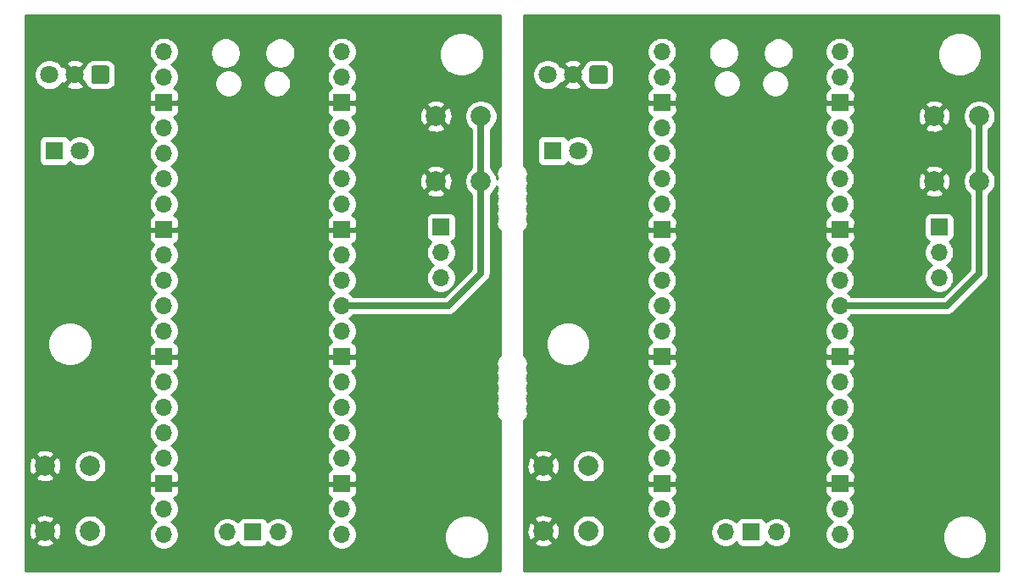
<source format=gbl>
G04 #@! TF.GenerationSoftware,KiCad,Pcbnew,5.1.5+dfsg1-2build2*
G04 #@! TF.CreationDate,2022-06-18T16:31:26+03:00*
G04 #@! TF.ProjectId,pico-panel,7069636f-2d70-4616-9e65-6c2e6b696361,rev?*
G04 #@! TF.SameCoordinates,Original*
G04 #@! TF.FileFunction,Copper,L2,Bot*
G04 #@! TF.FilePolarity,Positive*
%FSLAX46Y46*%
G04 Gerber Fmt 4.6, Leading zero omitted, Abs format (unit mm)*
G04 Created by KiCad (PCBNEW 5.1.5+dfsg1-2build2) date 2022-06-18 16:31:26*
%MOMM*%
%LPD*%
G04 APERTURE LIST*
%ADD10R,1.700000X1.700000*%
%ADD11O,1.700000X1.700000*%
%ADD12C,2.000000*%
%ADD13C,0.150000*%
%ADD14C,1.800000*%
%ADD15R,1.800000X1.800000*%
%ADD16C,0.635000*%
%ADD17C,0.254000*%
G04 APERTURE END LIST*
D10*
X106928002Y-36846000D03*
D11*
X106928002Y-39386000D03*
X106928002Y-41926000D03*
D12*
X110920002Y-32274000D03*
X106420002Y-32274000D03*
X110920002Y-25774000D03*
X106420002Y-25774000D03*
G04 #@! TA.AperFunction,ComponentPad*
D13*
G36*
X73567949Y-20707196D02*
G01*
X73592062Y-20710773D01*
X73615709Y-20716696D01*
X73638661Y-20724908D01*
X73660697Y-20735331D01*
X73681606Y-20747863D01*
X73701185Y-20762384D01*
X73719247Y-20778755D01*
X73735618Y-20796817D01*
X73750139Y-20816396D01*
X73762671Y-20837305D01*
X73773094Y-20859341D01*
X73781306Y-20882293D01*
X73787229Y-20905940D01*
X73790806Y-20930053D01*
X73792002Y-20954400D01*
X73792002Y-22257600D01*
X73790806Y-22281947D01*
X73787229Y-22306060D01*
X73781306Y-22329707D01*
X73773094Y-22352659D01*
X73762671Y-22374695D01*
X73750139Y-22395604D01*
X73735618Y-22415183D01*
X73719247Y-22433245D01*
X73701185Y-22449616D01*
X73681606Y-22464137D01*
X73660697Y-22476669D01*
X73638661Y-22487092D01*
X73615709Y-22495304D01*
X73592062Y-22501227D01*
X73567949Y-22504804D01*
X73543602Y-22506000D01*
X72240402Y-22506000D01*
X72216055Y-22504804D01*
X72191942Y-22501227D01*
X72168295Y-22495304D01*
X72145343Y-22487092D01*
X72123307Y-22476669D01*
X72102398Y-22464137D01*
X72082819Y-22449616D01*
X72064757Y-22433245D01*
X72048386Y-22415183D01*
X72033865Y-22395604D01*
X72021333Y-22374695D01*
X72010910Y-22352659D01*
X72002698Y-22329707D01*
X71996775Y-22306060D01*
X71993198Y-22281947D01*
X71992002Y-22257600D01*
X71992002Y-20954400D01*
X71993198Y-20930053D01*
X71996775Y-20905940D01*
X72002698Y-20882293D01*
X72010910Y-20859341D01*
X72021333Y-20837305D01*
X72033865Y-20816396D01*
X72048386Y-20796817D01*
X72064757Y-20778755D01*
X72082819Y-20762384D01*
X72102398Y-20747863D01*
X72123307Y-20735331D01*
X72145343Y-20724908D01*
X72168295Y-20716696D01*
X72191942Y-20710773D01*
X72216055Y-20707196D01*
X72240402Y-20706000D01*
X73543602Y-20706000D01*
X73567949Y-20707196D01*
G37*
G04 #@! TD.AperFunction*
D14*
X70352002Y-21606000D03*
X67812002Y-21606000D03*
D11*
X79242002Y-19320000D03*
X79242002Y-21860000D03*
D10*
X79242002Y-24400000D03*
D11*
X79242002Y-26940000D03*
X79242002Y-29480000D03*
X79242002Y-32020000D03*
X79242002Y-34560000D03*
D10*
X79242002Y-37100000D03*
D11*
X79242002Y-39640000D03*
X79242002Y-42180000D03*
X79242002Y-44720000D03*
X79242002Y-47260000D03*
D10*
X79242002Y-49800000D03*
D11*
X79242002Y-52340000D03*
X79242002Y-54880000D03*
X79242002Y-57420000D03*
X79242002Y-59960000D03*
D10*
X79242002Y-62500000D03*
D11*
X79242002Y-65040000D03*
X79242002Y-67580000D03*
X97022002Y-67580000D03*
X97022002Y-65040000D03*
D10*
X97022002Y-62500000D03*
D11*
X97022002Y-59960000D03*
X97022002Y-57420000D03*
X97022002Y-54880000D03*
X97022002Y-52340000D03*
D10*
X97022002Y-49800000D03*
D11*
X97022002Y-47260000D03*
X97022002Y-44720000D03*
X97022002Y-42180000D03*
X97022002Y-39640000D03*
D10*
X97022002Y-37100000D03*
D11*
X97022002Y-34560000D03*
X97022002Y-32020000D03*
X97022002Y-29480000D03*
X97022002Y-26940000D03*
D10*
X97022002Y-24400000D03*
D11*
X97022002Y-21860000D03*
X97022002Y-19320000D03*
X85592002Y-67350000D03*
D10*
X88132002Y-67350000D03*
D11*
X90672002Y-67350000D03*
D12*
X67376002Y-60722000D03*
X71876002Y-60722000D03*
X67376002Y-67222000D03*
X71876002Y-67222000D03*
D15*
X68320002Y-29226000D03*
D14*
X70860002Y-29226000D03*
D10*
X57160000Y-36846000D03*
D11*
X57160000Y-39386000D03*
X57160000Y-41926000D03*
D12*
X61152000Y-32274000D03*
X56652000Y-32274000D03*
X61152000Y-25774000D03*
X56652000Y-25774000D03*
G04 #@! TA.AperFunction,ComponentPad*
D13*
G36*
X23799947Y-20707196D02*
G01*
X23824060Y-20710773D01*
X23847707Y-20716696D01*
X23870659Y-20724908D01*
X23892695Y-20735331D01*
X23913604Y-20747863D01*
X23933183Y-20762384D01*
X23951245Y-20778755D01*
X23967616Y-20796817D01*
X23982137Y-20816396D01*
X23994669Y-20837305D01*
X24005092Y-20859341D01*
X24013304Y-20882293D01*
X24019227Y-20905940D01*
X24022804Y-20930053D01*
X24024000Y-20954400D01*
X24024000Y-22257600D01*
X24022804Y-22281947D01*
X24019227Y-22306060D01*
X24013304Y-22329707D01*
X24005092Y-22352659D01*
X23994669Y-22374695D01*
X23982137Y-22395604D01*
X23967616Y-22415183D01*
X23951245Y-22433245D01*
X23933183Y-22449616D01*
X23913604Y-22464137D01*
X23892695Y-22476669D01*
X23870659Y-22487092D01*
X23847707Y-22495304D01*
X23824060Y-22501227D01*
X23799947Y-22504804D01*
X23775600Y-22506000D01*
X22472400Y-22506000D01*
X22448053Y-22504804D01*
X22423940Y-22501227D01*
X22400293Y-22495304D01*
X22377341Y-22487092D01*
X22355305Y-22476669D01*
X22334396Y-22464137D01*
X22314817Y-22449616D01*
X22296755Y-22433245D01*
X22280384Y-22415183D01*
X22265863Y-22395604D01*
X22253331Y-22374695D01*
X22242908Y-22352659D01*
X22234696Y-22329707D01*
X22228773Y-22306060D01*
X22225196Y-22281947D01*
X22224000Y-22257600D01*
X22224000Y-20954400D01*
X22225196Y-20930053D01*
X22228773Y-20905940D01*
X22234696Y-20882293D01*
X22242908Y-20859341D01*
X22253331Y-20837305D01*
X22265863Y-20816396D01*
X22280384Y-20796817D01*
X22296755Y-20778755D01*
X22314817Y-20762384D01*
X22334396Y-20747863D01*
X22355305Y-20735331D01*
X22377341Y-20724908D01*
X22400293Y-20716696D01*
X22423940Y-20710773D01*
X22448053Y-20707196D01*
X22472400Y-20706000D01*
X23775600Y-20706000D01*
X23799947Y-20707196D01*
G37*
G04 #@! TD.AperFunction*
D14*
X20584000Y-21606000D03*
X18044000Y-21606000D03*
D11*
X29474000Y-19320000D03*
X29474000Y-21860000D03*
D10*
X29474000Y-24400000D03*
D11*
X29474000Y-26940000D03*
X29474000Y-29480000D03*
X29474000Y-32020000D03*
X29474000Y-34560000D03*
D10*
X29474000Y-37100000D03*
D11*
X29474000Y-39640000D03*
X29474000Y-42180000D03*
X29474000Y-44720000D03*
X29474000Y-47260000D03*
D10*
X29474000Y-49800000D03*
D11*
X29474000Y-52340000D03*
X29474000Y-54880000D03*
X29474000Y-57420000D03*
X29474000Y-59960000D03*
D10*
X29474000Y-62500000D03*
D11*
X29474000Y-65040000D03*
X29474000Y-67580000D03*
X47254000Y-67580000D03*
X47254000Y-65040000D03*
D10*
X47254000Y-62500000D03*
D11*
X47254000Y-59960000D03*
X47254000Y-57420000D03*
X47254000Y-54880000D03*
X47254000Y-52340000D03*
D10*
X47254000Y-49800000D03*
D11*
X47254000Y-47260000D03*
X47254000Y-44720000D03*
X47254000Y-42180000D03*
X47254000Y-39640000D03*
D10*
X47254000Y-37100000D03*
D11*
X47254000Y-34560000D03*
X47254000Y-32020000D03*
X47254000Y-29480000D03*
X47254000Y-26940000D03*
D10*
X47254000Y-24400000D03*
D11*
X47254000Y-21860000D03*
X47254000Y-19320000D03*
X35824000Y-67350000D03*
D10*
X38364000Y-67350000D03*
D11*
X40904000Y-67350000D03*
D12*
X17608000Y-60722000D03*
X22108000Y-60722000D03*
X17608000Y-67222000D03*
X22108000Y-67222000D03*
D15*
X18552000Y-29226000D03*
D14*
X21092000Y-29226000D03*
D16*
X47254000Y-44720000D02*
X57922000Y-44720000D01*
X61152000Y-41490000D02*
X61152000Y-30750000D01*
X57922000Y-44720000D02*
X61152000Y-41490000D01*
X61152000Y-25774000D02*
X61152000Y-32274000D01*
X97022002Y-44720000D02*
X107690002Y-44720000D01*
X110920002Y-41490000D02*
X110920002Y-30750000D01*
X107690002Y-44720000D02*
X110920002Y-41490000D01*
X110920002Y-25774000D02*
X110920002Y-32274000D01*
D17*
G36*
X63075000Y-30726352D02*
G01*
X62995845Y-30779242D01*
X62872576Y-30902511D01*
X62775723Y-31047461D01*
X62709010Y-31208521D01*
X62675000Y-31379501D01*
X62675000Y-31553831D01*
X62709010Y-31724811D01*
X62775723Y-31885871D01*
X62829709Y-31966666D01*
X62775723Y-32047461D01*
X62774539Y-32050320D01*
X62724168Y-31797088D01*
X62600918Y-31499537D01*
X62421987Y-31231748D01*
X62194252Y-31004013D01*
X62104500Y-30944043D01*
X62104500Y-27103957D01*
X62194252Y-27043987D01*
X62421987Y-26816252D01*
X62600918Y-26548463D01*
X62724168Y-26250912D01*
X62787000Y-25935033D01*
X62787000Y-25612967D01*
X62724168Y-25297088D01*
X62600918Y-24999537D01*
X62421987Y-24731748D01*
X62194252Y-24504013D01*
X61926463Y-24325082D01*
X61628912Y-24201832D01*
X61313033Y-24139000D01*
X60990967Y-24139000D01*
X60675088Y-24201832D01*
X60377537Y-24325082D01*
X60109748Y-24504013D01*
X59882013Y-24731748D01*
X59703082Y-24999537D01*
X59579832Y-25297088D01*
X59517000Y-25612967D01*
X59517000Y-25935033D01*
X59579832Y-26250912D01*
X59703082Y-26548463D01*
X59882013Y-26816252D01*
X60109748Y-27043987D01*
X60199500Y-27103958D01*
X60199501Y-30703215D01*
X60199501Y-30944042D01*
X60109748Y-31004013D01*
X59882013Y-31231748D01*
X59703082Y-31499537D01*
X59579832Y-31797088D01*
X59517000Y-32112967D01*
X59517000Y-32435033D01*
X59579832Y-32750912D01*
X59703082Y-33048463D01*
X59882013Y-33316252D01*
X60109748Y-33543987D01*
X60199501Y-33603958D01*
X60199500Y-41095461D01*
X57527462Y-43767500D01*
X48401607Y-43767500D01*
X48200632Y-43566525D01*
X48026240Y-43450000D01*
X48200632Y-43333475D01*
X48407475Y-43126632D01*
X48569990Y-42883411D01*
X48681932Y-42613158D01*
X48739000Y-42326260D01*
X48739000Y-42033740D01*
X48681932Y-41746842D01*
X48569990Y-41476589D01*
X48407475Y-41233368D01*
X48200632Y-41026525D01*
X48026240Y-40910000D01*
X48200632Y-40793475D01*
X48407475Y-40586632D01*
X48569990Y-40343411D01*
X48681932Y-40073158D01*
X48739000Y-39786260D01*
X48739000Y-39493740D01*
X48681932Y-39206842D01*
X48569990Y-38936589D01*
X48407475Y-38693368D01*
X48275620Y-38561513D01*
X48348180Y-38539502D01*
X48458494Y-38480537D01*
X48555185Y-38401185D01*
X48634537Y-38304494D01*
X48693502Y-38194180D01*
X48729812Y-38074482D01*
X48742072Y-37950000D01*
X48739000Y-37385750D01*
X48580250Y-37227000D01*
X47381000Y-37227000D01*
X47381000Y-37247000D01*
X47127000Y-37247000D01*
X47127000Y-37227000D01*
X45927750Y-37227000D01*
X45769000Y-37385750D01*
X45765928Y-37950000D01*
X45778188Y-38074482D01*
X45814498Y-38194180D01*
X45873463Y-38304494D01*
X45952815Y-38401185D01*
X46049506Y-38480537D01*
X46159820Y-38539502D01*
X46232380Y-38561513D01*
X46100525Y-38693368D01*
X45938010Y-38936589D01*
X45826068Y-39206842D01*
X45769000Y-39493740D01*
X45769000Y-39786260D01*
X45826068Y-40073158D01*
X45938010Y-40343411D01*
X46100525Y-40586632D01*
X46307368Y-40793475D01*
X46481760Y-40910000D01*
X46307368Y-41026525D01*
X46100525Y-41233368D01*
X45938010Y-41476589D01*
X45826068Y-41746842D01*
X45769000Y-42033740D01*
X45769000Y-42326260D01*
X45826068Y-42613158D01*
X45938010Y-42883411D01*
X46100525Y-43126632D01*
X46307368Y-43333475D01*
X46481760Y-43450000D01*
X46307368Y-43566525D01*
X46100525Y-43773368D01*
X45938010Y-44016589D01*
X45826068Y-44286842D01*
X45769000Y-44573740D01*
X45769000Y-44866260D01*
X45826068Y-45153158D01*
X45938010Y-45423411D01*
X46100525Y-45666632D01*
X46307368Y-45873475D01*
X46481760Y-45990000D01*
X46307368Y-46106525D01*
X46100525Y-46313368D01*
X45938010Y-46556589D01*
X45826068Y-46826842D01*
X45769000Y-47113740D01*
X45769000Y-47406260D01*
X45826068Y-47693158D01*
X45938010Y-47963411D01*
X46100525Y-48206632D01*
X46232380Y-48338487D01*
X46159820Y-48360498D01*
X46049506Y-48419463D01*
X45952815Y-48498815D01*
X45873463Y-48595506D01*
X45814498Y-48705820D01*
X45778188Y-48825518D01*
X45765928Y-48950000D01*
X45769000Y-49514250D01*
X45927750Y-49673000D01*
X47127000Y-49673000D01*
X47127000Y-49653000D01*
X47381000Y-49653000D01*
X47381000Y-49673000D01*
X48580250Y-49673000D01*
X48739000Y-49514250D01*
X48742072Y-48950000D01*
X48729812Y-48825518D01*
X48693502Y-48705820D01*
X48634537Y-48595506D01*
X48555185Y-48498815D01*
X48458494Y-48419463D01*
X48348180Y-48360498D01*
X48275620Y-48338487D01*
X48407475Y-48206632D01*
X48569990Y-47963411D01*
X48681932Y-47693158D01*
X48739000Y-47406260D01*
X48739000Y-47113740D01*
X48681932Y-46826842D01*
X48569990Y-46556589D01*
X48407475Y-46313368D01*
X48200632Y-46106525D01*
X48026240Y-45990000D01*
X48200632Y-45873475D01*
X48401607Y-45672500D01*
X57875215Y-45672500D01*
X57922000Y-45677108D01*
X57968785Y-45672500D01*
X58108723Y-45658717D01*
X58288269Y-45604252D01*
X58453741Y-45515806D01*
X58598778Y-45396778D01*
X58628607Y-45360431D01*
X61792436Y-42196603D01*
X61828778Y-42166778D01*
X61947806Y-42021741D01*
X61992029Y-41939005D01*
X62036252Y-41856270D01*
X62090717Y-41676723D01*
X62109108Y-41490000D01*
X62104500Y-41443215D01*
X62104500Y-33603957D01*
X62194252Y-33543987D01*
X62421987Y-33316252D01*
X62600918Y-33048463D01*
X62721995Y-32756159D01*
X62775723Y-32885871D01*
X62829709Y-32966666D01*
X62775723Y-33047461D01*
X62709010Y-33208521D01*
X62675000Y-33379501D01*
X62675000Y-33553831D01*
X62709010Y-33724811D01*
X62775723Y-33885871D01*
X62829709Y-33966666D01*
X62775723Y-34047461D01*
X62709010Y-34208521D01*
X62675000Y-34379501D01*
X62675000Y-34553831D01*
X62709010Y-34724811D01*
X62775723Y-34885871D01*
X62829709Y-34966666D01*
X62775723Y-35047461D01*
X62709010Y-35208521D01*
X62675000Y-35379501D01*
X62675000Y-35553831D01*
X62709010Y-35724811D01*
X62775723Y-35885871D01*
X62829709Y-35966666D01*
X62775723Y-36047461D01*
X62709010Y-36208521D01*
X62675000Y-36379501D01*
X62675000Y-36553831D01*
X62709010Y-36724811D01*
X62775723Y-36885871D01*
X62872576Y-37030821D01*
X62995845Y-37154090D01*
X63075001Y-37206981D01*
X63075000Y-49693019D01*
X62995845Y-49745909D01*
X62872576Y-49869178D01*
X62775723Y-50014128D01*
X62709010Y-50175188D01*
X62675000Y-50346168D01*
X62675000Y-50520498D01*
X62709010Y-50691478D01*
X62775723Y-50852538D01*
X62829709Y-50933333D01*
X62775723Y-51014128D01*
X62709010Y-51175188D01*
X62675000Y-51346168D01*
X62675000Y-51520498D01*
X62709010Y-51691478D01*
X62775723Y-51852538D01*
X62829709Y-51933333D01*
X62775723Y-52014128D01*
X62709010Y-52175188D01*
X62675000Y-52346168D01*
X62675000Y-52520498D01*
X62709010Y-52691478D01*
X62775723Y-52852538D01*
X62829709Y-52933333D01*
X62775723Y-53014128D01*
X62709010Y-53175188D01*
X62675000Y-53346168D01*
X62675000Y-53520498D01*
X62709010Y-53691478D01*
X62775723Y-53852538D01*
X62829709Y-53933333D01*
X62775723Y-54014128D01*
X62709010Y-54175188D01*
X62675000Y-54346168D01*
X62675000Y-54520498D01*
X62709010Y-54691478D01*
X62775723Y-54852538D01*
X62829709Y-54933333D01*
X62775723Y-55014128D01*
X62709010Y-55175188D01*
X62675000Y-55346168D01*
X62675000Y-55520498D01*
X62709010Y-55691478D01*
X62775723Y-55852538D01*
X62872576Y-55997488D01*
X62995845Y-56120757D01*
X63075001Y-56173648D01*
X63075000Y-71215000D01*
X15685000Y-71215000D01*
X15685000Y-68357413D01*
X16652192Y-68357413D01*
X16747956Y-68621814D01*
X17037571Y-68762704D01*
X17349108Y-68844384D01*
X17670595Y-68863718D01*
X17989675Y-68819961D01*
X18294088Y-68714795D01*
X18468044Y-68621814D01*
X18563808Y-68357413D01*
X17608000Y-67401605D01*
X16652192Y-68357413D01*
X15685000Y-68357413D01*
X15685000Y-67284595D01*
X15966282Y-67284595D01*
X16010039Y-67603675D01*
X16115205Y-67908088D01*
X16208186Y-68082044D01*
X16472587Y-68177808D01*
X17428395Y-67222000D01*
X17787605Y-67222000D01*
X18743413Y-68177808D01*
X19007814Y-68082044D01*
X19148704Y-67792429D01*
X19230384Y-67480892D01*
X19249718Y-67159405D01*
X19236219Y-67060967D01*
X20473000Y-67060967D01*
X20473000Y-67383033D01*
X20535832Y-67698912D01*
X20659082Y-67996463D01*
X20838013Y-68264252D01*
X21065748Y-68491987D01*
X21333537Y-68670918D01*
X21631088Y-68794168D01*
X21946967Y-68857000D01*
X22269033Y-68857000D01*
X22584912Y-68794168D01*
X22882463Y-68670918D01*
X23150252Y-68491987D01*
X23377987Y-68264252D01*
X23556918Y-67996463D01*
X23680168Y-67698912D01*
X23743000Y-67383033D01*
X23743000Y-67060967D01*
X23680168Y-66745088D01*
X23556918Y-66447537D01*
X23377987Y-66179748D01*
X23150252Y-65952013D01*
X22882463Y-65773082D01*
X22584912Y-65649832D01*
X22269033Y-65587000D01*
X21946967Y-65587000D01*
X21631088Y-65649832D01*
X21333537Y-65773082D01*
X21065748Y-65952013D01*
X20838013Y-66179748D01*
X20659082Y-66447537D01*
X20535832Y-66745088D01*
X20473000Y-67060967D01*
X19236219Y-67060967D01*
X19205961Y-66840325D01*
X19100795Y-66535912D01*
X19007814Y-66361956D01*
X18743413Y-66266192D01*
X17787605Y-67222000D01*
X17428395Y-67222000D01*
X16472587Y-66266192D01*
X16208186Y-66361956D01*
X16067296Y-66651571D01*
X15985616Y-66963108D01*
X15966282Y-67284595D01*
X15685000Y-67284595D01*
X15685000Y-66086587D01*
X16652192Y-66086587D01*
X17608000Y-67042395D01*
X18563808Y-66086587D01*
X18468044Y-65822186D01*
X18178429Y-65681296D01*
X17866892Y-65599616D01*
X17545405Y-65580282D01*
X17226325Y-65624039D01*
X16921912Y-65729205D01*
X16747956Y-65822186D01*
X16652192Y-66086587D01*
X15685000Y-66086587D01*
X15685000Y-63350000D01*
X27985928Y-63350000D01*
X27998188Y-63474482D01*
X28034498Y-63594180D01*
X28093463Y-63704494D01*
X28172815Y-63801185D01*
X28269506Y-63880537D01*
X28379820Y-63939502D01*
X28452380Y-63961513D01*
X28320525Y-64093368D01*
X28158010Y-64336589D01*
X28046068Y-64606842D01*
X27989000Y-64893740D01*
X27989000Y-65186260D01*
X28046068Y-65473158D01*
X28158010Y-65743411D01*
X28320525Y-65986632D01*
X28527368Y-66193475D01*
X28701760Y-66310000D01*
X28527368Y-66426525D01*
X28320525Y-66633368D01*
X28158010Y-66876589D01*
X28046068Y-67146842D01*
X27989000Y-67433740D01*
X27989000Y-67726260D01*
X28046068Y-68013158D01*
X28158010Y-68283411D01*
X28320525Y-68526632D01*
X28527368Y-68733475D01*
X28770589Y-68895990D01*
X29040842Y-69007932D01*
X29327740Y-69065000D01*
X29620260Y-69065000D01*
X29907158Y-69007932D01*
X30177411Y-68895990D01*
X30420632Y-68733475D01*
X30627475Y-68526632D01*
X30789990Y-68283411D01*
X30901932Y-68013158D01*
X30959000Y-67726260D01*
X30959000Y-67433740D01*
X30913250Y-67203740D01*
X34339000Y-67203740D01*
X34339000Y-67496260D01*
X34396068Y-67783158D01*
X34508010Y-68053411D01*
X34670525Y-68296632D01*
X34877368Y-68503475D01*
X35120589Y-68665990D01*
X35390842Y-68777932D01*
X35677740Y-68835000D01*
X35970260Y-68835000D01*
X36257158Y-68777932D01*
X36527411Y-68665990D01*
X36770632Y-68503475D01*
X36902487Y-68371620D01*
X36924498Y-68444180D01*
X36983463Y-68554494D01*
X37062815Y-68651185D01*
X37159506Y-68730537D01*
X37269820Y-68789502D01*
X37389518Y-68825812D01*
X37514000Y-68838072D01*
X39214000Y-68838072D01*
X39338482Y-68825812D01*
X39458180Y-68789502D01*
X39568494Y-68730537D01*
X39665185Y-68651185D01*
X39744537Y-68554494D01*
X39803502Y-68444180D01*
X39825513Y-68371620D01*
X39957368Y-68503475D01*
X40200589Y-68665990D01*
X40470842Y-68777932D01*
X40757740Y-68835000D01*
X41050260Y-68835000D01*
X41337158Y-68777932D01*
X41607411Y-68665990D01*
X41850632Y-68503475D01*
X42057475Y-68296632D01*
X42219990Y-68053411D01*
X42331932Y-67783158D01*
X42389000Y-67496260D01*
X42389000Y-67203740D01*
X42331932Y-66916842D01*
X42219990Y-66646589D01*
X42057475Y-66403368D01*
X41850632Y-66196525D01*
X41607411Y-66034010D01*
X41337158Y-65922068D01*
X41050260Y-65865000D01*
X40757740Y-65865000D01*
X40470842Y-65922068D01*
X40200589Y-66034010D01*
X39957368Y-66196525D01*
X39825513Y-66328380D01*
X39803502Y-66255820D01*
X39744537Y-66145506D01*
X39665185Y-66048815D01*
X39568494Y-65969463D01*
X39458180Y-65910498D01*
X39338482Y-65874188D01*
X39214000Y-65861928D01*
X37514000Y-65861928D01*
X37389518Y-65874188D01*
X37269820Y-65910498D01*
X37159506Y-65969463D01*
X37062815Y-66048815D01*
X36983463Y-66145506D01*
X36924498Y-66255820D01*
X36902487Y-66328380D01*
X36770632Y-66196525D01*
X36527411Y-66034010D01*
X36257158Y-65922068D01*
X35970260Y-65865000D01*
X35677740Y-65865000D01*
X35390842Y-65922068D01*
X35120589Y-66034010D01*
X34877368Y-66196525D01*
X34670525Y-66403368D01*
X34508010Y-66646589D01*
X34396068Y-66916842D01*
X34339000Y-67203740D01*
X30913250Y-67203740D01*
X30901932Y-67146842D01*
X30789990Y-66876589D01*
X30627475Y-66633368D01*
X30420632Y-66426525D01*
X30246240Y-66310000D01*
X30420632Y-66193475D01*
X30627475Y-65986632D01*
X30789990Y-65743411D01*
X30901932Y-65473158D01*
X30959000Y-65186260D01*
X30959000Y-64893740D01*
X30901932Y-64606842D01*
X30789990Y-64336589D01*
X30627475Y-64093368D01*
X30495620Y-63961513D01*
X30568180Y-63939502D01*
X30678494Y-63880537D01*
X30775185Y-63801185D01*
X30854537Y-63704494D01*
X30913502Y-63594180D01*
X30949812Y-63474482D01*
X30962072Y-63350000D01*
X45765928Y-63350000D01*
X45778188Y-63474482D01*
X45814498Y-63594180D01*
X45873463Y-63704494D01*
X45952815Y-63801185D01*
X46049506Y-63880537D01*
X46159820Y-63939502D01*
X46232380Y-63961513D01*
X46100525Y-64093368D01*
X45938010Y-64336589D01*
X45826068Y-64606842D01*
X45769000Y-64893740D01*
X45769000Y-65186260D01*
X45826068Y-65473158D01*
X45938010Y-65743411D01*
X46100525Y-65986632D01*
X46307368Y-66193475D01*
X46481760Y-66310000D01*
X46307368Y-66426525D01*
X46100525Y-66633368D01*
X45938010Y-66876589D01*
X45826068Y-67146842D01*
X45769000Y-67433740D01*
X45769000Y-67726260D01*
X45826068Y-68013158D01*
X45938010Y-68283411D01*
X46100525Y-68526632D01*
X46307368Y-68733475D01*
X46550589Y-68895990D01*
X46820842Y-69007932D01*
X47107740Y-69065000D01*
X47400260Y-69065000D01*
X47687158Y-69007932D01*
X47957411Y-68895990D01*
X48200632Y-68733475D01*
X48407475Y-68526632D01*
X48569990Y-68283411D01*
X48681932Y-68013158D01*
X48739000Y-67726260D01*
X48739000Y-67613872D01*
X57465000Y-67613872D01*
X57465000Y-68054128D01*
X57550890Y-68485925D01*
X57719369Y-68892669D01*
X57963962Y-69258729D01*
X58275271Y-69570038D01*
X58641331Y-69814631D01*
X59048075Y-69983110D01*
X59479872Y-70069000D01*
X59920128Y-70069000D01*
X60351925Y-69983110D01*
X60758669Y-69814631D01*
X61124729Y-69570038D01*
X61436038Y-69258729D01*
X61680631Y-68892669D01*
X61849110Y-68485925D01*
X61935000Y-68054128D01*
X61935000Y-67613872D01*
X61849110Y-67182075D01*
X61680631Y-66775331D01*
X61436038Y-66409271D01*
X61124729Y-66097962D01*
X60758669Y-65853369D01*
X60351925Y-65684890D01*
X59920128Y-65599000D01*
X59479872Y-65599000D01*
X59048075Y-65684890D01*
X58641331Y-65853369D01*
X58275271Y-66097962D01*
X57963962Y-66409271D01*
X57719369Y-66775331D01*
X57550890Y-67182075D01*
X57465000Y-67613872D01*
X48739000Y-67613872D01*
X48739000Y-67433740D01*
X48681932Y-67146842D01*
X48569990Y-66876589D01*
X48407475Y-66633368D01*
X48200632Y-66426525D01*
X48026240Y-66310000D01*
X48200632Y-66193475D01*
X48407475Y-65986632D01*
X48569990Y-65743411D01*
X48681932Y-65473158D01*
X48739000Y-65186260D01*
X48739000Y-64893740D01*
X48681932Y-64606842D01*
X48569990Y-64336589D01*
X48407475Y-64093368D01*
X48275620Y-63961513D01*
X48348180Y-63939502D01*
X48458494Y-63880537D01*
X48555185Y-63801185D01*
X48634537Y-63704494D01*
X48693502Y-63594180D01*
X48729812Y-63474482D01*
X48742072Y-63350000D01*
X48739000Y-62785750D01*
X48580250Y-62627000D01*
X47381000Y-62627000D01*
X47381000Y-62647000D01*
X47127000Y-62647000D01*
X47127000Y-62627000D01*
X45927750Y-62627000D01*
X45769000Y-62785750D01*
X45765928Y-63350000D01*
X30962072Y-63350000D01*
X30959000Y-62785750D01*
X30800250Y-62627000D01*
X29601000Y-62627000D01*
X29601000Y-62647000D01*
X29347000Y-62647000D01*
X29347000Y-62627000D01*
X28147750Y-62627000D01*
X27989000Y-62785750D01*
X27985928Y-63350000D01*
X15685000Y-63350000D01*
X15685000Y-61857413D01*
X16652192Y-61857413D01*
X16747956Y-62121814D01*
X17037571Y-62262704D01*
X17349108Y-62344384D01*
X17670595Y-62363718D01*
X17989675Y-62319961D01*
X18294088Y-62214795D01*
X18468044Y-62121814D01*
X18563808Y-61857413D01*
X17608000Y-60901605D01*
X16652192Y-61857413D01*
X15685000Y-61857413D01*
X15685000Y-60784595D01*
X15966282Y-60784595D01*
X16010039Y-61103675D01*
X16115205Y-61408088D01*
X16208186Y-61582044D01*
X16472587Y-61677808D01*
X17428395Y-60722000D01*
X17787605Y-60722000D01*
X18743413Y-61677808D01*
X19007814Y-61582044D01*
X19148704Y-61292429D01*
X19230384Y-60980892D01*
X19249718Y-60659405D01*
X19236219Y-60560967D01*
X20473000Y-60560967D01*
X20473000Y-60883033D01*
X20535832Y-61198912D01*
X20659082Y-61496463D01*
X20838013Y-61764252D01*
X21065748Y-61991987D01*
X21333537Y-62170918D01*
X21631088Y-62294168D01*
X21946967Y-62357000D01*
X22269033Y-62357000D01*
X22584912Y-62294168D01*
X22882463Y-62170918D01*
X23150252Y-61991987D01*
X23377987Y-61764252D01*
X23556918Y-61496463D01*
X23680168Y-61198912D01*
X23743000Y-60883033D01*
X23743000Y-60560967D01*
X23680168Y-60245088D01*
X23556918Y-59947537D01*
X23377987Y-59679748D01*
X23150252Y-59452013D01*
X22882463Y-59273082D01*
X22584912Y-59149832D01*
X22269033Y-59087000D01*
X21946967Y-59087000D01*
X21631088Y-59149832D01*
X21333537Y-59273082D01*
X21065748Y-59452013D01*
X20838013Y-59679748D01*
X20659082Y-59947537D01*
X20535832Y-60245088D01*
X20473000Y-60560967D01*
X19236219Y-60560967D01*
X19205961Y-60340325D01*
X19100795Y-60035912D01*
X19007814Y-59861956D01*
X18743413Y-59766192D01*
X17787605Y-60722000D01*
X17428395Y-60722000D01*
X16472587Y-59766192D01*
X16208186Y-59861956D01*
X16067296Y-60151571D01*
X15985616Y-60463108D01*
X15966282Y-60784595D01*
X15685000Y-60784595D01*
X15685000Y-59586587D01*
X16652192Y-59586587D01*
X17608000Y-60542395D01*
X18563808Y-59586587D01*
X18468044Y-59322186D01*
X18178429Y-59181296D01*
X17866892Y-59099616D01*
X17545405Y-59080282D01*
X17226325Y-59124039D01*
X16921912Y-59229205D01*
X16747956Y-59322186D01*
X16652192Y-59586587D01*
X15685000Y-59586587D01*
X15685000Y-48309872D01*
X17841000Y-48309872D01*
X17841000Y-48750128D01*
X17926890Y-49181925D01*
X18095369Y-49588669D01*
X18339962Y-49954729D01*
X18651271Y-50266038D01*
X19017331Y-50510631D01*
X19424075Y-50679110D01*
X19855872Y-50765000D01*
X20296128Y-50765000D01*
X20727925Y-50679110D01*
X20798202Y-50650000D01*
X27985928Y-50650000D01*
X27998188Y-50774482D01*
X28034498Y-50894180D01*
X28093463Y-51004494D01*
X28172815Y-51101185D01*
X28269506Y-51180537D01*
X28379820Y-51239502D01*
X28452380Y-51261513D01*
X28320525Y-51393368D01*
X28158010Y-51636589D01*
X28046068Y-51906842D01*
X27989000Y-52193740D01*
X27989000Y-52486260D01*
X28046068Y-52773158D01*
X28158010Y-53043411D01*
X28320525Y-53286632D01*
X28527368Y-53493475D01*
X28701760Y-53610000D01*
X28527368Y-53726525D01*
X28320525Y-53933368D01*
X28158010Y-54176589D01*
X28046068Y-54446842D01*
X27989000Y-54733740D01*
X27989000Y-55026260D01*
X28046068Y-55313158D01*
X28158010Y-55583411D01*
X28320525Y-55826632D01*
X28527368Y-56033475D01*
X28701760Y-56150000D01*
X28527368Y-56266525D01*
X28320525Y-56473368D01*
X28158010Y-56716589D01*
X28046068Y-56986842D01*
X27989000Y-57273740D01*
X27989000Y-57566260D01*
X28046068Y-57853158D01*
X28158010Y-58123411D01*
X28320525Y-58366632D01*
X28527368Y-58573475D01*
X28701760Y-58690000D01*
X28527368Y-58806525D01*
X28320525Y-59013368D01*
X28158010Y-59256589D01*
X28046068Y-59526842D01*
X27989000Y-59813740D01*
X27989000Y-60106260D01*
X28046068Y-60393158D01*
X28158010Y-60663411D01*
X28320525Y-60906632D01*
X28452380Y-61038487D01*
X28379820Y-61060498D01*
X28269506Y-61119463D01*
X28172815Y-61198815D01*
X28093463Y-61295506D01*
X28034498Y-61405820D01*
X27998188Y-61525518D01*
X27985928Y-61650000D01*
X27989000Y-62214250D01*
X28147750Y-62373000D01*
X29347000Y-62373000D01*
X29347000Y-62353000D01*
X29601000Y-62353000D01*
X29601000Y-62373000D01*
X30800250Y-62373000D01*
X30959000Y-62214250D01*
X30962072Y-61650000D01*
X30949812Y-61525518D01*
X30913502Y-61405820D01*
X30854537Y-61295506D01*
X30775185Y-61198815D01*
X30678494Y-61119463D01*
X30568180Y-61060498D01*
X30495620Y-61038487D01*
X30627475Y-60906632D01*
X30789990Y-60663411D01*
X30901932Y-60393158D01*
X30959000Y-60106260D01*
X30959000Y-59813740D01*
X30901932Y-59526842D01*
X30789990Y-59256589D01*
X30627475Y-59013368D01*
X30420632Y-58806525D01*
X30246240Y-58690000D01*
X30420632Y-58573475D01*
X30627475Y-58366632D01*
X30789990Y-58123411D01*
X30901932Y-57853158D01*
X30959000Y-57566260D01*
X30959000Y-57273740D01*
X30901932Y-56986842D01*
X30789990Y-56716589D01*
X30627475Y-56473368D01*
X30420632Y-56266525D01*
X30246240Y-56150000D01*
X30420632Y-56033475D01*
X30627475Y-55826632D01*
X30789990Y-55583411D01*
X30901932Y-55313158D01*
X30959000Y-55026260D01*
X30959000Y-54733740D01*
X30901932Y-54446842D01*
X30789990Y-54176589D01*
X30627475Y-53933368D01*
X30420632Y-53726525D01*
X30246240Y-53610000D01*
X30420632Y-53493475D01*
X30627475Y-53286632D01*
X30789990Y-53043411D01*
X30901932Y-52773158D01*
X30959000Y-52486260D01*
X30959000Y-52193740D01*
X30901932Y-51906842D01*
X30789990Y-51636589D01*
X30627475Y-51393368D01*
X30495620Y-51261513D01*
X30568180Y-51239502D01*
X30678494Y-51180537D01*
X30775185Y-51101185D01*
X30854537Y-51004494D01*
X30913502Y-50894180D01*
X30949812Y-50774482D01*
X30962072Y-50650000D01*
X45765928Y-50650000D01*
X45778188Y-50774482D01*
X45814498Y-50894180D01*
X45873463Y-51004494D01*
X45952815Y-51101185D01*
X46049506Y-51180537D01*
X46159820Y-51239502D01*
X46232380Y-51261513D01*
X46100525Y-51393368D01*
X45938010Y-51636589D01*
X45826068Y-51906842D01*
X45769000Y-52193740D01*
X45769000Y-52486260D01*
X45826068Y-52773158D01*
X45938010Y-53043411D01*
X46100525Y-53286632D01*
X46307368Y-53493475D01*
X46481760Y-53610000D01*
X46307368Y-53726525D01*
X46100525Y-53933368D01*
X45938010Y-54176589D01*
X45826068Y-54446842D01*
X45769000Y-54733740D01*
X45769000Y-55026260D01*
X45826068Y-55313158D01*
X45938010Y-55583411D01*
X46100525Y-55826632D01*
X46307368Y-56033475D01*
X46481760Y-56150000D01*
X46307368Y-56266525D01*
X46100525Y-56473368D01*
X45938010Y-56716589D01*
X45826068Y-56986842D01*
X45769000Y-57273740D01*
X45769000Y-57566260D01*
X45826068Y-57853158D01*
X45938010Y-58123411D01*
X46100525Y-58366632D01*
X46307368Y-58573475D01*
X46481760Y-58690000D01*
X46307368Y-58806525D01*
X46100525Y-59013368D01*
X45938010Y-59256589D01*
X45826068Y-59526842D01*
X45769000Y-59813740D01*
X45769000Y-60106260D01*
X45826068Y-60393158D01*
X45938010Y-60663411D01*
X46100525Y-60906632D01*
X46232380Y-61038487D01*
X46159820Y-61060498D01*
X46049506Y-61119463D01*
X45952815Y-61198815D01*
X45873463Y-61295506D01*
X45814498Y-61405820D01*
X45778188Y-61525518D01*
X45765928Y-61650000D01*
X45769000Y-62214250D01*
X45927750Y-62373000D01*
X47127000Y-62373000D01*
X47127000Y-62353000D01*
X47381000Y-62353000D01*
X47381000Y-62373000D01*
X48580250Y-62373000D01*
X48739000Y-62214250D01*
X48742072Y-61650000D01*
X48729812Y-61525518D01*
X48693502Y-61405820D01*
X48634537Y-61295506D01*
X48555185Y-61198815D01*
X48458494Y-61119463D01*
X48348180Y-61060498D01*
X48275620Y-61038487D01*
X48407475Y-60906632D01*
X48569990Y-60663411D01*
X48681932Y-60393158D01*
X48739000Y-60106260D01*
X48739000Y-59813740D01*
X48681932Y-59526842D01*
X48569990Y-59256589D01*
X48407475Y-59013368D01*
X48200632Y-58806525D01*
X48026240Y-58690000D01*
X48200632Y-58573475D01*
X48407475Y-58366632D01*
X48569990Y-58123411D01*
X48681932Y-57853158D01*
X48739000Y-57566260D01*
X48739000Y-57273740D01*
X48681932Y-56986842D01*
X48569990Y-56716589D01*
X48407475Y-56473368D01*
X48200632Y-56266525D01*
X48026240Y-56150000D01*
X48200632Y-56033475D01*
X48407475Y-55826632D01*
X48569990Y-55583411D01*
X48681932Y-55313158D01*
X48739000Y-55026260D01*
X48739000Y-54733740D01*
X48681932Y-54446842D01*
X48569990Y-54176589D01*
X48407475Y-53933368D01*
X48200632Y-53726525D01*
X48026240Y-53610000D01*
X48200632Y-53493475D01*
X48407475Y-53286632D01*
X48569990Y-53043411D01*
X48681932Y-52773158D01*
X48739000Y-52486260D01*
X48739000Y-52193740D01*
X48681932Y-51906842D01*
X48569990Y-51636589D01*
X48407475Y-51393368D01*
X48275620Y-51261513D01*
X48348180Y-51239502D01*
X48458494Y-51180537D01*
X48555185Y-51101185D01*
X48634537Y-51004494D01*
X48693502Y-50894180D01*
X48729812Y-50774482D01*
X48742072Y-50650000D01*
X48739000Y-50085750D01*
X48580250Y-49927000D01*
X47381000Y-49927000D01*
X47381000Y-49947000D01*
X47127000Y-49947000D01*
X47127000Y-49927000D01*
X45927750Y-49927000D01*
X45769000Y-50085750D01*
X45765928Y-50650000D01*
X30962072Y-50650000D01*
X30959000Y-50085750D01*
X30800250Y-49927000D01*
X29601000Y-49927000D01*
X29601000Y-49947000D01*
X29347000Y-49947000D01*
X29347000Y-49927000D01*
X28147750Y-49927000D01*
X27989000Y-50085750D01*
X27985928Y-50650000D01*
X20798202Y-50650000D01*
X21134669Y-50510631D01*
X21500729Y-50266038D01*
X21812038Y-49954729D01*
X22056631Y-49588669D01*
X22225110Y-49181925D01*
X22311000Y-48750128D01*
X22311000Y-48309872D01*
X22225110Y-47878075D01*
X22056631Y-47471331D01*
X21812038Y-47105271D01*
X21500729Y-46793962D01*
X21134669Y-46549369D01*
X20727925Y-46380890D01*
X20296128Y-46295000D01*
X19855872Y-46295000D01*
X19424075Y-46380890D01*
X19017331Y-46549369D01*
X18651271Y-46793962D01*
X18339962Y-47105271D01*
X18095369Y-47471331D01*
X17926890Y-47878075D01*
X17841000Y-48309872D01*
X15685000Y-48309872D01*
X15685000Y-37950000D01*
X27985928Y-37950000D01*
X27998188Y-38074482D01*
X28034498Y-38194180D01*
X28093463Y-38304494D01*
X28172815Y-38401185D01*
X28269506Y-38480537D01*
X28379820Y-38539502D01*
X28452380Y-38561513D01*
X28320525Y-38693368D01*
X28158010Y-38936589D01*
X28046068Y-39206842D01*
X27989000Y-39493740D01*
X27989000Y-39786260D01*
X28046068Y-40073158D01*
X28158010Y-40343411D01*
X28320525Y-40586632D01*
X28527368Y-40793475D01*
X28701760Y-40910000D01*
X28527368Y-41026525D01*
X28320525Y-41233368D01*
X28158010Y-41476589D01*
X28046068Y-41746842D01*
X27989000Y-42033740D01*
X27989000Y-42326260D01*
X28046068Y-42613158D01*
X28158010Y-42883411D01*
X28320525Y-43126632D01*
X28527368Y-43333475D01*
X28701760Y-43450000D01*
X28527368Y-43566525D01*
X28320525Y-43773368D01*
X28158010Y-44016589D01*
X28046068Y-44286842D01*
X27989000Y-44573740D01*
X27989000Y-44866260D01*
X28046068Y-45153158D01*
X28158010Y-45423411D01*
X28320525Y-45666632D01*
X28527368Y-45873475D01*
X28701760Y-45990000D01*
X28527368Y-46106525D01*
X28320525Y-46313368D01*
X28158010Y-46556589D01*
X28046068Y-46826842D01*
X27989000Y-47113740D01*
X27989000Y-47406260D01*
X28046068Y-47693158D01*
X28158010Y-47963411D01*
X28320525Y-48206632D01*
X28452380Y-48338487D01*
X28379820Y-48360498D01*
X28269506Y-48419463D01*
X28172815Y-48498815D01*
X28093463Y-48595506D01*
X28034498Y-48705820D01*
X27998188Y-48825518D01*
X27985928Y-48950000D01*
X27989000Y-49514250D01*
X28147750Y-49673000D01*
X29347000Y-49673000D01*
X29347000Y-49653000D01*
X29601000Y-49653000D01*
X29601000Y-49673000D01*
X30800250Y-49673000D01*
X30959000Y-49514250D01*
X30962072Y-48950000D01*
X30949812Y-48825518D01*
X30913502Y-48705820D01*
X30854537Y-48595506D01*
X30775185Y-48498815D01*
X30678494Y-48419463D01*
X30568180Y-48360498D01*
X30495620Y-48338487D01*
X30627475Y-48206632D01*
X30789990Y-47963411D01*
X30901932Y-47693158D01*
X30959000Y-47406260D01*
X30959000Y-47113740D01*
X30901932Y-46826842D01*
X30789990Y-46556589D01*
X30627475Y-46313368D01*
X30420632Y-46106525D01*
X30246240Y-45990000D01*
X30420632Y-45873475D01*
X30627475Y-45666632D01*
X30789990Y-45423411D01*
X30901932Y-45153158D01*
X30959000Y-44866260D01*
X30959000Y-44573740D01*
X30901932Y-44286842D01*
X30789990Y-44016589D01*
X30627475Y-43773368D01*
X30420632Y-43566525D01*
X30246240Y-43450000D01*
X30420632Y-43333475D01*
X30627475Y-43126632D01*
X30789990Y-42883411D01*
X30901932Y-42613158D01*
X30959000Y-42326260D01*
X30959000Y-42033740D01*
X30901932Y-41746842D01*
X30789990Y-41476589D01*
X30627475Y-41233368D01*
X30420632Y-41026525D01*
X30246240Y-40910000D01*
X30420632Y-40793475D01*
X30627475Y-40586632D01*
X30789990Y-40343411D01*
X30901932Y-40073158D01*
X30959000Y-39786260D01*
X30959000Y-39493740D01*
X30901932Y-39206842D01*
X30789990Y-38936589D01*
X30627475Y-38693368D01*
X30495620Y-38561513D01*
X30568180Y-38539502D01*
X30678494Y-38480537D01*
X30775185Y-38401185D01*
X30854537Y-38304494D01*
X30913502Y-38194180D01*
X30949812Y-38074482D01*
X30962072Y-37950000D01*
X30959000Y-37385750D01*
X30800250Y-37227000D01*
X29601000Y-37227000D01*
X29601000Y-37247000D01*
X29347000Y-37247000D01*
X29347000Y-37227000D01*
X28147750Y-37227000D01*
X27989000Y-37385750D01*
X27985928Y-37950000D01*
X15685000Y-37950000D01*
X15685000Y-28326000D01*
X17013928Y-28326000D01*
X17013928Y-30126000D01*
X17026188Y-30250482D01*
X17062498Y-30370180D01*
X17121463Y-30480494D01*
X17200815Y-30577185D01*
X17297506Y-30656537D01*
X17407820Y-30715502D01*
X17527518Y-30751812D01*
X17652000Y-30764072D01*
X19452000Y-30764072D01*
X19576482Y-30751812D01*
X19696180Y-30715502D01*
X19806494Y-30656537D01*
X19903185Y-30577185D01*
X19982537Y-30480494D01*
X20041502Y-30370180D01*
X20047056Y-30351873D01*
X20113495Y-30418312D01*
X20364905Y-30586299D01*
X20644257Y-30702011D01*
X20940816Y-30761000D01*
X21243184Y-30761000D01*
X21539743Y-30702011D01*
X21819095Y-30586299D01*
X22070505Y-30418312D01*
X22284312Y-30204505D01*
X22452299Y-29953095D01*
X22568011Y-29673743D01*
X22627000Y-29377184D01*
X22627000Y-29074816D01*
X22568011Y-28778257D01*
X22452299Y-28498905D01*
X22284312Y-28247495D01*
X22070505Y-28033688D01*
X21819095Y-27865701D01*
X21539743Y-27749989D01*
X21243184Y-27691000D01*
X20940816Y-27691000D01*
X20644257Y-27749989D01*
X20364905Y-27865701D01*
X20113495Y-28033688D01*
X20047056Y-28100127D01*
X20041502Y-28081820D01*
X19982537Y-27971506D01*
X19903185Y-27874815D01*
X19806494Y-27795463D01*
X19696180Y-27736498D01*
X19576482Y-27700188D01*
X19452000Y-27687928D01*
X17652000Y-27687928D01*
X17527518Y-27700188D01*
X17407820Y-27736498D01*
X17297506Y-27795463D01*
X17200815Y-27874815D01*
X17121463Y-27971506D01*
X17062498Y-28081820D01*
X17026188Y-28201518D01*
X17013928Y-28326000D01*
X15685000Y-28326000D01*
X15685000Y-25250000D01*
X27985928Y-25250000D01*
X27998188Y-25374482D01*
X28034498Y-25494180D01*
X28093463Y-25604494D01*
X28172815Y-25701185D01*
X28269506Y-25780537D01*
X28379820Y-25839502D01*
X28452380Y-25861513D01*
X28320525Y-25993368D01*
X28158010Y-26236589D01*
X28046068Y-26506842D01*
X27989000Y-26793740D01*
X27989000Y-27086260D01*
X28046068Y-27373158D01*
X28158010Y-27643411D01*
X28320525Y-27886632D01*
X28527368Y-28093475D01*
X28701760Y-28210000D01*
X28527368Y-28326525D01*
X28320525Y-28533368D01*
X28158010Y-28776589D01*
X28046068Y-29046842D01*
X27989000Y-29333740D01*
X27989000Y-29626260D01*
X28046068Y-29913158D01*
X28158010Y-30183411D01*
X28320525Y-30426632D01*
X28527368Y-30633475D01*
X28701760Y-30750000D01*
X28527368Y-30866525D01*
X28320525Y-31073368D01*
X28158010Y-31316589D01*
X28046068Y-31586842D01*
X27989000Y-31873740D01*
X27989000Y-32166260D01*
X28046068Y-32453158D01*
X28158010Y-32723411D01*
X28320525Y-32966632D01*
X28527368Y-33173475D01*
X28701760Y-33290000D01*
X28527368Y-33406525D01*
X28320525Y-33613368D01*
X28158010Y-33856589D01*
X28046068Y-34126842D01*
X27989000Y-34413740D01*
X27989000Y-34706260D01*
X28046068Y-34993158D01*
X28158010Y-35263411D01*
X28320525Y-35506632D01*
X28452380Y-35638487D01*
X28379820Y-35660498D01*
X28269506Y-35719463D01*
X28172815Y-35798815D01*
X28093463Y-35895506D01*
X28034498Y-36005820D01*
X27998188Y-36125518D01*
X27985928Y-36250000D01*
X27989000Y-36814250D01*
X28147750Y-36973000D01*
X29347000Y-36973000D01*
X29347000Y-36953000D01*
X29601000Y-36953000D01*
X29601000Y-36973000D01*
X30800250Y-36973000D01*
X30959000Y-36814250D01*
X30962072Y-36250000D01*
X30949812Y-36125518D01*
X30913502Y-36005820D01*
X30854537Y-35895506D01*
X30775185Y-35798815D01*
X30678494Y-35719463D01*
X30568180Y-35660498D01*
X30495620Y-35638487D01*
X30627475Y-35506632D01*
X30789990Y-35263411D01*
X30901932Y-34993158D01*
X30959000Y-34706260D01*
X30959000Y-34413740D01*
X30901932Y-34126842D01*
X30789990Y-33856589D01*
X30627475Y-33613368D01*
X30420632Y-33406525D01*
X30246240Y-33290000D01*
X30420632Y-33173475D01*
X30627475Y-32966632D01*
X30789990Y-32723411D01*
X30901932Y-32453158D01*
X30959000Y-32166260D01*
X30959000Y-31873740D01*
X30901932Y-31586842D01*
X30789990Y-31316589D01*
X30627475Y-31073368D01*
X30420632Y-30866525D01*
X30246240Y-30750000D01*
X30420632Y-30633475D01*
X30627475Y-30426632D01*
X30789990Y-30183411D01*
X30901932Y-29913158D01*
X30959000Y-29626260D01*
X30959000Y-29333740D01*
X30901932Y-29046842D01*
X30789990Y-28776589D01*
X30627475Y-28533368D01*
X30420632Y-28326525D01*
X30246240Y-28210000D01*
X30420632Y-28093475D01*
X30627475Y-27886632D01*
X30789990Y-27643411D01*
X30901932Y-27373158D01*
X30959000Y-27086260D01*
X30959000Y-26793740D01*
X30901932Y-26506842D01*
X30789990Y-26236589D01*
X30627475Y-25993368D01*
X30495620Y-25861513D01*
X30568180Y-25839502D01*
X30678494Y-25780537D01*
X30775185Y-25701185D01*
X30854537Y-25604494D01*
X30913502Y-25494180D01*
X30949812Y-25374482D01*
X30962072Y-25250000D01*
X45765928Y-25250000D01*
X45778188Y-25374482D01*
X45814498Y-25494180D01*
X45873463Y-25604494D01*
X45952815Y-25701185D01*
X46049506Y-25780537D01*
X46159820Y-25839502D01*
X46232380Y-25861513D01*
X46100525Y-25993368D01*
X45938010Y-26236589D01*
X45826068Y-26506842D01*
X45769000Y-26793740D01*
X45769000Y-27086260D01*
X45826068Y-27373158D01*
X45938010Y-27643411D01*
X46100525Y-27886632D01*
X46307368Y-28093475D01*
X46481760Y-28210000D01*
X46307368Y-28326525D01*
X46100525Y-28533368D01*
X45938010Y-28776589D01*
X45826068Y-29046842D01*
X45769000Y-29333740D01*
X45769000Y-29626260D01*
X45826068Y-29913158D01*
X45938010Y-30183411D01*
X46100525Y-30426632D01*
X46307368Y-30633475D01*
X46481760Y-30750000D01*
X46307368Y-30866525D01*
X46100525Y-31073368D01*
X45938010Y-31316589D01*
X45826068Y-31586842D01*
X45769000Y-31873740D01*
X45769000Y-32166260D01*
X45826068Y-32453158D01*
X45938010Y-32723411D01*
X46100525Y-32966632D01*
X46307368Y-33173475D01*
X46481760Y-33290000D01*
X46307368Y-33406525D01*
X46100525Y-33613368D01*
X45938010Y-33856589D01*
X45826068Y-34126842D01*
X45769000Y-34413740D01*
X45769000Y-34706260D01*
X45826068Y-34993158D01*
X45938010Y-35263411D01*
X46100525Y-35506632D01*
X46232380Y-35638487D01*
X46159820Y-35660498D01*
X46049506Y-35719463D01*
X45952815Y-35798815D01*
X45873463Y-35895506D01*
X45814498Y-36005820D01*
X45778188Y-36125518D01*
X45765928Y-36250000D01*
X45769000Y-36814250D01*
X45927750Y-36973000D01*
X47127000Y-36973000D01*
X47127000Y-36953000D01*
X47381000Y-36953000D01*
X47381000Y-36973000D01*
X48580250Y-36973000D01*
X48739000Y-36814250D01*
X48742072Y-36250000D01*
X48729812Y-36125518D01*
X48693502Y-36005820D01*
X48688254Y-35996000D01*
X55671928Y-35996000D01*
X55671928Y-37696000D01*
X55684188Y-37820482D01*
X55720498Y-37940180D01*
X55779463Y-38050494D01*
X55858815Y-38147185D01*
X55955506Y-38226537D01*
X56065820Y-38285502D01*
X56138380Y-38307513D01*
X56006525Y-38439368D01*
X55844010Y-38682589D01*
X55732068Y-38952842D01*
X55675000Y-39239740D01*
X55675000Y-39532260D01*
X55732068Y-39819158D01*
X55844010Y-40089411D01*
X56006525Y-40332632D01*
X56213368Y-40539475D01*
X56387760Y-40656000D01*
X56213368Y-40772525D01*
X56006525Y-40979368D01*
X55844010Y-41222589D01*
X55732068Y-41492842D01*
X55675000Y-41779740D01*
X55675000Y-42072260D01*
X55732068Y-42359158D01*
X55844010Y-42629411D01*
X56006525Y-42872632D01*
X56213368Y-43079475D01*
X56456589Y-43241990D01*
X56726842Y-43353932D01*
X57013740Y-43411000D01*
X57306260Y-43411000D01*
X57593158Y-43353932D01*
X57863411Y-43241990D01*
X58106632Y-43079475D01*
X58313475Y-42872632D01*
X58475990Y-42629411D01*
X58587932Y-42359158D01*
X58645000Y-42072260D01*
X58645000Y-41779740D01*
X58587932Y-41492842D01*
X58475990Y-41222589D01*
X58313475Y-40979368D01*
X58106632Y-40772525D01*
X57932240Y-40656000D01*
X58106632Y-40539475D01*
X58313475Y-40332632D01*
X58475990Y-40089411D01*
X58587932Y-39819158D01*
X58645000Y-39532260D01*
X58645000Y-39239740D01*
X58587932Y-38952842D01*
X58475990Y-38682589D01*
X58313475Y-38439368D01*
X58181620Y-38307513D01*
X58254180Y-38285502D01*
X58364494Y-38226537D01*
X58461185Y-38147185D01*
X58540537Y-38050494D01*
X58599502Y-37940180D01*
X58635812Y-37820482D01*
X58648072Y-37696000D01*
X58648072Y-35996000D01*
X58635812Y-35871518D01*
X58599502Y-35751820D01*
X58540537Y-35641506D01*
X58461185Y-35544815D01*
X58364494Y-35465463D01*
X58254180Y-35406498D01*
X58134482Y-35370188D01*
X58010000Y-35357928D01*
X56310000Y-35357928D01*
X56185518Y-35370188D01*
X56065820Y-35406498D01*
X55955506Y-35465463D01*
X55858815Y-35544815D01*
X55779463Y-35641506D01*
X55720498Y-35751820D01*
X55684188Y-35871518D01*
X55671928Y-35996000D01*
X48688254Y-35996000D01*
X48634537Y-35895506D01*
X48555185Y-35798815D01*
X48458494Y-35719463D01*
X48348180Y-35660498D01*
X48275620Y-35638487D01*
X48407475Y-35506632D01*
X48569990Y-35263411D01*
X48681932Y-34993158D01*
X48739000Y-34706260D01*
X48739000Y-34413740D01*
X48681932Y-34126842D01*
X48569990Y-33856589D01*
X48407475Y-33613368D01*
X48203520Y-33409413D01*
X55696192Y-33409413D01*
X55791956Y-33673814D01*
X56081571Y-33814704D01*
X56393108Y-33896384D01*
X56714595Y-33915718D01*
X57033675Y-33871961D01*
X57338088Y-33766795D01*
X57512044Y-33673814D01*
X57607808Y-33409413D01*
X56652000Y-32453605D01*
X55696192Y-33409413D01*
X48203520Y-33409413D01*
X48200632Y-33406525D01*
X48026240Y-33290000D01*
X48200632Y-33173475D01*
X48407475Y-32966632D01*
X48569990Y-32723411D01*
X48681932Y-32453158D01*
X48705118Y-32336595D01*
X55010282Y-32336595D01*
X55054039Y-32655675D01*
X55159205Y-32960088D01*
X55252186Y-33134044D01*
X55516587Y-33229808D01*
X56472395Y-32274000D01*
X56831605Y-32274000D01*
X57787413Y-33229808D01*
X58051814Y-33134044D01*
X58192704Y-32844429D01*
X58274384Y-32532892D01*
X58293718Y-32211405D01*
X58249961Y-31892325D01*
X58144795Y-31587912D01*
X58051814Y-31413956D01*
X57787413Y-31318192D01*
X56831605Y-32274000D01*
X56472395Y-32274000D01*
X55516587Y-31318192D01*
X55252186Y-31413956D01*
X55111296Y-31703571D01*
X55029616Y-32015108D01*
X55010282Y-32336595D01*
X48705118Y-32336595D01*
X48739000Y-32166260D01*
X48739000Y-31873740D01*
X48681932Y-31586842D01*
X48569990Y-31316589D01*
X48451053Y-31138587D01*
X55696192Y-31138587D01*
X56652000Y-32094395D01*
X57607808Y-31138587D01*
X57512044Y-30874186D01*
X57222429Y-30733296D01*
X56910892Y-30651616D01*
X56589405Y-30632282D01*
X56270325Y-30676039D01*
X55965912Y-30781205D01*
X55791956Y-30874186D01*
X55696192Y-31138587D01*
X48451053Y-31138587D01*
X48407475Y-31073368D01*
X48200632Y-30866525D01*
X48026240Y-30750000D01*
X48200632Y-30633475D01*
X48407475Y-30426632D01*
X48569990Y-30183411D01*
X48681932Y-29913158D01*
X48739000Y-29626260D01*
X48739000Y-29333740D01*
X48681932Y-29046842D01*
X48569990Y-28776589D01*
X48407475Y-28533368D01*
X48200632Y-28326525D01*
X48026240Y-28210000D01*
X48200632Y-28093475D01*
X48407475Y-27886632D01*
X48569990Y-27643411D01*
X48681932Y-27373158D01*
X48739000Y-27086260D01*
X48739000Y-26909413D01*
X55696192Y-26909413D01*
X55791956Y-27173814D01*
X56081571Y-27314704D01*
X56393108Y-27396384D01*
X56714595Y-27415718D01*
X57033675Y-27371961D01*
X57338088Y-27266795D01*
X57512044Y-27173814D01*
X57607808Y-26909413D01*
X56652000Y-25953605D01*
X55696192Y-26909413D01*
X48739000Y-26909413D01*
X48739000Y-26793740D01*
X48681932Y-26506842D01*
X48569990Y-26236589D01*
X48407475Y-25993368D01*
X48275620Y-25861513D01*
X48348180Y-25839502D01*
X48353618Y-25836595D01*
X55010282Y-25836595D01*
X55054039Y-26155675D01*
X55159205Y-26460088D01*
X55252186Y-26634044D01*
X55516587Y-26729808D01*
X56472395Y-25774000D01*
X56831605Y-25774000D01*
X57787413Y-26729808D01*
X58051814Y-26634044D01*
X58192704Y-26344429D01*
X58274384Y-26032892D01*
X58293718Y-25711405D01*
X58249961Y-25392325D01*
X58144795Y-25087912D01*
X58051814Y-24913956D01*
X57787413Y-24818192D01*
X56831605Y-25774000D01*
X56472395Y-25774000D01*
X55516587Y-24818192D01*
X55252186Y-24913956D01*
X55111296Y-25203571D01*
X55029616Y-25515108D01*
X55010282Y-25836595D01*
X48353618Y-25836595D01*
X48458494Y-25780537D01*
X48555185Y-25701185D01*
X48634537Y-25604494D01*
X48693502Y-25494180D01*
X48729812Y-25374482D01*
X48742072Y-25250000D01*
X48739000Y-24685750D01*
X48691837Y-24638587D01*
X55696192Y-24638587D01*
X56652000Y-25594395D01*
X57607808Y-24638587D01*
X57512044Y-24374186D01*
X57222429Y-24233296D01*
X56910892Y-24151616D01*
X56589405Y-24132282D01*
X56270325Y-24176039D01*
X55965912Y-24281205D01*
X55791956Y-24374186D01*
X55696192Y-24638587D01*
X48691837Y-24638587D01*
X48580250Y-24527000D01*
X47381000Y-24527000D01*
X47381000Y-24547000D01*
X47127000Y-24547000D01*
X47127000Y-24527000D01*
X45927750Y-24527000D01*
X45769000Y-24685750D01*
X45765928Y-25250000D01*
X30962072Y-25250000D01*
X30959000Y-24685750D01*
X30800250Y-24527000D01*
X29601000Y-24527000D01*
X29601000Y-24547000D01*
X29347000Y-24547000D01*
X29347000Y-24527000D01*
X28147750Y-24527000D01*
X27989000Y-24685750D01*
X27985928Y-25250000D01*
X15685000Y-25250000D01*
X15685000Y-23550000D01*
X27985928Y-23550000D01*
X27989000Y-24114250D01*
X28147750Y-24273000D01*
X29347000Y-24273000D01*
X29347000Y-24253000D01*
X29601000Y-24253000D01*
X29601000Y-24273000D01*
X30800250Y-24273000D01*
X30959000Y-24114250D01*
X30962072Y-23550000D01*
X30949812Y-23425518D01*
X30913502Y-23305820D01*
X30854537Y-23195506D01*
X30775185Y-23098815D01*
X30678494Y-23019463D01*
X30568180Y-22960498D01*
X30495620Y-22938487D01*
X30627475Y-22806632D01*
X30789990Y-22563411D01*
X30881042Y-22343589D01*
X34554000Y-22343589D01*
X34554000Y-22616411D01*
X34607225Y-22883989D01*
X34711629Y-23136043D01*
X34863201Y-23362886D01*
X35056114Y-23555799D01*
X35282957Y-23707371D01*
X35535011Y-23811775D01*
X35802589Y-23865000D01*
X36075411Y-23865000D01*
X36342989Y-23811775D01*
X36595043Y-23707371D01*
X36821886Y-23555799D01*
X37014799Y-23362886D01*
X37166371Y-23136043D01*
X37270775Y-22883989D01*
X37324000Y-22616411D01*
X37324000Y-22343589D01*
X39404000Y-22343589D01*
X39404000Y-22616411D01*
X39457225Y-22883989D01*
X39561629Y-23136043D01*
X39713201Y-23362886D01*
X39906114Y-23555799D01*
X40132957Y-23707371D01*
X40385011Y-23811775D01*
X40652589Y-23865000D01*
X40925411Y-23865000D01*
X41192989Y-23811775D01*
X41445043Y-23707371D01*
X41671886Y-23555799D01*
X41677685Y-23550000D01*
X45765928Y-23550000D01*
X45769000Y-24114250D01*
X45927750Y-24273000D01*
X47127000Y-24273000D01*
X47127000Y-24253000D01*
X47381000Y-24253000D01*
X47381000Y-24273000D01*
X48580250Y-24273000D01*
X48739000Y-24114250D01*
X48742072Y-23550000D01*
X48729812Y-23425518D01*
X48693502Y-23305820D01*
X48634537Y-23195506D01*
X48555185Y-23098815D01*
X48458494Y-23019463D01*
X48348180Y-22960498D01*
X48275620Y-22938487D01*
X48407475Y-22806632D01*
X48569990Y-22563411D01*
X48681932Y-22293158D01*
X48739000Y-22006260D01*
X48739000Y-21713740D01*
X48681932Y-21426842D01*
X48569990Y-21156589D01*
X48407475Y-20913368D01*
X48200632Y-20706525D01*
X48026240Y-20590000D01*
X48200632Y-20473475D01*
X48407475Y-20266632D01*
X48569990Y-20023411D01*
X48681932Y-19753158D01*
X48739000Y-19466260D01*
X48739000Y-19353872D01*
X56957000Y-19353872D01*
X56957000Y-19794128D01*
X57042890Y-20225925D01*
X57211369Y-20632669D01*
X57455962Y-20998729D01*
X57767271Y-21310038D01*
X58133331Y-21554631D01*
X58540075Y-21723110D01*
X58971872Y-21809000D01*
X59412128Y-21809000D01*
X59843925Y-21723110D01*
X60250669Y-21554631D01*
X60616729Y-21310038D01*
X60928038Y-20998729D01*
X61172631Y-20632669D01*
X61341110Y-20225925D01*
X61427000Y-19794128D01*
X61427000Y-19353872D01*
X61341110Y-18922075D01*
X61172631Y-18515331D01*
X60928038Y-18149271D01*
X60616729Y-17837962D01*
X60250669Y-17593369D01*
X59843925Y-17424890D01*
X59412128Y-17339000D01*
X58971872Y-17339000D01*
X58540075Y-17424890D01*
X58133331Y-17593369D01*
X57767271Y-17837962D01*
X57455962Y-18149271D01*
X57211369Y-18515331D01*
X57042890Y-18922075D01*
X56957000Y-19353872D01*
X48739000Y-19353872D01*
X48739000Y-19173740D01*
X48681932Y-18886842D01*
X48569990Y-18616589D01*
X48407475Y-18373368D01*
X48200632Y-18166525D01*
X47957411Y-18004010D01*
X47687158Y-17892068D01*
X47400260Y-17835000D01*
X47107740Y-17835000D01*
X46820842Y-17892068D01*
X46550589Y-18004010D01*
X46307368Y-18166525D01*
X46100525Y-18373368D01*
X45938010Y-18616589D01*
X45826068Y-18886842D01*
X45769000Y-19173740D01*
X45769000Y-19466260D01*
X45826068Y-19753158D01*
X45938010Y-20023411D01*
X46100525Y-20266632D01*
X46307368Y-20473475D01*
X46481760Y-20590000D01*
X46307368Y-20706525D01*
X46100525Y-20913368D01*
X45938010Y-21156589D01*
X45826068Y-21426842D01*
X45769000Y-21713740D01*
X45769000Y-22006260D01*
X45826068Y-22293158D01*
X45938010Y-22563411D01*
X46100525Y-22806632D01*
X46232380Y-22938487D01*
X46159820Y-22960498D01*
X46049506Y-23019463D01*
X45952815Y-23098815D01*
X45873463Y-23195506D01*
X45814498Y-23305820D01*
X45778188Y-23425518D01*
X45765928Y-23550000D01*
X41677685Y-23550000D01*
X41864799Y-23362886D01*
X42016371Y-23136043D01*
X42120775Y-22883989D01*
X42174000Y-22616411D01*
X42174000Y-22343589D01*
X42120775Y-22076011D01*
X42016371Y-21823957D01*
X41864799Y-21597114D01*
X41671886Y-21404201D01*
X41445043Y-21252629D01*
X41192989Y-21148225D01*
X40925411Y-21095000D01*
X40652589Y-21095000D01*
X40385011Y-21148225D01*
X40132957Y-21252629D01*
X39906114Y-21404201D01*
X39713201Y-21597114D01*
X39561629Y-21823957D01*
X39457225Y-22076011D01*
X39404000Y-22343589D01*
X37324000Y-22343589D01*
X37270775Y-22076011D01*
X37166371Y-21823957D01*
X37014799Y-21597114D01*
X36821886Y-21404201D01*
X36595043Y-21252629D01*
X36342989Y-21148225D01*
X36075411Y-21095000D01*
X35802589Y-21095000D01*
X35535011Y-21148225D01*
X35282957Y-21252629D01*
X35056114Y-21404201D01*
X34863201Y-21597114D01*
X34711629Y-21823957D01*
X34607225Y-22076011D01*
X34554000Y-22343589D01*
X30881042Y-22343589D01*
X30901932Y-22293158D01*
X30959000Y-22006260D01*
X30959000Y-21713740D01*
X30901932Y-21426842D01*
X30789990Y-21156589D01*
X30627475Y-20913368D01*
X30420632Y-20706525D01*
X30246240Y-20590000D01*
X30420632Y-20473475D01*
X30627475Y-20266632D01*
X30789990Y-20023411D01*
X30901932Y-19753158D01*
X30959000Y-19466260D01*
X30959000Y-19298816D01*
X34104000Y-19298816D01*
X34104000Y-19601184D01*
X34162989Y-19897743D01*
X34278701Y-20177095D01*
X34446688Y-20428505D01*
X34660495Y-20642312D01*
X34911905Y-20810299D01*
X35191257Y-20926011D01*
X35487816Y-20985000D01*
X35790184Y-20985000D01*
X36086743Y-20926011D01*
X36366095Y-20810299D01*
X36617505Y-20642312D01*
X36831312Y-20428505D01*
X36999299Y-20177095D01*
X37115011Y-19897743D01*
X37174000Y-19601184D01*
X37174000Y-19298816D01*
X39554000Y-19298816D01*
X39554000Y-19601184D01*
X39612989Y-19897743D01*
X39728701Y-20177095D01*
X39896688Y-20428505D01*
X40110495Y-20642312D01*
X40361905Y-20810299D01*
X40641257Y-20926011D01*
X40937816Y-20985000D01*
X41240184Y-20985000D01*
X41536743Y-20926011D01*
X41816095Y-20810299D01*
X42067505Y-20642312D01*
X42281312Y-20428505D01*
X42449299Y-20177095D01*
X42565011Y-19897743D01*
X42624000Y-19601184D01*
X42624000Y-19298816D01*
X42565011Y-19002257D01*
X42449299Y-18722905D01*
X42281312Y-18471495D01*
X42067505Y-18257688D01*
X41816095Y-18089701D01*
X41536743Y-17973989D01*
X41240184Y-17915000D01*
X40937816Y-17915000D01*
X40641257Y-17973989D01*
X40361905Y-18089701D01*
X40110495Y-18257688D01*
X39896688Y-18471495D01*
X39728701Y-18722905D01*
X39612989Y-19002257D01*
X39554000Y-19298816D01*
X37174000Y-19298816D01*
X37115011Y-19002257D01*
X36999299Y-18722905D01*
X36831312Y-18471495D01*
X36617505Y-18257688D01*
X36366095Y-18089701D01*
X36086743Y-17973989D01*
X35790184Y-17915000D01*
X35487816Y-17915000D01*
X35191257Y-17973989D01*
X34911905Y-18089701D01*
X34660495Y-18257688D01*
X34446688Y-18471495D01*
X34278701Y-18722905D01*
X34162989Y-19002257D01*
X34104000Y-19298816D01*
X30959000Y-19298816D01*
X30959000Y-19173740D01*
X30901932Y-18886842D01*
X30789990Y-18616589D01*
X30627475Y-18373368D01*
X30420632Y-18166525D01*
X30177411Y-18004010D01*
X29907158Y-17892068D01*
X29620260Y-17835000D01*
X29327740Y-17835000D01*
X29040842Y-17892068D01*
X28770589Y-18004010D01*
X28527368Y-18166525D01*
X28320525Y-18373368D01*
X28158010Y-18616589D01*
X28046068Y-18886842D01*
X27989000Y-19173740D01*
X27989000Y-19466260D01*
X28046068Y-19753158D01*
X28158010Y-20023411D01*
X28320525Y-20266632D01*
X28527368Y-20473475D01*
X28701760Y-20590000D01*
X28527368Y-20706525D01*
X28320525Y-20913368D01*
X28158010Y-21156589D01*
X28046068Y-21426842D01*
X27989000Y-21713740D01*
X27989000Y-22006260D01*
X28046068Y-22293158D01*
X28158010Y-22563411D01*
X28320525Y-22806632D01*
X28452380Y-22938487D01*
X28379820Y-22960498D01*
X28269506Y-23019463D01*
X28172815Y-23098815D01*
X28093463Y-23195506D01*
X28034498Y-23305820D01*
X27998188Y-23425518D01*
X27985928Y-23550000D01*
X15685000Y-23550000D01*
X15685000Y-21454816D01*
X16509000Y-21454816D01*
X16509000Y-21757184D01*
X16567989Y-22053743D01*
X16683701Y-22333095D01*
X16851688Y-22584505D01*
X17065495Y-22798312D01*
X17316905Y-22966299D01*
X17596257Y-23082011D01*
X17892816Y-23141000D01*
X18195184Y-23141000D01*
X18491743Y-23082011D01*
X18771095Y-22966299D01*
X19022505Y-22798312D01*
X19150737Y-22670080D01*
X19699525Y-22670080D01*
X19783208Y-22924261D01*
X20055775Y-23055158D01*
X20348642Y-23130365D01*
X20650553Y-23146991D01*
X20949907Y-23104397D01*
X21235199Y-23004222D01*
X21384792Y-22924261D01*
X21468475Y-22670080D01*
X20584000Y-21785605D01*
X19699525Y-22670080D01*
X19150737Y-22670080D01*
X19236312Y-22584505D01*
X19338951Y-22430895D01*
X19519920Y-22490475D01*
X20404395Y-21606000D01*
X20763605Y-21606000D01*
X21609412Y-22451807D01*
X21653407Y-22596838D01*
X21735325Y-22750097D01*
X21845570Y-22884430D01*
X21979903Y-22994675D01*
X22133162Y-23076593D01*
X22299458Y-23127039D01*
X22472400Y-23144072D01*
X23775600Y-23144072D01*
X23948542Y-23127039D01*
X24114838Y-23076593D01*
X24268097Y-22994675D01*
X24402430Y-22884430D01*
X24512675Y-22750097D01*
X24594593Y-22596838D01*
X24645039Y-22430542D01*
X24662072Y-22257600D01*
X24662072Y-20954400D01*
X24645039Y-20781458D01*
X24594593Y-20615162D01*
X24512675Y-20461903D01*
X24402430Y-20327570D01*
X24268097Y-20217325D01*
X24114838Y-20135407D01*
X23948542Y-20084961D01*
X23775600Y-20067928D01*
X22472400Y-20067928D01*
X22299458Y-20084961D01*
X22133162Y-20135407D01*
X21979903Y-20217325D01*
X21845570Y-20327570D01*
X21735325Y-20461903D01*
X21653407Y-20615162D01*
X21609412Y-20760193D01*
X20763605Y-21606000D01*
X20404395Y-21606000D01*
X19519920Y-20721525D01*
X19338951Y-20781105D01*
X19236312Y-20627495D01*
X19150737Y-20541920D01*
X19699525Y-20541920D01*
X20584000Y-21426395D01*
X21468475Y-20541920D01*
X21384792Y-20287739D01*
X21112225Y-20156842D01*
X20819358Y-20081635D01*
X20517447Y-20065009D01*
X20218093Y-20107603D01*
X19932801Y-20207778D01*
X19783208Y-20287739D01*
X19699525Y-20541920D01*
X19150737Y-20541920D01*
X19022505Y-20413688D01*
X18771095Y-20245701D01*
X18491743Y-20129989D01*
X18195184Y-20071000D01*
X17892816Y-20071000D01*
X17596257Y-20129989D01*
X17316905Y-20245701D01*
X17065495Y-20413688D01*
X16851688Y-20627495D01*
X16683701Y-20878905D01*
X16567989Y-21158257D01*
X16509000Y-21454816D01*
X15685000Y-21454816D01*
X15685000Y-15685000D01*
X63075001Y-15685000D01*
X63075000Y-30726352D01*
G37*
X63075000Y-30726352D02*
X62995845Y-30779242D01*
X62872576Y-30902511D01*
X62775723Y-31047461D01*
X62709010Y-31208521D01*
X62675000Y-31379501D01*
X62675000Y-31553831D01*
X62709010Y-31724811D01*
X62775723Y-31885871D01*
X62829709Y-31966666D01*
X62775723Y-32047461D01*
X62774539Y-32050320D01*
X62724168Y-31797088D01*
X62600918Y-31499537D01*
X62421987Y-31231748D01*
X62194252Y-31004013D01*
X62104500Y-30944043D01*
X62104500Y-27103957D01*
X62194252Y-27043987D01*
X62421987Y-26816252D01*
X62600918Y-26548463D01*
X62724168Y-26250912D01*
X62787000Y-25935033D01*
X62787000Y-25612967D01*
X62724168Y-25297088D01*
X62600918Y-24999537D01*
X62421987Y-24731748D01*
X62194252Y-24504013D01*
X61926463Y-24325082D01*
X61628912Y-24201832D01*
X61313033Y-24139000D01*
X60990967Y-24139000D01*
X60675088Y-24201832D01*
X60377537Y-24325082D01*
X60109748Y-24504013D01*
X59882013Y-24731748D01*
X59703082Y-24999537D01*
X59579832Y-25297088D01*
X59517000Y-25612967D01*
X59517000Y-25935033D01*
X59579832Y-26250912D01*
X59703082Y-26548463D01*
X59882013Y-26816252D01*
X60109748Y-27043987D01*
X60199500Y-27103958D01*
X60199501Y-30703215D01*
X60199501Y-30944042D01*
X60109748Y-31004013D01*
X59882013Y-31231748D01*
X59703082Y-31499537D01*
X59579832Y-31797088D01*
X59517000Y-32112967D01*
X59517000Y-32435033D01*
X59579832Y-32750912D01*
X59703082Y-33048463D01*
X59882013Y-33316252D01*
X60109748Y-33543987D01*
X60199501Y-33603958D01*
X60199500Y-41095461D01*
X57527462Y-43767500D01*
X48401607Y-43767500D01*
X48200632Y-43566525D01*
X48026240Y-43450000D01*
X48200632Y-43333475D01*
X48407475Y-43126632D01*
X48569990Y-42883411D01*
X48681932Y-42613158D01*
X48739000Y-42326260D01*
X48739000Y-42033740D01*
X48681932Y-41746842D01*
X48569990Y-41476589D01*
X48407475Y-41233368D01*
X48200632Y-41026525D01*
X48026240Y-40910000D01*
X48200632Y-40793475D01*
X48407475Y-40586632D01*
X48569990Y-40343411D01*
X48681932Y-40073158D01*
X48739000Y-39786260D01*
X48739000Y-39493740D01*
X48681932Y-39206842D01*
X48569990Y-38936589D01*
X48407475Y-38693368D01*
X48275620Y-38561513D01*
X48348180Y-38539502D01*
X48458494Y-38480537D01*
X48555185Y-38401185D01*
X48634537Y-38304494D01*
X48693502Y-38194180D01*
X48729812Y-38074482D01*
X48742072Y-37950000D01*
X48739000Y-37385750D01*
X48580250Y-37227000D01*
X47381000Y-37227000D01*
X47381000Y-37247000D01*
X47127000Y-37247000D01*
X47127000Y-37227000D01*
X45927750Y-37227000D01*
X45769000Y-37385750D01*
X45765928Y-37950000D01*
X45778188Y-38074482D01*
X45814498Y-38194180D01*
X45873463Y-38304494D01*
X45952815Y-38401185D01*
X46049506Y-38480537D01*
X46159820Y-38539502D01*
X46232380Y-38561513D01*
X46100525Y-38693368D01*
X45938010Y-38936589D01*
X45826068Y-39206842D01*
X45769000Y-39493740D01*
X45769000Y-39786260D01*
X45826068Y-40073158D01*
X45938010Y-40343411D01*
X46100525Y-40586632D01*
X46307368Y-40793475D01*
X46481760Y-40910000D01*
X46307368Y-41026525D01*
X46100525Y-41233368D01*
X45938010Y-41476589D01*
X45826068Y-41746842D01*
X45769000Y-42033740D01*
X45769000Y-42326260D01*
X45826068Y-42613158D01*
X45938010Y-42883411D01*
X46100525Y-43126632D01*
X46307368Y-43333475D01*
X46481760Y-43450000D01*
X46307368Y-43566525D01*
X46100525Y-43773368D01*
X45938010Y-44016589D01*
X45826068Y-44286842D01*
X45769000Y-44573740D01*
X45769000Y-44866260D01*
X45826068Y-45153158D01*
X45938010Y-45423411D01*
X46100525Y-45666632D01*
X46307368Y-45873475D01*
X46481760Y-45990000D01*
X46307368Y-46106525D01*
X46100525Y-46313368D01*
X45938010Y-46556589D01*
X45826068Y-46826842D01*
X45769000Y-47113740D01*
X45769000Y-47406260D01*
X45826068Y-47693158D01*
X45938010Y-47963411D01*
X46100525Y-48206632D01*
X46232380Y-48338487D01*
X46159820Y-48360498D01*
X46049506Y-48419463D01*
X45952815Y-48498815D01*
X45873463Y-48595506D01*
X45814498Y-48705820D01*
X45778188Y-48825518D01*
X45765928Y-48950000D01*
X45769000Y-49514250D01*
X45927750Y-49673000D01*
X47127000Y-49673000D01*
X47127000Y-49653000D01*
X47381000Y-49653000D01*
X47381000Y-49673000D01*
X48580250Y-49673000D01*
X48739000Y-49514250D01*
X48742072Y-48950000D01*
X48729812Y-48825518D01*
X48693502Y-48705820D01*
X48634537Y-48595506D01*
X48555185Y-48498815D01*
X48458494Y-48419463D01*
X48348180Y-48360498D01*
X48275620Y-48338487D01*
X48407475Y-48206632D01*
X48569990Y-47963411D01*
X48681932Y-47693158D01*
X48739000Y-47406260D01*
X48739000Y-47113740D01*
X48681932Y-46826842D01*
X48569990Y-46556589D01*
X48407475Y-46313368D01*
X48200632Y-46106525D01*
X48026240Y-45990000D01*
X48200632Y-45873475D01*
X48401607Y-45672500D01*
X57875215Y-45672500D01*
X57922000Y-45677108D01*
X57968785Y-45672500D01*
X58108723Y-45658717D01*
X58288269Y-45604252D01*
X58453741Y-45515806D01*
X58598778Y-45396778D01*
X58628607Y-45360431D01*
X61792436Y-42196603D01*
X61828778Y-42166778D01*
X61947806Y-42021741D01*
X61992029Y-41939005D01*
X62036252Y-41856270D01*
X62090717Y-41676723D01*
X62109108Y-41490000D01*
X62104500Y-41443215D01*
X62104500Y-33603957D01*
X62194252Y-33543987D01*
X62421987Y-33316252D01*
X62600918Y-33048463D01*
X62721995Y-32756159D01*
X62775723Y-32885871D01*
X62829709Y-32966666D01*
X62775723Y-33047461D01*
X62709010Y-33208521D01*
X62675000Y-33379501D01*
X62675000Y-33553831D01*
X62709010Y-33724811D01*
X62775723Y-33885871D01*
X62829709Y-33966666D01*
X62775723Y-34047461D01*
X62709010Y-34208521D01*
X62675000Y-34379501D01*
X62675000Y-34553831D01*
X62709010Y-34724811D01*
X62775723Y-34885871D01*
X62829709Y-34966666D01*
X62775723Y-35047461D01*
X62709010Y-35208521D01*
X62675000Y-35379501D01*
X62675000Y-35553831D01*
X62709010Y-35724811D01*
X62775723Y-35885871D01*
X62829709Y-35966666D01*
X62775723Y-36047461D01*
X62709010Y-36208521D01*
X62675000Y-36379501D01*
X62675000Y-36553831D01*
X62709010Y-36724811D01*
X62775723Y-36885871D01*
X62872576Y-37030821D01*
X62995845Y-37154090D01*
X63075001Y-37206981D01*
X63075000Y-49693019D01*
X62995845Y-49745909D01*
X62872576Y-49869178D01*
X62775723Y-50014128D01*
X62709010Y-50175188D01*
X62675000Y-50346168D01*
X62675000Y-50520498D01*
X62709010Y-50691478D01*
X62775723Y-50852538D01*
X62829709Y-50933333D01*
X62775723Y-51014128D01*
X62709010Y-51175188D01*
X62675000Y-51346168D01*
X62675000Y-51520498D01*
X62709010Y-51691478D01*
X62775723Y-51852538D01*
X62829709Y-51933333D01*
X62775723Y-52014128D01*
X62709010Y-52175188D01*
X62675000Y-52346168D01*
X62675000Y-52520498D01*
X62709010Y-52691478D01*
X62775723Y-52852538D01*
X62829709Y-52933333D01*
X62775723Y-53014128D01*
X62709010Y-53175188D01*
X62675000Y-53346168D01*
X62675000Y-53520498D01*
X62709010Y-53691478D01*
X62775723Y-53852538D01*
X62829709Y-53933333D01*
X62775723Y-54014128D01*
X62709010Y-54175188D01*
X62675000Y-54346168D01*
X62675000Y-54520498D01*
X62709010Y-54691478D01*
X62775723Y-54852538D01*
X62829709Y-54933333D01*
X62775723Y-55014128D01*
X62709010Y-55175188D01*
X62675000Y-55346168D01*
X62675000Y-55520498D01*
X62709010Y-55691478D01*
X62775723Y-55852538D01*
X62872576Y-55997488D01*
X62995845Y-56120757D01*
X63075001Y-56173648D01*
X63075000Y-71215000D01*
X15685000Y-71215000D01*
X15685000Y-68357413D01*
X16652192Y-68357413D01*
X16747956Y-68621814D01*
X17037571Y-68762704D01*
X17349108Y-68844384D01*
X17670595Y-68863718D01*
X17989675Y-68819961D01*
X18294088Y-68714795D01*
X18468044Y-68621814D01*
X18563808Y-68357413D01*
X17608000Y-67401605D01*
X16652192Y-68357413D01*
X15685000Y-68357413D01*
X15685000Y-67284595D01*
X15966282Y-67284595D01*
X16010039Y-67603675D01*
X16115205Y-67908088D01*
X16208186Y-68082044D01*
X16472587Y-68177808D01*
X17428395Y-67222000D01*
X17787605Y-67222000D01*
X18743413Y-68177808D01*
X19007814Y-68082044D01*
X19148704Y-67792429D01*
X19230384Y-67480892D01*
X19249718Y-67159405D01*
X19236219Y-67060967D01*
X20473000Y-67060967D01*
X20473000Y-67383033D01*
X20535832Y-67698912D01*
X20659082Y-67996463D01*
X20838013Y-68264252D01*
X21065748Y-68491987D01*
X21333537Y-68670918D01*
X21631088Y-68794168D01*
X21946967Y-68857000D01*
X22269033Y-68857000D01*
X22584912Y-68794168D01*
X22882463Y-68670918D01*
X23150252Y-68491987D01*
X23377987Y-68264252D01*
X23556918Y-67996463D01*
X23680168Y-67698912D01*
X23743000Y-67383033D01*
X23743000Y-67060967D01*
X23680168Y-66745088D01*
X23556918Y-66447537D01*
X23377987Y-66179748D01*
X23150252Y-65952013D01*
X22882463Y-65773082D01*
X22584912Y-65649832D01*
X22269033Y-65587000D01*
X21946967Y-65587000D01*
X21631088Y-65649832D01*
X21333537Y-65773082D01*
X21065748Y-65952013D01*
X20838013Y-66179748D01*
X20659082Y-66447537D01*
X20535832Y-66745088D01*
X20473000Y-67060967D01*
X19236219Y-67060967D01*
X19205961Y-66840325D01*
X19100795Y-66535912D01*
X19007814Y-66361956D01*
X18743413Y-66266192D01*
X17787605Y-67222000D01*
X17428395Y-67222000D01*
X16472587Y-66266192D01*
X16208186Y-66361956D01*
X16067296Y-66651571D01*
X15985616Y-66963108D01*
X15966282Y-67284595D01*
X15685000Y-67284595D01*
X15685000Y-66086587D01*
X16652192Y-66086587D01*
X17608000Y-67042395D01*
X18563808Y-66086587D01*
X18468044Y-65822186D01*
X18178429Y-65681296D01*
X17866892Y-65599616D01*
X17545405Y-65580282D01*
X17226325Y-65624039D01*
X16921912Y-65729205D01*
X16747956Y-65822186D01*
X16652192Y-66086587D01*
X15685000Y-66086587D01*
X15685000Y-63350000D01*
X27985928Y-63350000D01*
X27998188Y-63474482D01*
X28034498Y-63594180D01*
X28093463Y-63704494D01*
X28172815Y-63801185D01*
X28269506Y-63880537D01*
X28379820Y-63939502D01*
X28452380Y-63961513D01*
X28320525Y-64093368D01*
X28158010Y-64336589D01*
X28046068Y-64606842D01*
X27989000Y-64893740D01*
X27989000Y-65186260D01*
X28046068Y-65473158D01*
X28158010Y-65743411D01*
X28320525Y-65986632D01*
X28527368Y-66193475D01*
X28701760Y-66310000D01*
X28527368Y-66426525D01*
X28320525Y-66633368D01*
X28158010Y-66876589D01*
X28046068Y-67146842D01*
X27989000Y-67433740D01*
X27989000Y-67726260D01*
X28046068Y-68013158D01*
X28158010Y-68283411D01*
X28320525Y-68526632D01*
X28527368Y-68733475D01*
X28770589Y-68895990D01*
X29040842Y-69007932D01*
X29327740Y-69065000D01*
X29620260Y-69065000D01*
X29907158Y-69007932D01*
X30177411Y-68895990D01*
X30420632Y-68733475D01*
X30627475Y-68526632D01*
X30789990Y-68283411D01*
X30901932Y-68013158D01*
X30959000Y-67726260D01*
X30959000Y-67433740D01*
X30913250Y-67203740D01*
X34339000Y-67203740D01*
X34339000Y-67496260D01*
X34396068Y-67783158D01*
X34508010Y-68053411D01*
X34670525Y-68296632D01*
X34877368Y-68503475D01*
X35120589Y-68665990D01*
X35390842Y-68777932D01*
X35677740Y-68835000D01*
X35970260Y-68835000D01*
X36257158Y-68777932D01*
X36527411Y-68665990D01*
X36770632Y-68503475D01*
X36902487Y-68371620D01*
X36924498Y-68444180D01*
X36983463Y-68554494D01*
X37062815Y-68651185D01*
X37159506Y-68730537D01*
X37269820Y-68789502D01*
X37389518Y-68825812D01*
X37514000Y-68838072D01*
X39214000Y-68838072D01*
X39338482Y-68825812D01*
X39458180Y-68789502D01*
X39568494Y-68730537D01*
X39665185Y-68651185D01*
X39744537Y-68554494D01*
X39803502Y-68444180D01*
X39825513Y-68371620D01*
X39957368Y-68503475D01*
X40200589Y-68665990D01*
X40470842Y-68777932D01*
X40757740Y-68835000D01*
X41050260Y-68835000D01*
X41337158Y-68777932D01*
X41607411Y-68665990D01*
X41850632Y-68503475D01*
X42057475Y-68296632D01*
X42219990Y-68053411D01*
X42331932Y-67783158D01*
X42389000Y-67496260D01*
X42389000Y-67203740D01*
X42331932Y-66916842D01*
X42219990Y-66646589D01*
X42057475Y-66403368D01*
X41850632Y-66196525D01*
X41607411Y-66034010D01*
X41337158Y-65922068D01*
X41050260Y-65865000D01*
X40757740Y-65865000D01*
X40470842Y-65922068D01*
X40200589Y-66034010D01*
X39957368Y-66196525D01*
X39825513Y-66328380D01*
X39803502Y-66255820D01*
X39744537Y-66145506D01*
X39665185Y-66048815D01*
X39568494Y-65969463D01*
X39458180Y-65910498D01*
X39338482Y-65874188D01*
X39214000Y-65861928D01*
X37514000Y-65861928D01*
X37389518Y-65874188D01*
X37269820Y-65910498D01*
X37159506Y-65969463D01*
X37062815Y-66048815D01*
X36983463Y-66145506D01*
X36924498Y-66255820D01*
X36902487Y-66328380D01*
X36770632Y-66196525D01*
X36527411Y-66034010D01*
X36257158Y-65922068D01*
X35970260Y-65865000D01*
X35677740Y-65865000D01*
X35390842Y-65922068D01*
X35120589Y-66034010D01*
X34877368Y-66196525D01*
X34670525Y-66403368D01*
X34508010Y-66646589D01*
X34396068Y-66916842D01*
X34339000Y-67203740D01*
X30913250Y-67203740D01*
X30901932Y-67146842D01*
X30789990Y-66876589D01*
X30627475Y-66633368D01*
X30420632Y-66426525D01*
X30246240Y-66310000D01*
X30420632Y-66193475D01*
X30627475Y-65986632D01*
X30789990Y-65743411D01*
X30901932Y-65473158D01*
X30959000Y-65186260D01*
X30959000Y-64893740D01*
X30901932Y-64606842D01*
X30789990Y-64336589D01*
X30627475Y-64093368D01*
X30495620Y-63961513D01*
X30568180Y-63939502D01*
X30678494Y-63880537D01*
X30775185Y-63801185D01*
X30854537Y-63704494D01*
X30913502Y-63594180D01*
X30949812Y-63474482D01*
X30962072Y-63350000D01*
X45765928Y-63350000D01*
X45778188Y-63474482D01*
X45814498Y-63594180D01*
X45873463Y-63704494D01*
X45952815Y-63801185D01*
X46049506Y-63880537D01*
X46159820Y-63939502D01*
X46232380Y-63961513D01*
X46100525Y-64093368D01*
X45938010Y-64336589D01*
X45826068Y-64606842D01*
X45769000Y-64893740D01*
X45769000Y-65186260D01*
X45826068Y-65473158D01*
X45938010Y-65743411D01*
X46100525Y-65986632D01*
X46307368Y-66193475D01*
X46481760Y-66310000D01*
X46307368Y-66426525D01*
X46100525Y-66633368D01*
X45938010Y-66876589D01*
X45826068Y-67146842D01*
X45769000Y-67433740D01*
X45769000Y-67726260D01*
X45826068Y-68013158D01*
X45938010Y-68283411D01*
X46100525Y-68526632D01*
X46307368Y-68733475D01*
X46550589Y-68895990D01*
X46820842Y-69007932D01*
X47107740Y-69065000D01*
X47400260Y-69065000D01*
X47687158Y-69007932D01*
X47957411Y-68895990D01*
X48200632Y-68733475D01*
X48407475Y-68526632D01*
X48569990Y-68283411D01*
X48681932Y-68013158D01*
X48739000Y-67726260D01*
X48739000Y-67613872D01*
X57465000Y-67613872D01*
X57465000Y-68054128D01*
X57550890Y-68485925D01*
X57719369Y-68892669D01*
X57963962Y-69258729D01*
X58275271Y-69570038D01*
X58641331Y-69814631D01*
X59048075Y-69983110D01*
X59479872Y-70069000D01*
X59920128Y-70069000D01*
X60351925Y-69983110D01*
X60758669Y-69814631D01*
X61124729Y-69570038D01*
X61436038Y-69258729D01*
X61680631Y-68892669D01*
X61849110Y-68485925D01*
X61935000Y-68054128D01*
X61935000Y-67613872D01*
X61849110Y-67182075D01*
X61680631Y-66775331D01*
X61436038Y-66409271D01*
X61124729Y-66097962D01*
X60758669Y-65853369D01*
X60351925Y-65684890D01*
X59920128Y-65599000D01*
X59479872Y-65599000D01*
X59048075Y-65684890D01*
X58641331Y-65853369D01*
X58275271Y-66097962D01*
X57963962Y-66409271D01*
X57719369Y-66775331D01*
X57550890Y-67182075D01*
X57465000Y-67613872D01*
X48739000Y-67613872D01*
X48739000Y-67433740D01*
X48681932Y-67146842D01*
X48569990Y-66876589D01*
X48407475Y-66633368D01*
X48200632Y-66426525D01*
X48026240Y-66310000D01*
X48200632Y-66193475D01*
X48407475Y-65986632D01*
X48569990Y-65743411D01*
X48681932Y-65473158D01*
X48739000Y-65186260D01*
X48739000Y-64893740D01*
X48681932Y-64606842D01*
X48569990Y-64336589D01*
X48407475Y-64093368D01*
X48275620Y-63961513D01*
X48348180Y-63939502D01*
X48458494Y-63880537D01*
X48555185Y-63801185D01*
X48634537Y-63704494D01*
X48693502Y-63594180D01*
X48729812Y-63474482D01*
X48742072Y-63350000D01*
X48739000Y-62785750D01*
X48580250Y-62627000D01*
X47381000Y-62627000D01*
X47381000Y-62647000D01*
X47127000Y-62647000D01*
X47127000Y-62627000D01*
X45927750Y-62627000D01*
X45769000Y-62785750D01*
X45765928Y-63350000D01*
X30962072Y-63350000D01*
X30959000Y-62785750D01*
X30800250Y-62627000D01*
X29601000Y-62627000D01*
X29601000Y-62647000D01*
X29347000Y-62647000D01*
X29347000Y-62627000D01*
X28147750Y-62627000D01*
X27989000Y-62785750D01*
X27985928Y-63350000D01*
X15685000Y-63350000D01*
X15685000Y-61857413D01*
X16652192Y-61857413D01*
X16747956Y-62121814D01*
X17037571Y-62262704D01*
X17349108Y-62344384D01*
X17670595Y-62363718D01*
X17989675Y-62319961D01*
X18294088Y-62214795D01*
X18468044Y-62121814D01*
X18563808Y-61857413D01*
X17608000Y-60901605D01*
X16652192Y-61857413D01*
X15685000Y-61857413D01*
X15685000Y-60784595D01*
X15966282Y-60784595D01*
X16010039Y-61103675D01*
X16115205Y-61408088D01*
X16208186Y-61582044D01*
X16472587Y-61677808D01*
X17428395Y-60722000D01*
X17787605Y-60722000D01*
X18743413Y-61677808D01*
X19007814Y-61582044D01*
X19148704Y-61292429D01*
X19230384Y-60980892D01*
X19249718Y-60659405D01*
X19236219Y-60560967D01*
X20473000Y-60560967D01*
X20473000Y-60883033D01*
X20535832Y-61198912D01*
X20659082Y-61496463D01*
X20838013Y-61764252D01*
X21065748Y-61991987D01*
X21333537Y-62170918D01*
X21631088Y-62294168D01*
X21946967Y-62357000D01*
X22269033Y-62357000D01*
X22584912Y-62294168D01*
X22882463Y-62170918D01*
X23150252Y-61991987D01*
X23377987Y-61764252D01*
X23556918Y-61496463D01*
X23680168Y-61198912D01*
X23743000Y-60883033D01*
X23743000Y-60560967D01*
X23680168Y-60245088D01*
X23556918Y-59947537D01*
X23377987Y-59679748D01*
X23150252Y-59452013D01*
X22882463Y-59273082D01*
X22584912Y-59149832D01*
X22269033Y-59087000D01*
X21946967Y-59087000D01*
X21631088Y-59149832D01*
X21333537Y-59273082D01*
X21065748Y-59452013D01*
X20838013Y-59679748D01*
X20659082Y-59947537D01*
X20535832Y-60245088D01*
X20473000Y-60560967D01*
X19236219Y-60560967D01*
X19205961Y-60340325D01*
X19100795Y-60035912D01*
X19007814Y-59861956D01*
X18743413Y-59766192D01*
X17787605Y-60722000D01*
X17428395Y-60722000D01*
X16472587Y-59766192D01*
X16208186Y-59861956D01*
X16067296Y-60151571D01*
X15985616Y-60463108D01*
X15966282Y-60784595D01*
X15685000Y-60784595D01*
X15685000Y-59586587D01*
X16652192Y-59586587D01*
X17608000Y-60542395D01*
X18563808Y-59586587D01*
X18468044Y-59322186D01*
X18178429Y-59181296D01*
X17866892Y-59099616D01*
X17545405Y-59080282D01*
X17226325Y-59124039D01*
X16921912Y-59229205D01*
X16747956Y-59322186D01*
X16652192Y-59586587D01*
X15685000Y-59586587D01*
X15685000Y-48309872D01*
X17841000Y-48309872D01*
X17841000Y-48750128D01*
X17926890Y-49181925D01*
X18095369Y-49588669D01*
X18339962Y-49954729D01*
X18651271Y-50266038D01*
X19017331Y-50510631D01*
X19424075Y-50679110D01*
X19855872Y-50765000D01*
X20296128Y-50765000D01*
X20727925Y-50679110D01*
X20798202Y-50650000D01*
X27985928Y-50650000D01*
X27998188Y-50774482D01*
X28034498Y-50894180D01*
X28093463Y-51004494D01*
X28172815Y-51101185D01*
X28269506Y-51180537D01*
X28379820Y-51239502D01*
X28452380Y-51261513D01*
X28320525Y-51393368D01*
X28158010Y-51636589D01*
X28046068Y-51906842D01*
X27989000Y-52193740D01*
X27989000Y-52486260D01*
X28046068Y-52773158D01*
X28158010Y-53043411D01*
X28320525Y-53286632D01*
X28527368Y-53493475D01*
X28701760Y-53610000D01*
X28527368Y-53726525D01*
X28320525Y-53933368D01*
X28158010Y-54176589D01*
X28046068Y-54446842D01*
X27989000Y-54733740D01*
X27989000Y-55026260D01*
X28046068Y-55313158D01*
X28158010Y-55583411D01*
X28320525Y-55826632D01*
X28527368Y-56033475D01*
X28701760Y-56150000D01*
X28527368Y-56266525D01*
X28320525Y-56473368D01*
X28158010Y-56716589D01*
X28046068Y-56986842D01*
X27989000Y-57273740D01*
X27989000Y-57566260D01*
X28046068Y-57853158D01*
X28158010Y-58123411D01*
X28320525Y-58366632D01*
X28527368Y-58573475D01*
X28701760Y-58690000D01*
X28527368Y-58806525D01*
X28320525Y-59013368D01*
X28158010Y-59256589D01*
X28046068Y-59526842D01*
X27989000Y-59813740D01*
X27989000Y-60106260D01*
X28046068Y-60393158D01*
X28158010Y-60663411D01*
X28320525Y-60906632D01*
X28452380Y-61038487D01*
X28379820Y-61060498D01*
X28269506Y-61119463D01*
X28172815Y-61198815D01*
X28093463Y-61295506D01*
X28034498Y-61405820D01*
X27998188Y-61525518D01*
X27985928Y-61650000D01*
X27989000Y-62214250D01*
X28147750Y-62373000D01*
X29347000Y-62373000D01*
X29347000Y-62353000D01*
X29601000Y-62353000D01*
X29601000Y-62373000D01*
X30800250Y-62373000D01*
X30959000Y-62214250D01*
X30962072Y-61650000D01*
X30949812Y-61525518D01*
X30913502Y-61405820D01*
X30854537Y-61295506D01*
X30775185Y-61198815D01*
X30678494Y-61119463D01*
X30568180Y-61060498D01*
X30495620Y-61038487D01*
X30627475Y-60906632D01*
X30789990Y-60663411D01*
X30901932Y-60393158D01*
X30959000Y-60106260D01*
X30959000Y-59813740D01*
X30901932Y-59526842D01*
X30789990Y-59256589D01*
X30627475Y-59013368D01*
X30420632Y-58806525D01*
X30246240Y-58690000D01*
X30420632Y-58573475D01*
X30627475Y-58366632D01*
X30789990Y-58123411D01*
X30901932Y-57853158D01*
X30959000Y-57566260D01*
X30959000Y-57273740D01*
X30901932Y-56986842D01*
X30789990Y-56716589D01*
X30627475Y-56473368D01*
X30420632Y-56266525D01*
X30246240Y-56150000D01*
X30420632Y-56033475D01*
X30627475Y-55826632D01*
X30789990Y-55583411D01*
X30901932Y-55313158D01*
X30959000Y-55026260D01*
X30959000Y-54733740D01*
X30901932Y-54446842D01*
X30789990Y-54176589D01*
X30627475Y-53933368D01*
X30420632Y-53726525D01*
X30246240Y-53610000D01*
X30420632Y-53493475D01*
X30627475Y-53286632D01*
X30789990Y-53043411D01*
X30901932Y-52773158D01*
X30959000Y-52486260D01*
X30959000Y-52193740D01*
X30901932Y-51906842D01*
X30789990Y-51636589D01*
X30627475Y-51393368D01*
X30495620Y-51261513D01*
X30568180Y-51239502D01*
X30678494Y-51180537D01*
X30775185Y-51101185D01*
X30854537Y-51004494D01*
X30913502Y-50894180D01*
X30949812Y-50774482D01*
X30962072Y-50650000D01*
X45765928Y-50650000D01*
X45778188Y-50774482D01*
X45814498Y-50894180D01*
X45873463Y-51004494D01*
X45952815Y-51101185D01*
X46049506Y-51180537D01*
X46159820Y-51239502D01*
X46232380Y-51261513D01*
X46100525Y-51393368D01*
X45938010Y-51636589D01*
X45826068Y-51906842D01*
X45769000Y-52193740D01*
X45769000Y-52486260D01*
X45826068Y-52773158D01*
X45938010Y-53043411D01*
X46100525Y-53286632D01*
X46307368Y-53493475D01*
X46481760Y-53610000D01*
X46307368Y-53726525D01*
X46100525Y-53933368D01*
X45938010Y-54176589D01*
X45826068Y-54446842D01*
X45769000Y-54733740D01*
X45769000Y-55026260D01*
X45826068Y-55313158D01*
X45938010Y-55583411D01*
X46100525Y-55826632D01*
X46307368Y-56033475D01*
X46481760Y-56150000D01*
X46307368Y-56266525D01*
X46100525Y-56473368D01*
X45938010Y-56716589D01*
X45826068Y-56986842D01*
X45769000Y-57273740D01*
X45769000Y-57566260D01*
X45826068Y-57853158D01*
X45938010Y-58123411D01*
X46100525Y-58366632D01*
X46307368Y-58573475D01*
X46481760Y-58690000D01*
X46307368Y-58806525D01*
X46100525Y-59013368D01*
X45938010Y-59256589D01*
X45826068Y-59526842D01*
X45769000Y-59813740D01*
X45769000Y-60106260D01*
X45826068Y-60393158D01*
X45938010Y-60663411D01*
X46100525Y-60906632D01*
X46232380Y-61038487D01*
X46159820Y-61060498D01*
X46049506Y-61119463D01*
X45952815Y-61198815D01*
X45873463Y-61295506D01*
X45814498Y-61405820D01*
X45778188Y-61525518D01*
X45765928Y-61650000D01*
X45769000Y-62214250D01*
X45927750Y-62373000D01*
X47127000Y-62373000D01*
X47127000Y-62353000D01*
X47381000Y-62353000D01*
X47381000Y-62373000D01*
X48580250Y-62373000D01*
X48739000Y-62214250D01*
X48742072Y-61650000D01*
X48729812Y-61525518D01*
X48693502Y-61405820D01*
X48634537Y-61295506D01*
X48555185Y-61198815D01*
X48458494Y-61119463D01*
X48348180Y-61060498D01*
X48275620Y-61038487D01*
X48407475Y-60906632D01*
X48569990Y-60663411D01*
X48681932Y-60393158D01*
X48739000Y-60106260D01*
X48739000Y-59813740D01*
X48681932Y-59526842D01*
X48569990Y-59256589D01*
X48407475Y-59013368D01*
X48200632Y-58806525D01*
X48026240Y-58690000D01*
X48200632Y-58573475D01*
X48407475Y-58366632D01*
X48569990Y-58123411D01*
X48681932Y-57853158D01*
X48739000Y-57566260D01*
X48739000Y-57273740D01*
X48681932Y-56986842D01*
X48569990Y-56716589D01*
X48407475Y-56473368D01*
X48200632Y-56266525D01*
X48026240Y-56150000D01*
X48200632Y-56033475D01*
X48407475Y-55826632D01*
X48569990Y-55583411D01*
X48681932Y-55313158D01*
X48739000Y-55026260D01*
X48739000Y-54733740D01*
X48681932Y-54446842D01*
X48569990Y-54176589D01*
X48407475Y-53933368D01*
X48200632Y-53726525D01*
X48026240Y-53610000D01*
X48200632Y-53493475D01*
X48407475Y-53286632D01*
X48569990Y-53043411D01*
X48681932Y-52773158D01*
X48739000Y-52486260D01*
X48739000Y-52193740D01*
X48681932Y-51906842D01*
X48569990Y-51636589D01*
X48407475Y-51393368D01*
X48275620Y-51261513D01*
X48348180Y-51239502D01*
X48458494Y-51180537D01*
X48555185Y-51101185D01*
X48634537Y-51004494D01*
X48693502Y-50894180D01*
X48729812Y-50774482D01*
X48742072Y-50650000D01*
X48739000Y-50085750D01*
X48580250Y-49927000D01*
X47381000Y-49927000D01*
X47381000Y-49947000D01*
X47127000Y-49947000D01*
X47127000Y-49927000D01*
X45927750Y-49927000D01*
X45769000Y-50085750D01*
X45765928Y-50650000D01*
X30962072Y-50650000D01*
X30959000Y-50085750D01*
X30800250Y-49927000D01*
X29601000Y-49927000D01*
X29601000Y-49947000D01*
X29347000Y-49947000D01*
X29347000Y-49927000D01*
X28147750Y-49927000D01*
X27989000Y-50085750D01*
X27985928Y-50650000D01*
X20798202Y-50650000D01*
X21134669Y-50510631D01*
X21500729Y-50266038D01*
X21812038Y-49954729D01*
X22056631Y-49588669D01*
X22225110Y-49181925D01*
X22311000Y-48750128D01*
X22311000Y-48309872D01*
X22225110Y-47878075D01*
X22056631Y-47471331D01*
X21812038Y-47105271D01*
X21500729Y-46793962D01*
X21134669Y-46549369D01*
X20727925Y-46380890D01*
X20296128Y-46295000D01*
X19855872Y-46295000D01*
X19424075Y-46380890D01*
X19017331Y-46549369D01*
X18651271Y-46793962D01*
X18339962Y-47105271D01*
X18095369Y-47471331D01*
X17926890Y-47878075D01*
X17841000Y-48309872D01*
X15685000Y-48309872D01*
X15685000Y-37950000D01*
X27985928Y-37950000D01*
X27998188Y-38074482D01*
X28034498Y-38194180D01*
X28093463Y-38304494D01*
X28172815Y-38401185D01*
X28269506Y-38480537D01*
X28379820Y-38539502D01*
X28452380Y-38561513D01*
X28320525Y-38693368D01*
X28158010Y-38936589D01*
X28046068Y-39206842D01*
X27989000Y-39493740D01*
X27989000Y-39786260D01*
X28046068Y-40073158D01*
X28158010Y-40343411D01*
X28320525Y-40586632D01*
X28527368Y-40793475D01*
X28701760Y-40910000D01*
X28527368Y-41026525D01*
X28320525Y-41233368D01*
X28158010Y-41476589D01*
X28046068Y-41746842D01*
X27989000Y-42033740D01*
X27989000Y-42326260D01*
X28046068Y-42613158D01*
X28158010Y-42883411D01*
X28320525Y-43126632D01*
X28527368Y-43333475D01*
X28701760Y-43450000D01*
X28527368Y-43566525D01*
X28320525Y-43773368D01*
X28158010Y-44016589D01*
X28046068Y-44286842D01*
X27989000Y-44573740D01*
X27989000Y-44866260D01*
X28046068Y-45153158D01*
X28158010Y-45423411D01*
X28320525Y-45666632D01*
X28527368Y-45873475D01*
X28701760Y-45990000D01*
X28527368Y-46106525D01*
X28320525Y-46313368D01*
X28158010Y-46556589D01*
X28046068Y-46826842D01*
X27989000Y-47113740D01*
X27989000Y-47406260D01*
X28046068Y-47693158D01*
X28158010Y-47963411D01*
X28320525Y-48206632D01*
X28452380Y-48338487D01*
X28379820Y-48360498D01*
X28269506Y-48419463D01*
X28172815Y-48498815D01*
X28093463Y-48595506D01*
X28034498Y-48705820D01*
X27998188Y-48825518D01*
X27985928Y-48950000D01*
X27989000Y-49514250D01*
X28147750Y-49673000D01*
X29347000Y-49673000D01*
X29347000Y-49653000D01*
X29601000Y-49653000D01*
X29601000Y-49673000D01*
X30800250Y-49673000D01*
X30959000Y-49514250D01*
X30962072Y-48950000D01*
X30949812Y-48825518D01*
X30913502Y-48705820D01*
X30854537Y-48595506D01*
X30775185Y-48498815D01*
X30678494Y-48419463D01*
X30568180Y-48360498D01*
X30495620Y-48338487D01*
X30627475Y-48206632D01*
X30789990Y-47963411D01*
X30901932Y-47693158D01*
X30959000Y-47406260D01*
X30959000Y-47113740D01*
X30901932Y-46826842D01*
X30789990Y-46556589D01*
X30627475Y-46313368D01*
X30420632Y-46106525D01*
X30246240Y-45990000D01*
X30420632Y-45873475D01*
X30627475Y-45666632D01*
X30789990Y-45423411D01*
X30901932Y-45153158D01*
X30959000Y-44866260D01*
X30959000Y-44573740D01*
X30901932Y-44286842D01*
X30789990Y-44016589D01*
X30627475Y-43773368D01*
X30420632Y-43566525D01*
X30246240Y-43450000D01*
X30420632Y-43333475D01*
X30627475Y-43126632D01*
X30789990Y-42883411D01*
X30901932Y-42613158D01*
X30959000Y-42326260D01*
X30959000Y-42033740D01*
X30901932Y-41746842D01*
X30789990Y-41476589D01*
X30627475Y-41233368D01*
X30420632Y-41026525D01*
X30246240Y-40910000D01*
X30420632Y-40793475D01*
X30627475Y-40586632D01*
X30789990Y-40343411D01*
X30901932Y-40073158D01*
X30959000Y-39786260D01*
X30959000Y-39493740D01*
X30901932Y-39206842D01*
X30789990Y-38936589D01*
X30627475Y-38693368D01*
X30495620Y-38561513D01*
X30568180Y-38539502D01*
X30678494Y-38480537D01*
X30775185Y-38401185D01*
X30854537Y-38304494D01*
X30913502Y-38194180D01*
X30949812Y-38074482D01*
X30962072Y-37950000D01*
X30959000Y-37385750D01*
X30800250Y-37227000D01*
X29601000Y-37227000D01*
X29601000Y-37247000D01*
X29347000Y-37247000D01*
X29347000Y-37227000D01*
X28147750Y-37227000D01*
X27989000Y-37385750D01*
X27985928Y-37950000D01*
X15685000Y-37950000D01*
X15685000Y-28326000D01*
X17013928Y-28326000D01*
X17013928Y-30126000D01*
X17026188Y-30250482D01*
X17062498Y-30370180D01*
X17121463Y-30480494D01*
X17200815Y-30577185D01*
X17297506Y-30656537D01*
X17407820Y-30715502D01*
X17527518Y-30751812D01*
X17652000Y-30764072D01*
X19452000Y-30764072D01*
X19576482Y-30751812D01*
X19696180Y-30715502D01*
X19806494Y-30656537D01*
X19903185Y-30577185D01*
X19982537Y-30480494D01*
X20041502Y-30370180D01*
X20047056Y-30351873D01*
X20113495Y-30418312D01*
X20364905Y-30586299D01*
X20644257Y-30702011D01*
X20940816Y-30761000D01*
X21243184Y-30761000D01*
X21539743Y-30702011D01*
X21819095Y-30586299D01*
X22070505Y-30418312D01*
X22284312Y-30204505D01*
X22452299Y-29953095D01*
X22568011Y-29673743D01*
X22627000Y-29377184D01*
X22627000Y-29074816D01*
X22568011Y-28778257D01*
X22452299Y-28498905D01*
X22284312Y-28247495D01*
X22070505Y-28033688D01*
X21819095Y-27865701D01*
X21539743Y-27749989D01*
X21243184Y-27691000D01*
X20940816Y-27691000D01*
X20644257Y-27749989D01*
X20364905Y-27865701D01*
X20113495Y-28033688D01*
X20047056Y-28100127D01*
X20041502Y-28081820D01*
X19982537Y-27971506D01*
X19903185Y-27874815D01*
X19806494Y-27795463D01*
X19696180Y-27736498D01*
X19576482Y-27700188D01*
X19452000Y-27687928D01*
X17652000Y-27687928D01*
X17527518Y-27700188D01*
X17407820Y-27736498D01*
X17297506Y-27795463D01*
X17200815Y-27874815D01*
X17121463Y-27971506D01*
X17062498Y-28081820D01*
X17026188Y-28201518D01*
X17013928Y-28326000D01*
X15685000Y-28326000D01*
X15685000Y-25250000D01*
X27985928Y-25250000D01*
X27998188Y-25374482D01*
X28034498Y-25494180D01*
X28093463Y-25604494D01*
X28172815Y-25701185D01*
X28269506Y-25780537D01*
X28379820Y-25839502D01*
X28452380Y-25861513D01*
X28320525Y-25993368D01*
X28158010Y-26236589D01*
X28046068Y-26506842D01*
X27989000Y-26793740D01*
X27989000Y-27086260D01*
X28046068Y-27373158D01*
X28158010Y-27643411D01*
X28320525Y-27886632D01*
X28527368Y-28093475D01*
X28701760Y-28210000D01*
X28527368Y-28326525D01*
X28320525Y-28533368D01*
X28158010Y-28776589D01*
X28046068Y-29046842D01*
X27989000Y-29333740D01*
X27989000Y-29626260D01*
X28046068Y-29913158D01*
X28158010Y-30183411D01*
X28320525Y-30426632D01*
X28527368Y-30633475D01*
X28701760Y-30750000D01*
X28527368Y-30866525D01*
X28320525Y-31073368D01*
X28158010Y-31316589D01*
X28046068Y-31586842D01*
X27989000Y-31873740D01*
X27989000Y-32166260D01*
X28046068Y-32453158D01*
X28158010Y-32723411D01*
X28320525Y-32966632D01*
X28527368Y-33173475D01*
X28701760Y-33290000D01*
X28527368Y-33406525D01*
X28320525Y-33613368D01*
X28158010Y-33856589D01*
X28046068Y-34126842D01*
X27989000Y-34413740D01*
X27989000Y-34706260D01*
X28046068Y-34993158D01*
X28158010Y-35263411D01*
X28320525Y-35506632D01*
X28452380Y-35638487D01*
X28379820Y-35660498D01*
X28269506Y-35719463D01*
X28172815Y-35798815D01*
X28093463Y-35895506D01*
X28034498Y-36005820D01*
X27998188Y-36125518D01*
X27985928Y-36250000D01*
X27989000Y-36814250D01*
X28147750Y-36973000D01*
X29347000Y-36973000D01*
X29347000Y-36953000D01*
X29601000Y-36953000D01*
X29601000Y-36973000D01*
X30800250Y-36973000D01*
X30959000Y-36814250D01*
X30962072Y-36250000D01*
X30949812Y-36125518D01*
X30913502Y-36005820D01*
X30854537Y-35895506D01*
X30775185Y-35798815D01*
X30678494Y-35719463D01*
X30568180Y-35660498D01*
X30495620Y-35638487D01*
X30627475Y-35506632D01*
X30789990Y-35263411D01*
X30901932Y-34993158D01*
X30959000Y-34706260D01*
X30959000Y-34413740D01*
X30901932Y-34126842D01*
X30789990Y-33856589D01*
X30627475Y-33613368D01*
X30420632Y-33406525D01*
X30246240Y-33290000D01*
X30420632Y-33173475D01*
X30627475Y-32966632D01*
X30789990Y-32723411D01*
X30901932Y-32453158D01*
X30959000Y-32166260D01*
X30959000Y-31873740D01*
X30901932Y-31586842D01*
X30789990Y-31316589D01*
X30627475Y-31073368D01*
X30420632Y-30866525D01*
X30246240Y-30750000D01*
X30420632Y-30633475D01*
X30627475Y-30426632D01*
X30789990Y-30183411D01*
X30901932Y-29913158D01*
X30959000Y-29626260D01*
X30959000Y-29333740D01*
X30901932Y-29046842D01*
X30789990Y-28776589D01*
X30627475Y-28533368D01*
X30420632Y-28326525D01*
X30246240Y-28210000D01*
X30420632Y-28093475D01*
X30627475Y-27886632D01*
X30789990Y-27643411D01*
X30901932Y-27373158D01*
X30959000Y-27086260D01*
X30959000Y-26793740D01*
X30901932Y-26506842D01*
X30789990Y-26236589D01*
X30627475Y-25993368D01*
X30495620Y-25861513D01*
X30568180Y-25839502D01*
X30678494Y-25780537D01*
X30775185Y-25701185D01*
X30854537Y-25604494D01*
X30913502Y-25494180D01*
X30949812Y-25374482D01*
X30962072Y-25250000D01*
X45765928Y-25250000D01*
X45778188Y-25374482D01*
X45814498Y-25494180D01*
X45873463Y-25604494D01*
X45952815Y-25701185D01*
X46049506Y-25780537D01*
X46159820Y-25839502D01*
X46232380Y-25861513D01*
X46100525Y-25993368D01*
X45938010Y-26236589D01*
X45826068Y-26506842D01*
X45769000Y-26793740D01*
X45769000Y-27086260D01*
X45826068Y-27373158D01*
X45938010Y-27643411D01*
X46100525Y-27886632D01*
X46307368Y-28093475D01*
X46481760Y-28210000D01*
X46307368Y-28326525D01*
X46100525Y-28533368D01*
X45938010Y-28776589D01*
X45826068Y-29046842D01*
X45769000Y-29333740D01*
X45769000Y-29626260D01*
X45826068Y-29913158D01*
X45938010Y-30183411D01*
X46100525Y-30426632D01*
X46307368Y-30633475D01*
X46481760Y-30750000D01*
X46307368Y-30866525D01*
X46100525Y-31073368D01*
X45938010Y-31316589D01*
X45826068Y-31586842D01*
X45769000Y-31873740D01*
X45769000Y-32166260D01*
X45826068Y-32453158D01*
X45938010Y-32723411D01*
X46100525Y-32966632D01*
X46307368Y-33173475D01*
X46481760Y-33290000D01*
X46307368Y-33406525D01*
X46100525Y-33613368D01*
X45938010Y-33856589D01*
X45826068Y-34126842D01*
X45769000Y-34413740D01*
X45769000Y-34706260D01*
X45826068Y-34993158D01*
X45938010Y-35263411D01*
X46100525Y-35506632D01*
X46232380Y-35638487D01*
X46159820Y-35660498D01*
X46049506Y-35719463D01*
X45952815Y-35798815D01*
X45873463Y-35895506D01*
X45814498Y-36005820D01*
X45778188Y-36125518D01*
X45765928Y-36250000D01*
X45769000Y-36814250D01*
X45927750Y-36973000D01*
X47127000Y-36973000D01*
X47127000Y-36953000D01*
X47381000Y-36953000D01*
X47381000Y-36973000D01*
X48580250Y-36973000D01*
X48739000Y-36814250D01*
X48742072Y-36250000D01*
X48729812Y-36125518D01*
X48693502Y-36005820D01*
X48688254Y-35996000D01*
X55671928Y-35996000D01*
X55671928Y-37696000D01*
X55684188Y-37820482D01*
X55720498Y-37940180D01*
X55779463Y-38050494D01*
X55858815Y-38147185D01*
X55955506Y-38226537D01*
X56065820Y-38285502D01*
X56138380Y-38307513D01*
X56006525Y-38439368D01*
X55844010Y-38682589D01*
X55732068Y-38952842D01*
X55675000Y-39239740D01*
X55675000Y-39532260D01*
X55732068Y-39819158D01*
X55844010Y-40089411D01*
X56006525Y-40332632D01*
X56213368Y-40539475D01*
X56387760Y-40656000D01*
X56213368Y-40772525D01*
X56006525Y-40979368D01*
X55844010Y-41222589D01*
X55732068Y-41492842D01*
X55675000Y-41779740D01*
X55675000Y-42072260D01*
X55732068Y-42359158D01*
X55844010Y-42629411D01*
X56006525Y-42872632D01*
X56213368Y-43079475D01*
X56456589Y-43241990D01*
X56726842Y-43353932D01*
X57013740Y-43411000D01*
X57306260Y-43411000D01*
X57593158Y-43353932D01*
X57863411Y-43241990D01*
X58106632Y-43079475D01*
X58313475Y-42872632D01*
X58475990Y-42629411D01*
X58587932Y-42359158D01*
X58645000Y-42072260D01*
X58645000Y-41779740D01*
X58587932Y-41492842D01*
X58475990Y-41222589D01*
X58313475Y-40979368D01*
X58106632Y-40772525D01*
X57932240Y-40656000D01*
X58106632Y-40539475D01*
X58313475Y-40332632D01*
X58475990Y-40089411D01*
X58587932Y-39819158D01*
X58645000Y-39532260D01*
X58645000Y-39239740D01*
X58587932Y-38952842D01*
X58475990Y-38682589D01*
X58313475Y-38439368D01*
X58181620Y-38307513D01*
X58254180Y-38285502D01*
X58364494Y-38226537D01*
X58461185Y-38147185D01*
X58540537Y-38050494D01*
X58599502Y-37940180D01*
X58635812Y-37820482D01*
X58648072Y-37696000D01*
X58648072Y-35996000D01*
X58635812Y-35871518D01*
X58599502Y-35751820D01*
X58540537Y-35641506D01*
X58461185Y-35544815D01*
X58364494Y-35465463D01*
X58254180Y-35406498D01*
X58134482Y-35370188D01*
X58010000Y-35357928D01*
X56310000Y-35357928D01*
X56185518Y-35370188D01*
X56065820Y-35406498D01*
X55955506Y-35465463D01*
X55858815Y-35544815D01*
X55779463Y-35641506D01*
X55720498Y-35751820D01*
X55684188Y-35871518D01*
X55671928Y-35996000D01*
X48688254Y-35996000D01*
X48634537Y-35895506D01*
X48555185Y-35798815D01*
X48458494Y-35719463D01*
X48348180Y-35660498D01*
X48275620Y-35638487D01*
X48407475Y-35506632D01*
X48569990Y-35263411D01*
X48681932Y-34993158D01*
X48739000Y-34706260D01*
X48739000Y-34413740D01*
X48681932Y-34126842D01*
X48569990Y-33856589D01*
X48407475Y-33613368D01*
X48203520Y-33409413D01*
X55696192Y-33409413D01*
X55791956Y-33673814D01*
X56081571Y-33814704D01*
X56393108Y-33896384D01*
X56714595Y-33915718D01*
X57033675Y-33871961D01*
X57338088Y-33766795D01*
X57512044Y-33673814D01*
X57607808Y-33409413D01*
X56652000Y-32453605D01*
X55696192Y-33409413D01*
X48203520Y-33409413D01*
X48200632Y-33406525D01*
X48026240Y-33290000D01*
X48200632Y-33173475D01*
X48407475Y-32966632D01*
X48569990Y-32723411D01*
X48681932Y-32453158D01*
X48705118Y-32336595D01*
X55010282Y-32336595D01*
X55054039Y-32655675D01*
X55159205Y-32960088D01*
X55252186Y-33134044D01*
X55516587Y-33229808D01*
X56472395Y-32274000D01*
X56831605Y-32274000D01*
X57787413Y-33229808D01*
X58051814Y-33134044D01*
X58192704Y-32844429D01*
X58274384Y-32532892D01*
X58293718Y-32211405D01*
X58249961Y-31892325D01*
X58144795Y-31587912D01*
X58051814Y-31413956D01*
X57787413Y-31318192D01*
X56831605Y-32274000D01*
X56472395Y-32274000D01*
X55516587Y-31318192D01*
X55252186Y-31413956D01*
X55111296Y-31703571D01*
X55029616Y-32015108D01*
X55010282Y-32336595D01*
X48705118Y-32336595D01*
X48739000Y-32166260D01*
X48739000Y-31873740D01*
X48681932Y-31586842D01*
X48569990Y-31316589D01*
X48451053Y-31138587D01*
X55696192Y-31138587D01*
X56652000Y-32094395D01*
X57607808Y-31138587D01*
X57512044Y-30874186D01*
X57222429Y-30733296D01*
X56910892Y-30651616D01*
X56589405Y-30632282D01*
X56270325Y-30676039D01*
X55965912Y-30781205D01*
X55791956Y-30874186D01*
X55696192Y-31138587D01*
X48451053Y-31138587D01*
X48407475Y-31073368D01*
X48200632Y-30866525D01*
X48026240Y-30750000D01*
X48200632Y-30633475D01*
X48407475Y-30426632D01*
X48569990Y-30183411D01*
X48681932Y-29913158D01*
X48739000Y-29626260D01*
X48739000Y-29333740D01*
X48681932Y-29046842D01*
X48569990Y-28776589D01*
X48407475Y-28533368D01*
X48200632Y-28326525D01*
X48026240Y-28210000D01*
X48200632Y-28093475D01*
X48407475Y-27886632D01*
X48569990Y-27643411D01*
X48681932Y-27373158D01*
X48739000Y-27086260D01*
X48739000Y-26909413D01*
X55696192Y-26909413D01*
X55791956Y-27173814D01*
X56081571Y-27314704D01*
X56393108Y-27396384D01*
X56714595Y-27415718D01*
X57033675Y-27371961D01*
X57338088Y-27266795D01*
X57512044Y-27173814D01*
X57607808Y-26909413D01*
X56652000Y-25953605D01*
X55696192Y-26909413D01*
X48739000Y-26909413D01*
X48739000Y-26793740D01*
X48681932Y-26506842D01*
X48569990Y-26236589D01*
X48407475Y-25993368D01*
X48275620Y-25861513D01*
X48348180Y-25839502D01*
X48353618Y-25836595D01*
X55010282Y-25836595D01*
X55054039Y-26155675D01*
X55159205Y-26460088D01*
X55252186Y-26634044D01*
X55516587Y-26729808D01*
X56472395Y-25774000D01*
X56831605Y-25774000D01*
X57787413Y-26729808D01*
X58051814Y-26634044D01*
X58192704Y-26344429D01*
X58274384Y-26032892D01*
X58293718Y-25711405D01*
X58249961Y-25392325D01*
X58144795Y-25087912D01*
X58051814Y-24913956D01*
X57787413Y-24818192D01*
X56831605Y-25774000D01*
X56472395Y-25774000D01*
X55516587Y-24818192D01*
X55252186Y-24913956D01*
X55111296Y-25203571D01*
X55029616Y-25515108D01*
X55010282Y-25836595D01*
X48353618Y-25836595D01*
X48458494Y-25780537D01*
X48555185Y-25701185D01*
X48634537Y-25604494D01*
X48693502Y-25494180D01*
X48729812Y-25374482D01*
X48742072Y-25250000D01*
X48739000Y-24685750D01*
X48691837Y-24638587D01*
X55696192Y-24638587D01*
X56652000Y-25594395D01*
X57607808Y-24638587D01*
X57512044Y-24374186D01*
X57222429Y-24233296D01*
X56910892Y-24151616D01*
X56589405Y-24132282D01*
X56270325Y-24176039D01*
X55965912Y-24281205D01*
X55791956Y-24374186D01*
X55696192Y-24638587D01*
X48691837Y-24638587D01*
X48580250Y-24527000D01*
X47381000Y-24527000D01*
X47381000Y-24547000D01*
X47127000Y-24547000D01*
X47127000Y-24527000D01*
X45927750Y-24527000D01*
X45769000Y-24685750D01*
X45765928Y-25250000D01*
X30962072Y-25250000D01*
X30959000Y-24685750D01*
X30800250Y-24527000D01*
X29601000Y-24527000D01*
X29601000Y-24547000D01*
X29347000Y-24547000D01*
X29347000Y-24527000D01*
X28147750Y-24527000D01*
X27989000Y-24685750D01*
X27985928Y-25250000D01*
X15685000Y-25250000D01*
X15685000Y-23550000D01*
X27985928Y-23550000D01*
X27989000Y-24114250D01*
X28147750Y-24273000D01*
X29347000Y-24273000D01*
X29347000Y-24253000D01*
X29601000Y-24253000D01*
X29601000Y-24273000D01*
X30800250Y-24273000D01*
X30959000Y-24114250D01*
X30962072Y-23550000D01*
X30949812Y-23425518D01*
X30913502Y-23305820D01*
X30854537Y-23195506D01*
X30775185Y-23098815D01*
X30678494Y-23019463D01*
X30568180Y-22960498D01*
X30495620Y-22938487D01*
X30627475Y-22806632D01*
X30789990Y-22563411D01*
X30881042Y-22343589D01*
X34554000Y-22343589D01*
X34554000Y-22616411D01*
X34607225Y-22883989D01*
X34711629Y-23136043D01*
X34863201Y-23362886D01*
X35056114Y-23555799D01*
X35282957Y-23707371D01*
X35535011Y-23811775D01*
X35802589Y-23865000D01*
X36075411Y-23865000D01*
X36342989Y-23811775D01*
X36595043Y-23707371D01*
X36821886Y-23555799D01*
X37014799Y-23362886D01*
X37166371Y-23136043D01*
X37270775Y-22883989D01*
X37324000Y-22616411D01*
X37324000Y-22343589D01*
X39404000Y-22343589D01*
X39404000Y-22616411D01*
X39457225Y-22883989D01*
X39561629Y-23136043D01*
X39713201Y-23362886D01*
X39906114Y-23555799D01*
X40132957Y-23707371D01*
X40385011Y-23811775D01*
X40652589Y-23865000D01*
X40925411Y-23865000D01*
X41192989Y-23811775D01*
X41445043Y-23707371D01*
X41671886Y-23555799D01*
X41677685Y-23550000D01*
X45765928Y-23550000D01*
X45769000Y-24114250D01*
X45927750Y-24273000D01*
X47127000Y-24273000D01*
X47127000Y-24253000D01*
X47381000Y-24253000D01*
X47381000Y-24273000D01*
X48580250Y-24273000D01*
X48739000Y-24114250D01*
X48742072Y-23550000D01*
X48729812Y-23425518D01*
X48693502Y-23305820D01*
X48634537Y-23195506D01*
X48555185Y-23098815D01*
X48458494Y-23019463D01*
X48348180Y-22960498D01*
X48275620Y-22938487D01*
X48407475Y-22806632D01*
X48569990Y-22563411D01*
X48681932Y-22293158D01*
X48739000Y-22006260D01*
X48739000Y-21713740D01*
X48681932Y-21426842D01*
X48569990Y-21156589D01*
X48407475Y-20913368D01*
X48200632Y-20706525D01*
X48026240Y-20590000D01*
X48200632Y-20473475D01*
X48407475Y-20266632D01*
X48569990Y-20023411D01*
X48681932Y-19753158D01*
X48739000Y-19466260D01*
X48739000Y-19353872D01*
X56957000Y-19353872D01*
X56957000Y-19794128D01*
X57042890Y-20225925D01*
X57211369Y-20632669D01*
X57455962Y-20998729D01*
X57767271Y-21310038D01*
X58133331Y-21554631D01*
X58540075Y-21723110D01*
X58971872Y-21809000D01*
X59412128Y-21809000D01*
X59843925Y-21723110D01*
X60250669Y-21554631D01*
X60616729Y-21310038D01*
X60928038Y-20998729D01*
X61172631Y-20632669D01*
X61341110Y-20225925D01*
X61427000Y-19794128D01*
X61427000Y-19353872D01*
X61341110Y-18922075D01*
X61172631Y-18515331D01*
X60928038Y-18149271D01*
X60616729Y-17837962D01*
X60250669Y-17593369D01*
X59843925Y-17424890D01*
X59412128Y-17339000D01*
X58971872Y-17339000D01*
X58540075Y-17424890D01*
X58133331Y-17593369D01*
X57767271Y-17837962D01*
X57455962Y-18149271D01*
X57211369Y-18515331D01*
X57042890Y-18922075D01*
X56957000Y-19353872D01*
X48739000Y-19353872D01*
X48739000Y-19173740D01*
X48681932Y-18886842D01*
X48569990Y-18616589D01*
X48407475Y-18373368D01*
X48200632Y-18166525D01*
X47957411Y-18004010D01*
X47687158Y-17892068D01*
X47400260Y-17835000D01*
X47107740Y-17835000D01*
X46820842Y-17892068D01*
X46550589Y-18004010D01*
X46307368Y-18166525D01*
X46100525Y-18373368D01*
X45938010Y-18616589D01*
X45826068Y-18886842D01*
X45769000Y-19173740D01*
X45769000Y-19466260D01*
X45826068Y-19753158D01*
X45938010Y-20023411D01*
X46100525Y-20266632D01*
X46307368Y-20473475D01*
X46481760Y-20590000D01*
X46307368Y-20706525D01*
X46100525Y-20913368D01*
X45938010Y-21156589D01*
X45826068Y-21426842D01*
X45769000Y-21713740D01*
X45769000Y-22006260D01*
X45826068Y-22293158D01*
X45938010Y-22563411D01*
X46100525Y-22806632D01*
X46232380Y-22938487D01*
X46159820Y-22960498D01*
X46049506Y-23019463D01*
X45952815Y-23098815D01*
X45873463Y-23195506D01*
X45814498Y-23305820D01*
X45778188Y-23425518D01*
X45765928Y-23550000D01*
X41677685Y-23550000D01*
X41864799Y-23362886D01*
X42016371Y-23136043D01*
X42120775Y-22883989D01*
X42174000Y-22616411D01*
X42174000Y-22343589D01*
X42120775Y-22076011D01*
X42016371Y-21823957D01*
X41864799Y-21597114D01*
X41671886Y-21404201D01*
X41445043Y-21252629D01*
X41192989Y-21148225D01*
X40925411Y-21095000D01*
X40652589Y-21095000D01*
X40385011Y-21148225D01*
X40132957Y-21252629D01*
X39906114Y-21404201D01*
X39713201Y-21597114D01*
X39561629Y-21823957D01*
X39457225Y-22076011D01*
X39404000Y-22343589D01*
X37324000Y-22343589D01*
X37270775Y-22076011D01*
X37166371Y-21823957D01*
X37014799Y-21597114D01*
X36821886Y-21404201D01*
X36595043Y-21252629D01*
X36342989Y-21148225D01*
X36075411Y-21095000D01*
X35802589Y-21095000D01*
X35535011Y-21148225D01*
X35282957Y-21252629D01*
X35056114Y-21404201D01*
X34863201Y-21597114D01*
X34711629Y-21823957D01*
X34607225Y-22076011D01*
X34554000Y-22343589D01*
X30881042Y-22343589D01*
X30901932Y-22293158D01*
X30959000Y-22006260D01*
X30959000Y-21713740D01*
X30901932Y-21426842D01*
X30789990Y-21156589D01*
X30627475Y-20913368D01*
X30420632Y-20706525D01*
X30246240Y-20590000D01*
X30420632Y-20473475D01*
X30627475Y-20266632D01*
X30789990Y-20023411D01*
X30901932Y-19753158D01*
X30959000Y-19466260D01*
X30959000Y-19298816D01*
X34104000Y-19298816D01*
X34104000Y-19601184D01*
X34162989Y-19897743D01*
X34278701Y-20177095D01*
X34446688Y-20428505D01*
X34660495Y-20642312D01*
X34911905Y-20810299D01*
X35191257Y-20926011D01*
X35487816Y-20985000D01*
X35790184Y-20985000D01*
X36086743Y-20926011D01*
X36366095Y-20810299D01*
X36617505Y-20642312D01*
X36831312Y-20428505D01*
X36999299Y-20177095D01*
X37115011Y-19897743D01*
X37174000Y-19601184D01*
X37174000Y-19298816D01*
X39554000Y-19298816D01*
X39554000Y-19601184D01*
X39612989Y-19897743D01*
X39728701Y-20177095D01*
X39896688Y-20428505D01*
X40110495Y-20642312D01*
X40361905Y-20810299D01*
X40641257Y-20926011D01*
X40937816Y-20985000D01*
X41240184Y-20985000D01*
X41536743Y-20926011D01*
X41816095Y-20810299D01*
X42067505Y-20642312D01*
X42281312Y-20428505D01*
X42449299Y-20177095D01*
X42565011Y-19897743D01*
X42624000Y-19601184D01*
X42624000Y-19298816D01*
X42565011Y-19002257D01*
X42449299Y-18722905D01*
X42281312Y-18471495D01*
X42067505Y-18257688D01*
X41816095Y-18089701D01*
X41536743Y-17973989D01*
X41240184Y-17915000D01*
X40937816Y-17915000D01*
X40641257Y-17973989D01*
X40361905Y-18089701D01*
X40110495Y-18257688D01*
X39896688Y-18471495D01*
X39728701Y-18722905D01*
X39612989Y-19002257D01*
X39554000Y-19298816D01*
X37174000Y-19298816D01*
X37115011Y-19002257D01*
X36999299Y-18722905D01*
X36831312Y-18471495D01*
X36617505Y-18257688D01*
X36366095Y-18089701D01*
X36086743Y-17973989D01*
X35790184Y-17915000D01*
X35487816Y-17915000D01*
X35191257Y-17973989D01*
X34911905Y-18089701D01*
X34660495Y-18257688D01*
X34446688Y-18471495D01*
X34278701Y-18722905D01*
X34162989Y-19002257D01*
X34104000Y-19298816D01*
X30959000Y-19298816D01*
X30959000Y-19173740D01*
X30901932Y-18886842D01*
X30789990Y-18616589D01*
X30627475Y-18373368D01*
X30420632Y-18166525D01*
X30177411Y-18004010D01*
X29907158Y-17892068D01*
X29620260Y-17835000D01*
X29327740Y-17835000D01*
X29040842Y-17892068D01*
X28770589Y-18004010D01*
X28527368Y-18166525D01*
X28320525Y-18373368D01*
X28158010Y-18616589D01*
X28046068Y-18886842D01*
X27989000Y-19173740D01*
X27989000Y-19466260D01*
X28046068Y-19753158D01*
X28158010Y-20023411D01*
X28320525Y-20266632D01*
X28527368Y-20473475D01*
X28701760Y-20590000D01*
X28527368Y-20706525D01*
X28320525Y-20913368D01*
X28158010Y-21156589D01*
X28046068Y-21426842D01*
X27989000Y-21713740D01*
X27989000Y-22006260D01*
X28046068Y-22293158D01*
X28158010Y-22563411D01*
X28320525Y-22806632D01*
X28452380Y-22938487D01*
X28379820Y-22960498D01*
X28269506Y-23019463D01*
X28172815Y-23098815D01*
X28093463Y-23195506D01*
X28034498Y-23305820D01*
X27998188Y-23425518D01*
X27985928Y-23550000D01*
X15685000Y-23550000D01*
X15685000Y-21454816D01*
X16509000Y-21454816D01*
X16509000Y-21757184D01*
X16567989Y-22053743D01*
X16683701Y-22333095D01*
X16851688Y-22584505D01*
X17065495Y-22798312D01*
X17316905Y-22966299D01*
X17596257Y-23082011D01*
X17892816Y-23141000D01*
X18195184Y-23141000D01*
X18491743Y-23082011D01*
X18771095Y-22966299D01*
X19022505Y-22798312D01*
X19150737Y-22670080D01*
X19699525Y-22670080D01*
X19783208Y-22924261D01*
X20055775Y-23055158D01*
X20348642Y-23130365D01*
X20650553Y-23146991D01*
X20949907Y-23104397D01*
X21235199Y-23004222D01*
X21384792Y-22924261D01*
X21468475Y-22670080D01*
X20584000Y-21785605D01*
X19699525Y-22670080D01*
X19150737Y-22670080D01*
X19236312Y-22584505D01*
X19338951Y-22430895D01*
X19519920Y-22490475D01*
X20404395Y-21606000D01*
X20763605Y-21606000D01*
X21609412Y-22451807D01*
X21653407Y-22596838D01*
X21735325Y-22750097D01*
X21845570Y-22884430D01*
X21979903Y-22994675D01*
X22133162Y-23076593D01*
X22299458Y-23127039D01*
X22472400Y-23144072D01*
X23775600Y-23144072D01*
X23948542Y-23127039D01*
X24114838Y-23076593D01*
X24268097Y-22994675D01*
X24402430Y-22884430D01*
X24512675Y-22750097D01*
X24594593Y-22596838D01*
X24645039Y-22430542D01*
X24662072Y-22257600D01*
X24662072Y-20954400D01*
X24645039Y-20781458D01*
X24594593Y-20615162D01*
X24512675Y-20461903D01*
X24402430Y-20327570D01*
X24268097Y-20217325D01*
X24114838Y-20135407D01*
X23948542Y-20084961D01*
X23775600Y-20067928D01*
X22472400Y-20067928D01*
X22299458Y-20084961D01*
X22133162Y-20135407D01*
X21979903Y-20217325D01*
X21845570Y-20327570D01*
X21735325Y-20461903D01*
X21653407Y-20615162D01*
X21609412Y-20760193D01*
X20763605Y-21606000D01*
X20404395Y-21606000D01*
X19519920Y-20721525D01*
X19338951Y-20781105D01*
X19236312Y-20627495D01*
X19150737Y-20541920D01*
X19699525Y-20541920D01*
X20584000Y-21426395D01*
X21468475Y-20541920D01*
X21384792Y-20287739D01*
X21112225Y-20156842D01*
X20819358Y-20081635D01*
X20517447Y-20065009D01*
X20218093Y-20107603D01*
X19932801Y-20207778D01*
X19783208Y-20287739D01*
X19699525Y-20541920D01*
X19150737Y-20541920D01*
X19022505Y-20413688D01*
X18771095Y-20245701D01*
X18491743Y-20129989D01*
X18195184Y-20071000D01*
X17892816Y-20071000D01*
X17596257Y-20129989D01*
X17316905Y-20245701D01*
X17065495Y-20413688D01*
X16851688Y-20627495D01*
X16683701Y-20878905D01*
X16567989Y-21158257D01*
X16509000Y-21454816D01*
X15685000Y-21454816D01*
X15685000Y-15685000D01*
X63075001Y-15685000D01*
X63075000Y-30726352D01*
G36*
X112845000Y-71215000D02*
G01*
X65445000Y-71215000D01*
X65445000Y-68357413D01*
X66420194Y-68357413D01*
X66515958Y-68621814D01*
X66805573Y-68762704D01*
X67117110Y-68844384D01*
X67438597Y-68863718D01*
X67757677Y-68819961D01*
X68062090Y-68714795D01*
X68236046Y-68621814D01*
X68331810Y-68357413D01*
X67376002Y-67401605D01*
X66420194Y-68357413D01*
X65445000Y-68357413D01*
X65445000Y-67284595D01*
X65734284Y-67284595D01*
X65778041Y-67603675D01*
X65883207Y-67908088D01*
X65976188Y-68082044D01*
X66240589Y-68177808D01*
X67196397Y-67222000D01*
X67555607Y-67222000D01*
X68511415Y-68177808D01*
X68775816Y-68082044D01*
X68916706Y-67792429D01*
X68998386Y-67480892D01*
X69017720Y-67159405D01*
X69004221Y-67060967D01*
X70241002Y-67060967D01*
X70241002Y-67383033D01*
X70303834Y-67698912D01*
X70427084Y-67996463D01*
X70606015Y-68264252D01*
X70833750Y-68491987D01*
X71101539Y-68670918D01*
X71399090Y-68794168D01*
X71714969Y-68857000D01*
X72037035Y-68857000D01*
X72352914Y-68794168D01*
X72650465Y-68670918D01*
X72918254Y-68491987D01*
X73145989Y-68264252D01*
X73324920Y-67996463D01*
X73448170Y-67698912D01*
X73511002Y-67383033D01*
X73511002Y-67060967D01*
X73448170Y-66745088D01*
X73324920Y-66447537D01*
X73145989Y-66179748D01*
X72918254Y-65952013D01*
X72650465Y-65773082D01*
X72352914Y-65649832D01*
X72037035Y-65587000D01*
X71714969Y-65587000D01*
X71399090Y-65649832D01*
X71101539Y-65773082D01*
X70833750Y-65952013D01*
X70606015Y-66179748D01*
X70427084Y-66447537D01*
X70303834Y-66745088D01*
X70241002Y-67060967D01*
X69004221Y-67060967D01*
X68973963Y-66840325D01*
X68868797Y-66535912D01*
X68775816Y-66361956D01*
X68511415Y-66266192D01*
X67555607Y-67222000D01*
X67196397Y-67222000D01*
X66240589Y-66266192D01*
X65976188Y-66361956D01*
X65835298Y-66651571D01*
X65753618Y-66963108D01*
X65734284Y-67284595D01*
X65445000Y-67284595D01*
X65445000Y-66086587D01*
X66420194Y-66086587D01*
X67376002Y-67042395D01*
X68331810Y-66086587D01*
X68236046Y-65822186D01*
X67946431Y-65681296D01*
X67634894Y-65599616D01*
X67313407Y-65580282D01*
X66994327Y-65624039D01*
X66689914Y-65729205D01*
X66515958Y-65822186D01*
X66420194Y-66086587D01*
X65445000Y-66086587D01*
X65445000Y-63350000D01*
X77753930Y-63350000D01*
X77766190Y-63474482D01*
X77802500Y-63594180D01*
X77861465Y-63704494D01*
X77940817Y-63801185D01*
X78037508Y-63880537D01*
X78147822Y-63939502D01*
X78220382Y-63961513D01*
X78088527Y-64093368D01*
X77926012Y-64336589D01*
X77814070Y-64606842D01*
X77757002Y-64893740D01*
X77757002Y-65186260D01*
X77814070Y-65473158D01*
X77926012Y-65743411D01*
X78088527Y-65986632D01*
X78295370Y-66193475D01*
X78469762Y-66310000D01*
X78295370Y-66426525D01*
X78088527Y-66633368D01*
X77926012Y-66876589D01*
X77814070Y-67146842D01*
X77757002Y-67433740D01*
X77757002Y-67726260D01*
X77814070Y-68013158D01*
X77926012Y-68283411D01*
X78088527Y-68526632D01*
X78295370Y-68733475D01*
X78538591Y-68895990D01*
X78808844Y-69007932D01*
X79095742Y-69065000D01*
X79388262Y-69065000D01*
X79675160Y-69007932D01*
X79945413Y-68895990D01*
X80188634Y-68733475D01*
X80395477Y-68526632D01*
X80557992Y-68283411D01*
X80669934Y-68013158D01*
X80727002Y-67726260D01*
X80727002Y-67433740D01*
X80681252Y-67203740D01*
X84107002Y-67203740D01*
X84107002Y-67496260D01*
X84164070Y-67783158D01*
X84276012Y-68053411D01*
X84438527Y-68296632D01*
X84645370Y-68503475D01*
X84888591Y-68665990D01*
X85158844Y-68777932D01*
X85445742Y-68835000D01*
X85738262Y-68835000D01*
X86025160Y-68777932D01*
X86295413Y-68665990D01*
X86538634Y-68503475D01*
X86670489Y-68371620D01*
X86692500Y-68444180D01*
X86751465Y-68554494D01*
X86830817Y-68651185D01*
X86927508Y-68730537D01*
X87037822Y-68789502D01*
X87157520Y-68825812D01*
X87282002Y-68838072D01*
X88982002Y-68838072D01*
X89106484Y-68825812D01*
X89226182Y-68789502D01*
X89336496Y-68730537D01*
X89433187Y-68651185D01*
X89512539Y-68554494D01*
X89571504Y-68444180D01*
X89593515Y-68371620D01*
X89725370Y-68503475D01*
X89968591Y-68665990D01*
X90238844Y-68777932D01*
X90525742Y-68835000D01*
X90818262Y-68835000D01*
X91105160Y-68777932D01*
X91375413Y-68665990D01*
X91618634Y-68503475D01*
X91825477Y-68296632D01*
X91987992Y-68053411D01*
X92099934Y-67783158D01*
X92157002Y-67496260D01*
X92157002Y-67203740D01*
X92099934Y-66916842D01*
X91987992Y-66646589D01*
X91825477Y-66403368D01*
X91618634Y-66196525D01*
X91375413Y-66034010D01*
X91105160Y-65922068D01*
X90818262Y-65865000D01*
X90525742Y-65865000D01*
X90238844Y-65922068D01*
X89968591Y-66034010D01*
X89725370Y-66196525D01*
X89593515Y-66328380D01*
X89571504Y-66255820D01*
X89512539Y-66145506D01*
X89433187Y-66048815D01*
X89336496Y-65969463D01*
X89226182Y-65910498D01*
X89106484Y-65874188D01*
X88982002Y-65861928D01*
X87282002Y-65861928D01*
X87157520Y-65874188D01*
X87037822Y-65910498D01*
X86927508Y-65969463D01*
X86830817Y-66048815D01*
X86751465Y-66145506D01*
X86692500Y-66255820D01*
X86670489Y-66328380D01*
X86538634Y-66196525D01*
X86295413Y-66034010D01*
X86025160Y-65922068D01*
X85738262Y-65865000D01*
X85445742Y-65865000D01*
X85158844Y-65922068D01*
X84888591Y-66034010D01*
X84645370Y-66196525D01*
X84438527Y-66403368D01*
X84276012Y-66646589D01*
X84164070Y-66916842D01*
X84107002Y-67203740D01*
X80681252Y-67203740D01*
X80669934Y-67146842D01*
X80557992Y-66876589D01*
X80395477Y-66633368D01*
X80188634Y-66426525D01*
X80014242Y-66310000D01*
X80188634Y-66193475D01*
X80395477Y-65986632D01*
X80557992Y-65743411D01*
X80669934Y-65473158D01*
X80727002Y-65186260D01*
X80727002Y-64893740D01*
X80669934Y-64606842D01*
X80557992Y-64336589D01*
X80395477Y-64093368D01*
X80263622Y-63961513D01*
X80336182Y-63939502D01*
X80446496Y-63880537D01*
X80543187Y-63801185D01*
X80622539Y-63704494D01*
X80681504Y-63594180D01*
X80717814Y-63474482D01*
X80730074Y-63350000D01*
X95533930Y-63350000D01*
X95546190Y-63474482D01*
X95582500Y-63594180D01*
X95641465Y-63704494D01*
X95720817Y-63801185D01*
X95817508Y-63880537D01*
X95927822Y-63939502D01*
X96000382Y-63961513D01*
X95868527Y-64093368D01*
X95706012Y-64336589D01*
X95594070Y-64606842D01*
X95537002Y-64893740D01*
X95537002Y-65186260D01*
X95594070Y-65473158D01*
X95706012Y-65743411D01*
X95868527Y-65986632D01*
X96075370Y-66193475D01*
X96249762Y-66310000D01*
X96075370Y-66426525D01*
X95868527Y-66633368D01*
X95706012Y-66876589D01*
X95594070Y-67146842D01*
X95537002Y-67433740D01*
X95537002Y-67726260D01*
X95594070Y-68013158D01*
X95706012Y-68283411D01*
X95868527Y-68526632D01*
X96075370Y-68733475D01*
X96318591Y-68895990D01*
X96588844Y-69007932D01*
X96875742Y-69065000D01*
X97168262Y-69065000D01*
X97455160Y-69007932D01*
X97725413Y-68895990D01*
X97968634Y-68733475D01*
X98175477Y-68526632D01*
X98337992Y-68283411D01*
X98449934Y-68013158D01*
X98507002Y-67726260D01*
X98507002Y-67613872D01*
X107233002Y-67613872D01*
X107233002Y-68054128D01*
X107318892Y-68485925D01*
X107487371Y-68892669D01*
X107731964Y-69258729D01*
X108043273Y-69570038D01*
X108409333Y-69814631D01*
X108816077Y-69983110D01*
X109247874Y-70069000D01*
X109688130Y-70069000D01*
X110119927Y-69983110D01*
X110526671Y-69814631D01*
X110892731Y-69570038D01*
X111204040Y-69258729D01*
X111448633Y-68892669D01*
X111617112Y-68485925D01*
X111703002Y-68054128D01*
X111703002Y-67613872D01*
X111617112Y-67182075D01*
X111448633Y-66775331D01*
X111204040Y-66409271D01*
X110892731Y-66097962D01*
X110526671Y-65853369D01*
X110119927Y-65684890D01*
X109688130Y-65599000D01*
X109247874Y-65599000D01*
X108816077Y-65684890D01*
X108409333Y-65853369D01*
X108043273Y-66097962D01*
X107731964Y-66409271D01*
X107487371Y-66775331D01*
X107318892Y-67182075D01*
X107233002Y-67613872D01*
X98507002Y-67613872D01*
X98507002Y-67433740D01*
X98449934Y-67146842D01*
X98337992Y-66876589D01*
X98175477Y-66633368D01*
X97968634Y-66426525D01*
X97794242Y-66310000D01*
X97968634Y-66193475D01*
X98175477Y-65986632D01*
X98337992Y-65743411D01*
X98449934Y-65473158D01*
X98507002Y-65186260D01*
X98507002Y-64893740D01*
X98449934Y-64606842D01*
X98337992Y-64336589D01*
X98175477Y-64093368D01*
X98043622Y-63961513D01*
X98116182Y-63939502D01*
X98226496Y-63880537D01*
X98323187Y-63801185D01*
X98402539Y-63704494D01*
X98461504Y-63594180D01*
X98497814Y-63474482D01*
X98510074Y-63350000D01*
X98507002Y-62785750D01*
X98348252Y-62627000D01*
X97149002Y-62627000D01*
X97149002Y-62647000D01*
X96895002Y-62647000D01*
X96895002Y-62627000D01*
X95695752Y-62627000D01*
X95537002Y-62785750D01*
X95533930Y-63350000D01*
X80730074Y-63350000D01*
X80727002Y-62785750D01*
X80568252Y-62627000D01*
X79369002Y-62627000D01*
X79369002Y-62647000D01*
X79115002Y-62647000D01*
X79115002Y-62627000D01*
X77915752Y-62627000D01*
X77757002Y-62785750D01*
X77753930Y-63350000D01*
X65445000Y-63350000D01*
X65445000Y-61857413D01*
X66420194Y-61857413D01*
X66515958Y-62121814D01*
X66805573Y-62262704D01*
X67117110Y-62344384D01*
X67438597Y-62363718D01*
X67757677Y-62319961D01*
X68062090Y-62214795D01*
X68236046Y-62121814D01*
X68331810Y-61857413D01*
X67376002Y-60901605D01*
X66420194Y-61857413D01*
X65445000Y-61857413D01*
X65445000Y-60784595D01*
X65734284Y-60784595D01*
X65778041Y-61103675D01*
X65883207Y-61408088D01*
X65976188Y-61582044D01*
X66240589Y-61677808D01*
X67196397Y-60722000D01*
X67555607Y-60722000D01*
X68511415Y-61677808D01*
X68775816Y-61582044D01*
X68916706Y-61292429D01*
X68998386Y-60980892D01*
X69017720Y-60659405D01*
X69004221Y-60560967D01*
X70241002Y-60560967D01*
X70241002Y-60883033D01*
X70303834Y-61198912D01*
X70427084Y-61496463D01*
X70606015Y-61764252D01*
X70833750Y-61991987D01*
X71101539Y-62170918D01*
X71399090Y-62294168D01*
X71714969Y-62357000D01*
X72037035Y-62357000D01*
X72352914Y-62294168D01*
X72650465Y-62170918D01*
X72918254Y-61991987D01*
X73145989Y-61764252D01*
X73324920Y-61496463D01*
X73448170Y-61198912D01*
X73511002Y-60883033D01*
X73511002Y-60560967D01*
X73448170Y-60245088D01*
X73324920Y-59947537D01*
X73145989Y-59679748D01*
X72918254Y-59452013D01*
X72650465Y-59273082D01*
X72352914Y-59149832D01*
X72037035Y-59087000D01*
X71714969Y-59087000D01*
X71399090Y-59149832D01*
X71101539Y-59273082D01*
X70833750Y-59452013D01*
X70606015Y-59679748D01*
X70427084Y-59947537D01*
X70303834Y-60245088D01*
X70241002Y-60560967D01*
X69004221Y-60560967D01*
X68973963Y-60340325D01*
X68868797Y-60035912D01*
X68775816Y-59861956D01*
X68511415Y-59766192D01*
X67555607Y-60722000D01*
X67196397Y-60722000D01*
X66240589Y-59766192D01*
X65976188Y-59861956D01*
X65835298Y-60151571D01*
X65753618Y-60463108D01*
X65734284Y-60784595D01*
X65445000Y-60784595D01*
X65445000Y-59586587D01*
X66420194Y-59586587D01*
X67376002Y-60542395D01*
X68331810Y-59586587D01*
X68236046Y-59322186D01*
X67946431Y-59181296D01*
X67634894Y-59099616D01*
X67313407Y-59080282D01*
X66994327Y-59124039D01*
X66689914Y-59229205D01*
X66515958Y-59322186D01*
X66420194Y-59586587D01*
X65445000Y-59586587D01*
X65445000Y-56173647D01*
X65524155Y-56120757D01*
X65647424Y-55997488D01*
X65744277Y-55852538D01*
X65810990Y-55691478D01*
X65845000Y-55520498D01*
X65845000Y-55346168D01*
X65810990Y-55175188D01*
X65744277Y-55014128D01*
X65690291Y-54933333D01*
X65744277Y-54852538D01*
X65810990Y-54691478D01*
X65845000Y-54520498D01*
X65845000Y-54346168D01*
X65810990Y-54175188D01*
X65744277Y-54014128D01*
X65690291Y-53933333D01*
X65744277Y-53852538D01*
X65810990Y-53691478D01*
X65845000Y-53520498D01*
X65845000Y-53346168D01*
X65810990Y-53175188D01*
X65744277Y-53014128D01*
X65690291Y-52933333D01*
X65744277Y-52852538D01*
X65810990Y-52691478D01*
X65845000Y-52520498D01*
X65845000Y-52346168D01*
X65810990Y-52175188D01*
X65744277Y-52014128D01*
X65690291Y-51933333D01*
X65744277Y-51852538D01*
X65810990Y-51691478D01*
X65845000Y-51520498D01*
X65845000Y-51346168D01*
X65810990Y-51175188D01*
X65744277Y-51014128D01*
X65690291Y-50933333D01*
X65744277Y-50852538D01*
X65810990Y-50691478D01*
X65845000Y-50520498D01*
X65845000Y-50346168D01*
X65810990Y-50175188D01*
X65744277Y-50014128D01*
X65647424Y-49869178D01*
X65524155Y-49745909D01*
X65445000Y-49693019D01*
X65445000Y-48309872D01*
X67609002Y-48309872D01*
X67609002Y-48750128D01*
X67694892Y-49181925D01*
X67863371Y-49588669D01*
X68107964Y-49954729D01*
X68419273Y-50266038D01*
X68785333Y-50510631D01*
X69192077Y-50679110D01*
X69623874Y-50765000D01*
X70064130Y-50765000D01*
X70495927Y-50679110D01*
X70566204Y-50650000D01*
X77753930Y-50650000D01*
X77766190Y-50774482D01*
X77802500Y-50894180D01*
X77861465Y-51004494D01*
X77940817Y-51101185D01*
X78037508Y-51180537D01*
X78147822Y-51239502D01*
X78220382Y-51261513D01*
X78088527Y-51393368D01*
X77926012Y-51636589D01*
X77814070Y-51906842D01*
X77757002Y-52193740D01*
X77757002Y-52486260D01*
X77814070Y-52773158D01*
X77926012Y-53043411D01*
X78088527Y-53286632D01*
X78295370Y-53493475D01*
X78469762Y-53610000D01*
X78295370Y-53726525D01*
X78088527Y-53933368D01*
X77926012Y-54176589D01*
X77814070Y-54446842D01*
X77757002Y-54733740D01*
X77757002Y-55026260D01*
X77814070Y-55313158D01*
X77926012Y-55583411D01*
X78088527Y-55826632D01*
X78295370Y-56033475D01*
X78469762Y-56150000D01*
X78295370Y-56266525D01*
X78088527Y-56473368D01*
X77926012Y-56716589D01*
X77814070Y-56986842D01*
X77757002Y-57273740D01*
X77757002Y-57566260D01*
X77814070Y-57853158D01*
X77926012Y-58123411D01*
X78088527Y-58366632D01*
X78295370Y-58573475D01*
X78469762Y-58690000D01*
X78295370Y-58806525D01*
X78088527Y-59013368D01*
X77926012Y-59256589D01*
X77814070Y-59526842D01*
X77757002Y-59813740D01*
X77757002Y-60106260D01*
X77814070Y-60393158D01*
X77926012Y-60663411D01*
X78088527Y-60906632D01*
X78220382Y-61038487D01*
X78147822Y-61060498D01*
X78037508Y-61119463D01*
X77940817Y-61198815D01*
X77861465Y-61295506D01*
X77802500Y-61405820D01*
X77766190Y-61525518D01*
X77753930Y-61650000D01*
X77757002Y-62214250D01*
X77915752Y-62373000D01*
X79115002Y-62373000D01*
X79115002Y-62353000D01*
X79369002Y-62353000D01*
X79369002Y-62373000D01*
X80568252Y-62373000D01*
X80727002Y-62214250D01*
X80730074Y-61650000D01*
X80717814Y-61525518D01*
X80681504Y-61405820D01*
X80622539Y-61295506D01*
X80543187Y-61198815D01*
X80446496Y-61119463D01*
X80336182Y-61060498D01*
X80263622Y-61038487D01*
X80395477Y-60906632D01*
X80557992Y-60663411D01*
X80669934Y-60393158D01*
X80727002Y-60106260D01*
X80727002Y-59813740D01*
X80669934Y-59526842D01*
X80557992Y-59256589D01*
X80395477Y-59013368D01*
X80188634Y-58806525D01*
X80014242Y-58690000D01*
X80188634Y-58573475D01*
X80395477Y-58366632D01*
X80557992Y-58123411D01*
X80669934Y-57853158D01*
X80727002Y-57566260D01*
X80727002Y-57273740D01*
X80669934Y-56986842D01*
X80557992Y-56716589D01*
X80395477Y-56473368D01*
X80188634Y-56266525D01*
X80014242Y-56150000D01*
X80188634Y-56033475D01*
X80395477Y-55826632D01*
X80557992Y-55583411D01*
X80669934Y-55313158D01*
X80727002Y-55026260D01*
X80727002Y-54733740D01*
X80669934Y-54446842D01*
X80557992Y-54176589D01*
X80395477Y-53933368D01*
X80188634Y-53726525D01*
X80014242Y-53610000D01*
X80188634Y-53493475D01*
X80395477Y-53286632D01*
X80557992Y-53043411D01*
X80669934Y-52773158D01*
X80727002Y-52486260D01*
X80727002Y-52193740D01*
X80669934Y-51906842D01*
X80557992Y-51636589D01*
X80395477Y-51393368D01*
X80263622Y-51261513D01*
X80336182Y-51239502D01*
X80446496Y-51180537D01*
X80543187Y-51101185D01*
X80622539Y-51004494D01*
X80681504Y-50894180D01*
X80717814Y-50774482D01*
X80730074Y-50650000D01*
X95533930Y-50650000D01*
X95546190Y-50774482D01*
X95582500Y-50894180D01*
X95641465Y-51004494D01*
X95720817Y-51101185D01*
X95817508Y-51180537D01*
X95927822Y-51239502D01*
X96000382Y-51261513D01*
X95868527Y-51393368D01*
X95706012Y-51636589D01*
X95594070Y-51906842D01*
X95537002Y-52193740D01*
X95537002Y-52486260D01*
X95594070Y-52773158D01*
X95706012Y-53043411D01*
X95868527Y-53286632D01*
X96075370Y-53493475D01*
X96249762Y-53610000D01*
X96075370Y-53726525D01*
X95868527Y-53933368D01*
X95706012Y-54176589D01*
X95594070Y-54446842D01*
X95537002Y-54733740D01*
X95537002Y-55026260D01*
X95594070Y-55313158D01*
X95706012Y-55583411D01*
X95868527Y-55826632D01*
X96075370Y-56033475D01*
X96249762Y-56150000D01*
X96075370Y-56266525D01*
X95868527Y-56473368D01*
X95706012Y-56716589D01*
X95594070Y-56986842D01*
X95537002Y-57273740D01*
X95537002Y-57566260D01*
X95594070Y-57853158D01*
X95706012Y-58123411D01*
X95868527Y-58366632D01*
X96075370Y-58573475D01*
X96249762Y-58690000D01*
X96075370Y-58806525D01*
X95868527Y-59013368D01*
X95706012Y-59256589D01*
X95594070Y-59526842D01*
X95537002Y-59813740D01*
X95537002Y-60106260D01*
X95594070Y-60393158D01*
X95706012Y-60663411D01*
X95868527Y-60906632D01*
X96000382Y-61038487D01*
X95927822Y-61060498D01*
X95817508Y-61119463D01*
X95720817Y-61198815D01*
X95641465Y-61295506D01*
X95582500Y-61405820D01*
X95546190Y-61525518D01*
X95533930Y-61650000D01*
X95537002Y-62214250D01*
X95695752Y-62373000D01*
X96895002Y-62373000D01*
X96895002Y-62353000D01*
X97149002Y-62353000D01*
X97149002Y-62373000D01*
X98348252Y-62373000D01*
X98507002Y-62214250D01*
X98510074Y-61650000D01*
X98497814Y-61525518D01*
X98461504Y-61405820D01*
X98402539Y-61295506D01*
X98323187Y-61198815D01*
X98226496Y-61119463D01*
X98116182Y-61060498D01*
X98043622Y-61038487D01*
X98175477Y-60906632D01*
X98337992Y-60663411D01*
X98449934Y-60393158D01*
X98507002Y-60106260D01*
X98507002Y-59813740D01*
X98449934Y-59526842D01*
X98337992Y-59256589D01*
X98175477Y-59013368D01*
X97968634Y-58806525D01*
X97794242Y-58690000D01*
X97968634Y-58573475D01*
X98175477Y-58366632D01*
X98337992Y-58123411D01*
X98449934Y-57853158D01*
X98507002Y-57566260D01*
X98507002Y-57273740D01*
X98449934Y-56986842D01*
X98337992Y-56716589D01*
X98175477Y-56473368D01*
X97968634Y-56266525D01*
X97794242Y-56150000D01*
X97968634Y-56033475D01*
X98175477Y-55826632D01*
X98337992Y-55583411D01*
X98449934Y-55313158D01*
X98507002Y-55026260D01*
X98507002Y-54733740D01*
X98449934Y-54446842D01*
X98337992Y-54176589D01*
X98175477Y-53933368D01*
X97968634Y-53726525D01*
X97794242Y-53610000D01*
X97968634Y-53493475D01*
X98175477Y-53286632D01*
X98337992Y-53043411D01*
X98449934Y-52773158D01*
X98507002Y-52486260D01*
X98507002Y-52193740D01*
X98449934Y-51906842D01*
X98337992Y-51636589D01*
X98175477Y-51393368D01*
X98043622Y-51261513D01*
X98116182Y-51239502D01*
X98226496Y-51180537D01*
X98323187Y-51101185D01*
X98402539Y-51004494D01*
X98461504Y-50894180D01*
X98497814Y-50774482D01*
X98510074Y-50650000D01*
X98507002Y-50085750D01*
X98348252Y-49927000D01*
X97149002Y-49927000D01*
X97149002Y-49947000D01*
X96895002Y-49947000D01*
X96895002Y-49927000D01*
X95695752Y-49927000D01*
X95537002Y-50085750D01*
X95533930Y-50650000D01*
X80730074Y-50650000D01*
X80727002Y-50085750D01*
X80568252Y-49927000D01*
X79369002Y-49927000D01*
X79369002Y-49947000D01*
X79115002Y-49947000D01*
X79115002Y-49927000D01*
X77915752Y-49927000D01*
X77757002Y-50085750D01*
X77753930Y-50650000D01*
X70566204Y-50650000D01*
X70902671Y-50510631D01*
X71268731Y-50266038D01*
X71580040Y-49954729D01*
X71824633Y-49588669D01*
X71993112Y-49181925D01*
X72079002Y-48750128D01*
X72079002Y-48309872D01*
X71993112Y-47878075D01*
X71824633Y-47471331D01*
X71580040Y-47105271D01*
X71268731Y-46793962D01*
X70902671Y-46549369D01*
X70495927Y-46380890D01*
X70064130Y-46295000D01*
X69623874Y-46295000D01*
X69192077Y-46380890D01*
X68785333Y-46549369D01*
X68419273Y-46793962D01*
X68107964Y-47105271D01*
X67863371Y-47471331D01*
X67694892Y-47878075D01*
X67609002Y-48309872D01*
X65445000Y-48309872D01*
X65445000Y-37950000D01*
X77753930Y-37950000D01*
X77766190Y-38074482D01*
X77802500Y-38194180D01*
X77861465Y-38304494D01*
X77940817Y-38401185D01*
X78037508Y-38480537D01*
X78147822Y-38539502D01*
X78220382Y-38561513D01*
X78088527Y-38693368D01*
X77926012Y-38936589D01*
X77814070Y-39206842D01*
X77757002Y-39493740D01*
X77757002Y-39786260D01*
X77814070Y-40073158D01*
X77926012Y-40343411D01*
X78088527Y-40586632D01*
X78295370Y-40793475D01*
X78469762Y-40910000D01*
X78295370Y-41026525D01*
X78088527Y-41233368D01*
X77926012Y-41476589D01*
X77814070Y-41746842D01*
X77757002Y-42033740D01*
X77757002Y-42326260D01*
X77814070Y-42613158D01*
X77926012Y-42883411D01*
X78088527Y-43126632D01*
X78295370Y-43333475D01*
X78469762Y-43450000D01*
X78295370Y-43566525D01*
X78088527Y-43773368D01*
X77926012Y-44016589D01*
X77814070Y-44286842D01*
X77757002Y-44573740D01*
X77757002Y-44866260D01*
X77814070Y-45153158D01*
X77926012Y-45423411D01*
X78088527Y-45666632D01*
X78295370Y-45873475D01*
X78469762Y-45990000D01*
X78295370Y-46106525D01*
X78088527Y-46313368D01*
X77926012Y-46556589D01*
X77814070Y-46826842D01*
X77757002Y-47113740D01*
X77757002Y-47406260D01*
X77814070Y-47693158D01*
X77926012Y-47963411D01*
X78088527Y-48206632D01*
X78220382Y-48338487D01*
X78147822Y-48360498D01*
X78037508Y-48419463D01*
X77940817Y-48498815D01*
X77861465Y-48595506D01*
X77802500Y-48705820D01*
X77766190Y-48825518D01*
X77753930Y-48950000D01*
X77757002Y-49514250D01*
X77915752Y-49673000D01*
X79115002Y-49673000D01*
X79115002Y-49653000D01*
X79369002Y-49653000D01*
X79369002Y-49673000D01*
X80568252Y-49673000D01*
X80727002Y-49514250D01*
X80730074Y-48950000D01*
X80717814Y-48825518D01*
X80681504Y-48705820D01*
X80622539Y-48595506D01*
X80543187Y-48498815D01*
X80446496Y-48419463D01*
X80336182Y-48360498D01*
X80263622Y-48338487D01*
X80395477Y-48206632D01*
X80557992Y-47963411D01*
X80669934Y-47693158D01*
X80727002Y-47406260D01*
X80727002Y-47113740D01*
X80669934Y-46826842D01*
X80557992Y-46556589D01*
X80395477Y-46313368D01*
X80188634Y-46106525D01*
X80014242Y-45990000D01*
X80188634Y-45873475D01*
X80395477Y-45666632D01*
X80557992Y-45423411D01*
X80669934Y-45153158D01*
X80727002Y-44866260D01*
X80727002Y-44573740D01*
X80669934Y-44286842D01*
X80557992Y-44016589D01*
X80395477Y-43773368D01*
X80188634Y-43566525D01*
X80014242Y-43450000D01*
X80188634Y-43333475D01*
X80395477Y-43126632D01*
X80557992Y-42883411D01*
X80669934Y-42613158D01*
X80727002Y-42326260D01*
X80727002Y-42033740D01*
X80669934Y-41746842D01*
X80557992Y-41476589D01*
X80395477Y-41233368D01*
X80188634Y-41026525D01*
X80014242Y-40910000D01*
X80188634Y-40793475D01*
X80395477Y-40586632D01*
X80557992Y-40343411D01*
X80669934Y-40073158D01*
X80727002Y-39786260D01*
X80727002Y-39493740D01*
X80669934Y-39206842D01*
X80557992Y-38936589D01*
X80395477Y-38693368D01*
X80263622Y-38561513D01*
X80336182Y-38539502D01*
X80446496Y-38480537D01*
X80543187Y-38401185D01*
X80622539Y-38304494D01*
X80681504Y-38194180D01*
X80717814Y-38074482D01*
X80730074Y-37950000D01*
X95533930Y-37950000D01*
X95546190Y-38074482D01*
X95582500Y-38194180D01*
X95641465Y-38304494D01*
X95720817Y-38401185D01*
X95817508Y-38480537D01*
X95927822Y-38539502D01*
X96000382Y-38561513D01*
X95868527Y-38693368D01*
X95706012Y-38936589D01*
X95594070Y-39206842D01*
X95537002Y-39493740D01*
X95537002Y-39786260D01*
X95594070Y-40073158D01*
X95706012Y-40343411D01*
X95868527Y-40586632D01*
X96075370Y-40793475D01*
X96249762Y-40910000D01*
X96075370Y-41026525D01*
X95868527Y-41233368D01*
X95706012Y-41476589D01*
X95594070Y-41746842D01*
X95537002Y-42033740D01*
X95537002Y-42326260D01*
X95594070Y-42613158D01*
X95706012Y-42883411D01*
X95868527Y-43126632D01*
X96075370Y-43333475D01*
X96249762Y-43450000D01*
X96075370Y-43566525D01*
X95868527Y-43773368D01*
X95706012Y-44016589D01*
X95594070Y-44286842D01*
X95537002Y-44573740D01*
X95537002Y-44866260D01*
X95594070Y-45153158D01*
X95706012Y-45423411D01*
X95868527Y-45666632D01*
X96075370Y-45873475D01*
X96249762Y-45990000D01*
X96075370Y-46106525D01*
X95868527Y-46313368D01*
X95706012Y-46556589D01*
X95594070Y-46826842D01*
X95537002Y-47113740D01*
X95537002Y-47406260D01*
X95594070Y-47693158D01*
X95706012Y-47963411D01*
X95868527Y-48206632D01*
X96000382Y-48338487D01*
X95927822Y-48360498D01*
X95817508Y-48419463D01*
X95720817Y-48498815D01*
X95641465Y-48595506D01*
X95582500Y-48705820D01*
X95546190Y-48825518D01*
X95533930Y-48950000D01*
X95537002Y-49514250D01*
X95695752Y-49673000D01*
X96895002Y-49673000D01*
X96895002Y-49653000D01*
X97149002Y-49653000D01*
X97149002Y-49673000D01*
X98348252Y-49673000D01*
X98507002Y-49514250D01*
X98510074Y-48950000D01*
X98497814Y-48825518D01*
X98461504Y-48705820D01*
X98402539Y-48595506D01*
X98323187Y-48498815D01*
X98226496Y-48419463D01*
X98116182Y-48360498D01*
X98043622Y-48338487D01*
X98175477Y-48206632D01*
X98337992Y-47963411D01*
X98449934Y-47693158D01*
X98507002Y-47406260D01*
X98507002Y-47113740D01*
X98449934Y-46826842D01*
X98337992Y-46556589D01*
X98175477Y-46313368D01*
X97968634Y-46106525D01*
X97794242Y-45990000D01*
X97968634Y-45873475D01*
X98169609Y-45672500D01*
X107643217Y-45672500D01*
X107690002Y-45677108D01*
X107736787Y-45672500D01*
X107876725Y-45658717D01*
X108056271Y-45604252D01*
X108221743Y-45515806D01*
X108366780Y-45396778D01*
X108396609Y-45360431D01*
X111560438Y-42196603D01*
X111596780Y-42166778D01*
X111715808Y-42021741D01*
X111760031Y-41939005D01*
X111804254Y-41856270D01*
X111858719Y-41676723D01*
X111877110Y-41490000D01*
X111872502Y-41443215D01*
X111872502Y-33603957D01*
X111962254Y-33543987D01*
X112189989Y-33316252D01*
X112368920Y-33048463D01*
X112492170Y-32750912D01*
X112555002Y-32435033D01*
X112555002Y-32112967D01*
X112492170Y-31797088D01*
X112368920Y-31499537D01*
X112189989Y-31231748D01*
X111962254Y-31004013D01*
X111872502Y-30944043D01*
X111872502Y-27103957D01*
X111962254Y-27043987D01*
X112189989Y-26816252D01*
X112368920Y-26548463D01*
X112492170Y-26250912D01*
X112555002Y-25935033D01*
X112555002Y-25612967D01*
X112492170Y-25297088D01*
X112368920Y-24999537D01*
X112189989Y-24731748D01*
X111962254Y-24504013D01*
X111694465Y-24325082D01*
X111396914Y-24201832D01*
X111081035Y-24139000D01*
X110758969Y-24139000D01*
X110443090Y-24201832D01*
X110145539Y-24325082D01*
X109877750Y-24504013D01*
X109650015Y-24731748D01*
X109471084Y-24999537D01*
X109347834Y-25297088D01*
X109285002Y-25612967D01*
X109285002Y-25935033D01*
X109347834Y-26250912D01*
X109471084Y-26548463D01*
X109650015Y-26816252D01*
X109877750Y-27043987D01*
X109967502Y-27103958D01*
X109967503Y-30703215D01*
X109967503Y-30944042D01*
X109877750Y-31004013D01*
X109650015Y-31231748D01*
X109471084Y-31499537D01*
X109347834Y-31797088D01*
X109285002Y-32112967D01*
X109285002Y-32435033D01*
X109347834Y-32750912D01*
X109471084Y-33048463D01*
X109650015Y-33316252D01*
X109877750Y-33543987D01*
X109967503Y-33603958D01*
X109967502Y-41095461D01*
X107295464Y-43767500D01*
X98169609Y-43767500D01*
X97968634Y-43566525D01*
X97794242Y-43450000D01*
X97968634Y-43333475D01*
X98175477Y-43126632D01*
X98337992Y-42883411D01*
X98449934Y-42613158D01*
X98507002Y-42326260D01*
X98507002Y-42033740D01*
X98449934Y-41746842D01*
X98337992Y-41476589D01*
X98175477Y-41233368D01*
X97968634Y-41026525D01*
X97794242Y-40910000D01*
X97968634Y-40793475D01*
X98175477Y-40586632D01*
X98337992Y-40343411D01*
X98449934Y-40073158D01*
X98507002Y-39786260D01*
X98507002Y-39493740D01*
X98449934Y-39206842D01*
X98337992Y-38936589D01*
X98175477Y-38693368D01*
X98043622Y-38561513D01*
X98116182Y-38539502D01*
X98226496Y-38480537D01*
X98323187Y-38401185D01*
X98402539Y-38304494D01*
X98461504Y-38194180D01*
X98497814Y-38074482D01*
X98510074Y-37950000D01*
X98507002Y-37385750D01*
X98348252Y-37227000D01*
X97149002Y-37227000D01*
X97149002Y-37247000D01*
X96895002Y-37247000D01*
X96895002Y-37227000D01*
X95695752Y-37227000D01*
X95537002Y-37385750D01*
X95533930Y-37950000D01*
X80730074Y-37950000D01*
X80727002Y-37385750D01*
X80568252Y-37227000D01*
X79369002Y-37227000D01*
X79369002Y-37247000D01*
X79115002Y-37247000D01*
X79115002Y-37227000D01*
X77915752Y-37227000D01*
X77757002Y-37385750D01*
X77753930Y-37950000D01*
X65445000Y-37950000D01*
X65445000Y-37206980D01*
X65524155Y-37154090D01*
X65647424Y-37030821D01*
X65744277Y-36885871D01*
X65810990Y-36724811D01*
X65845000Y-36553831D01*
X65845000Y-36379501D01*
X65810990Y-36208521D01*
X65744277Y-36047461D01*
X65690291Y-35966666D01*
X65744277Y-35885871D01*
X65810990Y-35724811D01*
X65845000Y-35553831D01*
X65845000Y-35379501D01*
X65810990Y-35208521D01*
X65744277Y-35047461D01*
X65690291Y-34966666D01*
X65744277Y-34885871D01*
X65810990Y-34724811D01*
X65845000Y-34553831D01*
X65845000Y-34379501D01*
X65810990Y-34208521D01*
X65744277Y-34047461D01*
X65690291Y-33966666D01*
X65744277Y-33885871D01*
X65810990Y-33724811D01*
X65845000Y-33553831D01*
X65845000Y-33379501D01*
X65810990Y-33208521D01*
X65744277Y-33047461D01*
X65690291Y-32966666D01*
X65744277Y-32885871D01*
X65810990Y-32724811D01*
X65845000Y-32553831D01*
X65845000Y-32379501D01*
X65810990Y-32208521D01*
X65744277Y-32047461D01*
X65690291Y-31966666D01*
X65744277Y-31885871D01*
X65810990Y-31724811D01*
X65845000Y-31553831D01*
X65845000Y-31379501D01*
X65810990Y-31208521D01*
X65744277Y-31047461D01*
X65647424Y-30902511D01*
X65524155Y-30779242D01*
X65445000Y-30726352D01*
X65445000Y-28326000D01*
X66781930Y-28326000D01*
X66781930Y-30126000D01*
X66794190Y-30250482D01*
X66830500Y-30370180D01*
X66889465Y-30480494D01*
X66968817Y-30577185D01*
X67065508Y-30656537D01*
X67175822Y-30715502D01*
X67295520Y-30751812D01*
X67420002Y-30764072D01*
X69220002Y-30764072D01*
X69344484Y-30751812D01*
X69464182Y-30715502D01*
X69574496Y-30656537D01*
X69671187Y-30577185D01*
X69750539Y-30480494D01*
X69809504Y-30370180D01*
X69815058Y-30351873D01*
X69881497Y-30418312D01*
X70132907Y-30586299D01*
X70412259Y-30702011D01*
X70708818Y-30761000D01*
X71011186Y-30761000D01*
X71307745Y-30702011D01*
X71587097Y-30586299D01*
X71838507Y-30418312D01*
X72052314Y-30204505D01*
X72220301Y-29953095D01*
X72336013Y-29673743D01*
X72395002Y-29377184D01*
X72395002Y-29074816D01*
X72336013Y-28778257D01*
X72220301Y-28498905D01*
X72052314Y-28247495D01*
X71838507Y-28033688D01*
X71587097Y-27865701D01*
X71307745Y-27749989D01*
X71011186Y-27691000D01*
X70708818Y-27691000D01*
X70412259Y-27749989D01*
X70132907Y-27865701D01*
X69881497Y-28033688D01*
X69815058Y-28100127D01*
X69809504Y-28081820D01*
X69750539Y-27971506D01*
X69671187Y-27874815D01*
X69574496Y-27795463D01*
X69464182Y-27736498D01*
X69344484Y-27700188D01*
X69220002Y-27687928D01*
X67420002Y-27687928D01*
X67295520Y-27700188D01*
X67175822Y-27736498D01*
X67065508Y-27795463D01*
X66968817Y-27874815D01*
X66889465Y-27971506D01*
X66830500Y-28081820D01*
X66794190Y-28201518D01*
X66781930Y-28326000D01*
X65445000Y-28326000D01*
X65445000Y-25250000D01*
X77753930Y-25250000D01*
X77766190Y-25374482D01*
X77802500Y-25494180D01*
X77861465Y-25604494D01*
X77940817Y-25701185D01*
X78037508Y-25780537D01*
X78147822Y-25839502D01*
X78220382Y-25861513D01*
X78088527Y-25993368D01*
X77926012Y-26236589D01*
X77814070Y-26506842D01*
X77757002Y-26793740D01*
X77757002Y-27086260D01*
X77814070Y-27373158D01*
X77926012Y-27643411D01*
X78088527Y-27886632D01*
X78295370Y-28093475D01*
X78469762Y-28210000D01*
X78295370Y-28326525D01*
X78088527Y-28533368D01*
X77926012Y-28776589D01*
X77814070Y-29046842D01*
X77757002Y-29333740D01*
X77757002Y-29626260D01*
X77814070Y-29913158D01*
X77926012Y-30183411D01*
X78088527Y-30426632D01*
X78295370Y-30633475D01*
X78469762Y-30750000D01*
X78295370Y-30866525D01*
X78088527Y-31073368D01*
X77926012Y-31316589D01*
X77814070Y-31586842D01*
X77757002Y-31873740D01*
X77757002Y-32166260D01*
X77814070Y-32453158D01*
X77926012Y-32723411D01*
X78088527Y-32966632D01*
X78295370Y-33173475D01*
X78469762Y-33290000D01*
X78295370Y-33406525D01*
X78088527Y-33613368D01*
X77926012Y-33856589D01*
X77814070Y-34126842D01*
X77757002Y-34413740D01*
X77757002Y-34706260D01*
X77814070Y-34993158D01*
X77926012Y-35263411D01*
X78088527Y-35506632D01*
X78220382Y-35638487D01*
X78147822Y-35660498D01*
X78037508Y-35719463D01*
X77940817Y-35798815D01*
X77861465Y-35895506D01*
X77802500Y-36005820D01*
X77766190Y-36125518D01*
X77753930Y-36250000D01*
X77757002Y-36814250D01*
X77915752Y-36973000D01*
X79115002Y-36973000D01*
X79115002Y-36953000D01*
X79369002Y-36953000D01*
X79369002Y-36973000D01*
X80568252Y-36973000D01*
X80727002Y-36814250D01*
X80730074Y-36250000D01*
X80717814Y-36125518D01*
X80681504Y-36005820D01*
X80622539Y-35895506D01*
X80543187Y-35798815D01*
X80446496Y-35719463D01*
X80336182Y-35660498D01*
X80263622Y-35638487D01*
X80395477Y-35506632D01*
X80557992Y-35263411D01*
X80669934Y-34993158D01*
X80727002Y-34706260D01*
X80727002Y-34413740D01*
X80669934Y-34126842D01*
X80557992Y-33856589D01*
X80395477Y-33613368D01*
X80188634Y-33406525D01*
X80014242Y-33290000D01*
X80188634Y-33173475D01*
X80395477Y-32966632D01*
X80557992Y-32723411D01*
X80669934Y-32453158D01*
X80727002Y-32166260D01*
X80727002Y-31873740D01*
X80669934Y-31586842D01*
X80557992Y-31316589D01*
X80395477Y-31073368D01*
X80188634Y-30866525D01*
X80014242Y-30750000D01*
X80188634Y-30633475D01*
X80395477Y-30426632D01*
X80557992Y-30183411D01*
X80669934Y-29913158D01*
X80727002Y-29626260D01*
X80727002Y-29333740D01*
X80669934Y-29046842D01*
X80557992Y-28776589D01*
X80395477Y-28533368D01*
X80188634Y-28326525D01*
X80014242Y-28210000D01*
X80188634Y-28093475D01*
X80395477Y-27886632D01*
X80557992Y-27643411D01*
X80669934Y-27373158D01*
X80727002Y-27086260D01*
X80727002Y-26793740D01*
X80669934Y-26506842D01*
X80557992Y-26236589D01*
X80395477Y-25993368D01*
X80263622Y-25861513D01*
X80336182Y-25839502D01*
X80446496Y-25780537D01*
X80543187Y-25701185D01*
X80622539Y-25604494D01*
X80681504Y-25494180D01*
X80717814Y-25374482D01*
X80730074Y-25250000D01*
X95533930Y-25250000D01*
X95546190Y-25374482D01*
X95582500Y-25494180D01*
X95641465Y-25604494D01*
X95720817Y-25701185D01*
X95817508Y-25780537D01*
X95927822Y-25839502D01*
X96000382Y-25861513D01*
X95868527Y-25993368D01*
X95706012Y-26236589D01*
X95594070Y-26506842D01*
X95537002Y-26793740D01*
X95537002Y-27086260D01*
X95594070Y-27373158D01*
X95706012Y-27643411D01*
X95868527Y-27886632D01*
X96075370Y-28093475D01*
X96249762Y-28210000D01*
X96075370Y-28326525D01*
X95868527Y-28533368D01*
X95706012Y-28776589D01*
X95594070Y-29046842D01*
X95537002Y-29333740D01*
X95537002Y-29626260D01*
X95594070Y-29913158D01*
X95706012Y-30183411D01*
X95868527Y-30426632D01*
X96075370Y-30633475D01*
X96249762Y-30750000D01*
X96075370Y-30866525D01*
X95868527Y-31073368D01*
X95706012Y-31316589D01*
X95594070Y-31586842D01*
X95537002Y-31873740D01*
X95537002Y-32166260D01*
X95594070Y-32453158D01*
X95706012Y-32723411D01*
X95868527Y-32966632D01*
X96075370Y-33173475D01*
X96249762Y-33290000D01*
X96075370Y-33406525D01*
X95868527Y-33613368D01*
X95706012Y-33856589D01*
X95594070Y-34126842D01*
X95537002Y-34413740D01*
X95537002Y-34706260D01*
X95594070Y-34993158D01*
X95706012Y-35263411D01*
X95868527Y-35506632D01*
X96000382Y-35638487D01*
X95927822Y-35660498D01*
X95817508Y-35719463D01*
X95720817Y-35798815D01*
X95641465Y-35895506D01*
X95582500Y-36005820D01*
X95546190Y-36125518D01*
X95533930Y-36250000D01*
X95537002Y-36814250D01*
X95695752Y-36973000D01*
X96895002Y-36973000D01*
X96895002Y-36953000D01*
X97149002Y-36953000D01*
X97149002Y-36973000D01*
X98348252Y-36973000D01*
X98507002Y-36814250D01*
X98510074Y-36250000D01*
X98497814Y-36125518D01*
X98461504Y-36005820D01*
X98456256Y-35996000D01*
X105439930Y-35996000D01*
X105439930Y-37696000D01*
X105452190Y-37820482D01*
X105488500Y-37940180D01*
X105547465Y-38050494D01*
X105626817Y-38147185D01*
X105723508Y-38226537D01*
X105833822Y-38285502D01*
X105906382Y-38307513D01*
X105774527Y-38439368D01*
X105612012Y-38682589D01*
X105500070Y-38952842D01*
X105443002Y-39239740D01*
X105443002Y-39532260D01*
X105500070Y-39819158D01*
X105612012Y-40089411D01*
X105774527Y-40332632D01*
X105981370Y-40539475D01*
X106155762Y-40656000D01*
X105981370Y-40772525D01*
X105774527Y-40979368D01*
X105612012Y-41222589D01*
X105500070Y-41492842D01*
X105443002Y-41779740D01*
X105443002Y-42072260D01*
X105500070Y-42359158D01*
X105612012Y-42629411D01*
X105774527Y-42872632D01*
X105981370Y-43079475D01*
X106224591Y-43241990D01*
X106494844Y-43353932D01*
X106781742Y-43411000D01*
X107074262Y-43411000D01*
X107361160Y-43353932D01*
X107631413Y-43241990D01*
X107874634Y-43079475D01*
X108081477Y-42872632D01*
X108243992Y-42629411D01*
X108355934Y-42359158D01*
X108413002Y-42072260D01*
X108413002Y-41779740D01*
X108355934Y-41492842D01*
X108243992Y-41222589D01*
X108081477Y-40979368D01*
X107874634Y-40772525D01*
X107700242Y-40656000D01*
X107874634Y-40539475D01*
X108081477Y-40332632D01*
X108243992Y-40089411D01*
X108355934Y-39819158D01*
X108413002Y-39532260D01*
X108413002Y-39239740D01*
X108355934Y-38952842D01*
X108243992Y-38682589D01*
X108081477Y-38439368D01*
X107949622Y-38307513D01*
X108022182Y-38285502D01*
X108132496Y-38226537D01*
X108229187Y-38147185D01*
X108308539Y-38050494D01*
X108367504Y-37940180D01*
X108403814Y-37820482D01*
X108416074Y-37696000D01*
X108416074Y-35996000D01*
X108403814Y-35871518D01*
X108367504Y-35751820D01*
X108308539Y-35641506D01*
X108229187Y-35544815D01*
X108132496Y-35465463D01*
X108022182Y-35406498D01*
X107902484Y-35370188D01*
X107778002Y-35357928D01*
X106078002Y-35357928D01*
X105953520Y-35370188D01*
X105833822Y-35406498D01*
X105723508Y-35465463D01*
X105626817Y-35544815D01*
X105547465Y-35641506D01*
X105488500Y-35751820D01*
X105452190Y-35871518D01*
X105439930Y-35996000D01*
X98456256Y-35996000D01*
X98402539Y-35895506D01*
X98323187Y-35798815D01*
X98226496Y-35719463D01*
X98116182Y-35660498D01*
X98043622Y-35638487D01*
X98175477Y-35506632D01*
X98337992Y-35263411D01*
X98449934Y-34993158D01*
X98507002Y-34706260D01*
X98507002Y-34413740D01*
X98449934Y-34126842D01*
X98337992Y-33856589D01*
X98175477Y-33613368D01*
X97971522Y-33409413D01*
X105464194Y-33409413D01*
X105559958Y-33673814D01*
X105849573Y-33814704D01*
X106161110Y-33896384D01*
X106482597Y-33915718D01*
X106801677Y-33871961D01*
X107106090Y-33766795D01*
X107280046Y-33673814D01*
X107375810Y-33409413D01*
X106420002Y-32453605D01*
X105464194Y-33409413D01*
X97971522Y-33409413D01*
X97968634Y-33406525D01*
X97794242Y-33290000D01*
X97968634Y-33173475D01*
X98175477Y-32966632D01*
X98337992Y-32723411D01*
X98449934Y-32453158D01*
X98473120Y-32336595D01*
X104778284Y-32336595D01*
X104822041Y-32655675D01*
X104927207Y-32960088D01*
X105020188Y-33134044D01*
X105284589Y-33229808D01*
X106240397Y-32274000D01*
X106599607Y-32274000D01*
X107555415Y-33229808D01*
X107819816Y-33134044D01*
X107960706Y-32844429D01*
X108042386Y-32532892D01*
X108061720Y-32211405D01*
X108017963Y-31892325D01*
X107912797Y-31587912D01*
X107819816Y-31413956D01*
X107555415Y-31318192D01*
X106599607Y-32274000D01*
X106240397Y-32274000D01*
X105284589Y-31318192D01*
X105020188Y-31413956D01*
X104879298Y-31703571D01*
X104797618Y-32015108D01*
X104778284Y-32336595D01*
X98473120Y-32336595D01*
X98507002Y-32166260D01*
X98507002Y-31873740D01*
X98449934Y-31586842D01*
X98337992Y-31316589D01*
X98219055Y-31138587D01*
X105464194Y-31138587D01*
X106420002Y-32094395D01*
X107375810Y-31138587D01*
X107280046Y-30874186D01*
X106990431Y-30733296D01*
X106678894Y-30651616D01*
X106357407Y-30632282D01*
X106038327Y-30676039D01*
X105733914Y-30781205D01*
X105559958Y-30874186D01*
X105464194Y-31138587D01*
X98219055Y-31138587D01*
X98175477Y-31073368D01*
X97968634Y-30866525D01*
X97794242Y-30750000D01*
X97968634Y-30633475D01*
X98175477Y-30426632D01*
X98337992Y-30183411D01*
X98449934Y-29913158D01*
X98507002Y-29626260D01*
X98507002Y-29333740D01*
X98449934Y-29046842D01*
X98337992Y-28776589D01*
X98175477Y-28533368D01*
X97968634Y-28326525D01*
X97794242Y-28210000D01*
X97968634Y-28093475D01*
X98175477Y-27886632D01*
X98337992Y-27643411D01*
X98449934Y-27373158D01*
X98507002Y-27086260D01*
X98507002Y-26909413D01*
X105464194Y-26909413D01*
X105559958Y-27173814D01*
X105849573Y-27314704D01*
X106161110Y-27396384D01*
X106482597Y-27415718D01*
X106801677Y-27371961D01*
X107106090Y-27266795D01*
X107280046Y-27173814D01*
X107375810Y-26909413D01*
X106420002Y-25953605D01*
X105464194Y-26909413D01*
X98507002Y-26909413D01*
X98507002Y-26793740D01*
X98449934Y-26506842D01*
X98337992Y-26236589D01*
X98175477Y-25993368D01*
X98043622Y-25861513D01*
X98116182Y-25839502D01*
X98121620Y-25836595D01*
X104778284Y-25836595D01*
X104822041Y-26155675D01*
X104927207Y-26460088D01*
X105020188Y-26634044D01*
X105284589Y-26729808D01*
X106240397Y-25774000D01*
X106599607Y-25774000D01*
X107555415Y-26729808D01*
X107819816Y-26634044D01*
X107960706Y-26344429D01*
X108042386Y-26032892D01*
X108061720Y-25711405D01*
X108017963Y-25392325D01*
X107912797Y-25087912D01*
X107819816Y-24913956D01*
X107555415Y-24818192D01*
X106599607Y-25774000D01*
X106240397Y-25774000D01*
X105284589Y-24818192D01*
X105020188Y-24913956D01*
X104879298Y-25203571D01*
X104797618Y-25515108D01*
X104778284Y-25836595D01*
X98121620Y-25836595D01*
X98226496Y-25780537D01*
X98323187Y-25701185D01*
X98402539Y-25604494D01*
X98461504Y-25494180D01*
X98497814Y-25374482D01*
X98510074Y-25250000D01*
X98507002Y-24685750D01*
X98459839Y-24638587D01*
X105464194Y-24638587D01*
X106420002Y-25594395D01*
X107375810Y-24638587D01*
X107280046Y-24374186D01*
X106990431Y-24233296D01*
X106678894Y-24151616D01*
X106357407Y-24132282D01*
X106038327Y-24176039D01*
X105733914Y-24281205D01*
X105559958Y-24374186D01*
X105464194Y-24638587D01*
X98459839Y-24638587D01*
X98348252Y-24527000D01*
X97149002Y-24527000D01*
X97149002Y-24547000D01*
X96895002Y-24547000D01*
X96895002Y-24527000D01*
X95695752Y-24527000D01*
X95537002Y-24685750D01*
X95533930Y-25250000D01*
X80730074Y-25250000D01*
X80727002Y-24685750D01*
X80568252Y-24527000D01*
X79369002Y-24527000D01*
X79369002Y-24547000D01*
X79115002Y-24547000D01*
X79115002Y-24527000D01*
X77915752Y-24527000D01*
X77757002Y-24685750D01*
X77753930Y-25250000D01*
X65445000Y-25250000D01*
X65445000Y-23550000D01*
X77753930Y-23550000D01*
X77757002Y-24114250D01*
X77915752Y-24273000D01*
X79115002Y-24273000D01*
X79115002Y-24253000D01*
X79369002Y-24253000D01*
X79369002Y-24273000D01*
X80568252Y-24273000D01*
X80727002Y-24114250D01*
X80730074Y-23550000D01*
X80717814Y-23425518D01*
X80681504Y-23305820D01*
X80622539Y-23195506D01*
X80543187Y-23098815D01*
X80446496Y-23019463D01*
X80336182Y-22960498D01*
X80263622Y-22938487D01*
X80395477Y-22806632D01*
X80557992Y-22563411D01*
X80649044Y-22343589D01*
X84322002Y-22343589D01*
X84322002Y-22616411D01*
X84375227Y-22883989D01*
X84479631Y-23136043D01*
X84631203Y-23362886D01*
X84824116Y-23555799D01*
X85050959Y-23707371D01*
X85303013Y-23811775D01*
X85570591Y-23865000D01*
X85843413Y-23865000D01*
X86110991Y-23811775D01*
X86363045Y-23707371D01*
X86589888Y-23555799D01*
X86782801Y-23362886D01*
X86934373Y-23136043D01*
X87038777Y-22883989D01*
X87092002Y-22616411D01*
X87092002Y-22343589D01*
X89172002Y-22343589D01*
X89172002Y-22616411D01*
X89225227Y-22883989D01*
X89329631Y-23136043D01*
X89481203Y-23362886D01*
X89674116Y-23555799D01*
X89900959Y-23707371D01*
X90153013Y-23811775D01*
X90420591Y-23865000D01*
X90693413Y-23865000D01*
X90960991Y-23811775D01*
X91213045Y-23707371D01*
X91439888Y-23555799D01*
X91445687Y-23550000D01*
X95533930Y-23550000D01*
X95537002Y-24114250D01*
X95695752Y-24273000D01*
X96895002Y-24273000D01*
X96895002Y-24253000D01*
X97149002Y-24253000D01*
X97149002Y-24273000D01*
X98348252Y-24273000D01*
X98507002Y-24114250D01*
X98510074Y-23550000D01*
X98497814Y-23425518D01*
X98461504Y-23305820D01*
X98402539Y-23195506D01*
X98323187Y-23098815D01*
X98226496Y-23019463D01*
X98116182Y-22960498D01*
X98043622Y-22938487D01*
X98175477Y-22806632D01*
X98337992Y-22563411D01*
X98449934Y-22293158D01*
X98507002Y-22006260D01*
X98507002Y-21713740D01*
X98449934Y-21426842D01*
X98337992Y-21156589D01*
X98175477Y-20913368D01*
X97968634Y-20706525D01*
X97794242Y-20590000D01*
X97968634Y-20473475D01*
X98175477Y-20266632D01*
X98337992Y-20023411D01*
X98449934Y-19753158D01*
X98507002Y-19466260D01*
X98507002Y-19353872D01*
X106725002Y-19353872D01*
X106725002Y-19794128D01*
X106810892Y-20225925D01*
X106979371Y-20632669D01*
X107223964Y-20998729D01*
X107535273Y-21310038D01*
X107901333Y-21554631D01*
X108308077Y-21723110D01*
X108739874Y-21809000D01*
X109180130Y-21809000D01*
X109611927Y-21723110D01*
X110018671Y-21554631D01*
X110384731Y-21310038D01*
X110696040Y-20998729D01*
X110940633Y-20632669D01*
X111109112Y-20225925D01*
X111195002Y-19794128D01*
X111195002Y-19353872D01*
X111109112Y-18922075D01*
X110940633Y-18515331D01*
X110696040Y-18149271D01*
X110384731Y-17837962D01*
X110018671Y-17593369D01*
X109611927Y-17424890D01*
X109180130Y-17339000D01*
X108739874Y-17339000D01*
X108308077Y-17424890D01*
X107901333Y-17593369D01*
X107535273Y-17837962D01*
X107223964Y-18149271D01*
X106979371Y-18515331D01*
X106810892Y-18922075D01*
X106725002Y-19353872D01*
X98507002Y-19353872D01*
X98507002Y-19173740D01*
X98449934Y-18886842D01*
X98337992Y-18616589D01*
X98175477Y-18373368D01*
X97968634Y-18166525D01*
X97725413Y-18004010D01*
X97455160Y-17892068D01*
X97168262Y-17835000D01*
X96875742Y-17835000D01*
X96588844Y-17892068D01*
X96318591Y-18004010D01*
X96075370Y-18166525D01*
X95868527Y-18373368D01*
X95706012Y-18616589D01*
X95594070Y-18886842D01*
X95537002Y-19173740D01*
X95537002Y-19466260D01*
X95594070Y-19753158D01*
X95706012Y-20023411D01*
X95868527Y-20266632D01*
X96075370Y-20473475D01*
X96249762Y-20590000D01*
X96075370Y-20706525D01*
X95868527Y-20913368D01*
X95706012Y-21156589D01*
X95594070Y-21426842D01*
X95537002Y-21713740D01*
X95537002Y-22006260D01*
X95594070Y-22293158D01*
X95706012Y-22563411D01*
X95868527Y-22806632D01*
X96000382Y-22938487D01*
X95927822Y-22960498D01*
X95817508Y-23019463D01*
X95720817Y-23098815D01*
X95641465Y-23195506D01*
X95582500Y-23305820D01*
X95546190Y-23425518D01*
X95533930Y-23550000D01*
X91445687Y-23550000D01*
X91632801Y-23362886D01*
X91784373Y-23136043D01*
X91888777Y-22883989D01*
X91942002Y-22616411D01*
X91942002Y-22343589D01*
X91888777Y-22076011D01*
X91784373Y-21823957D01*
X91632801Y-21597114D01*
X91439888Y-21404201D01*
X91213045Y-21252629D01*
X90960991Y-21148225D01*
X90693413Y-21095000D01*
X90420591Y-21095000D01*
X90153013Y-21148225D01*
X89900959Y-21252629D01*
X89674116Y-21404201D01*
X89481203Y-21597114D01*
X89329631Y-21823957D01*
X89225227Y-22076011D01*
X89172002Y-22343589D01*
X87092002Y-22343589D01*
X87038777Y-22076011D01*
X86934373Y-21823957D01*
X86782801Y-21597114D01*
X86589888Y-21404201D01*
X86363045Y-21252629D01*
X86110991Y-21148225D01*
X85843413Y-21095000D01*
X85570591Y-21095000D01*
X85303013Y-21148225D01*
X85050959Y-21252629D01*
X84824116Y-21404201D01*
X84631203Y-21597114D01*
X84479631Y-21823957D01*
X84375227Y-22076011D01*
X84322002Y-22343589D01*
X80649044Y-22343589D01*
X80669934Y-22293158D01*
X80727002Y-22006260D01*
X80727002Y-21713740D01*
X80669934Y-21426842D01*
X80557992Y-21156589D01*
X80395477Y-20913368D01*
X80188634Y-20706525D01*
X80014242Y-20590000D01*
X80188634Y-20473475D01*
X80395477Y-20266632D01*
X80557992Y-20023411D01*
X80669934Y-19753158D01*
X80727002Y-19466260D01*
X80727002Y-19298816D01*
X83872002Y-19298816D01*
X83872002Y-19601184D01*
X83930991Y-19897743D01*
X84046703Y-20177095D01*
X84214690Y-20428505D01*
X84428497Y-20642312D01*
X84679907Y-20810299D01*
X84959259Y-20926011D01*
X85255818Y-20985000D01*
X85558186Y-20985000D01*
X85854745Y-20926011D01*
X86134097Y-20810299D01*
X86385507Y-20642312D01*
X86599314Y-20428505D01*
X86767301Y-20177095D01*
X86883013Y-19897743D01*
X86942002Y-19601184D01*
X86942002Y-19298816D01*
X89322002Y-19298816D01*
X89322002Y-19601184D01*
X89380991Y-19897743D01*
X89496703Y-20177095D01*
X89664690Y-20428505D01*
X89878497Y-20642312D01*
X90129907Y-20810299D01*
X90409259Y-20926011D01*
X90705818Y-20985000D01*
X91008186Y-20985000D01*
X91304745Y-20926011D01*
X91584097Y-20810299D01*
X91835507Y-20642312D01*
X92049314Y-20428505D01*
X92217301Y-20177095D01*
X92333013Y-19897743D01*
X92392002Y-19601184D01*
X92392002Y-19298816D01*
X92333013Y-19002257D01*
X92217301Y-18722905D01*
X92049314Y-18471495D01*
X91835507Y-18257688D01*
X91584097Y-18089701D01*
X91304745Y-17973989D01*
X91008186Y-17915000D01*
X90705818Y-17915000D01*
X90409259Y-17973989D01*
X90129907Y-18089701D01*
X89878497Y-18257688D01*
X89664690Y-18471495D01*
X89496703Y-18722905D01*
X89380991Y-19002257D01*
X89322002Y-19298816D01*
X86942002Y-19298816D01*
X86883013Y-19002257D01*
X86767301Y-18722905D01*
X86599314Y-18471495D01*
X86385507Y-18257688D01*
X86134097Y-18089701D01*
X85854745Y-17973989D01*
X85558186Y-17915000D01*
X85255818Y-17915000D01*
X84959259Y-17973989D01*
X84679907Y-18089701D01*
X84428497Y-18257688D01*
X84214690Y-18471495D01*
X84046703Y-18722905D01*
X83930991Y-19002257D01*
X83872002Y-19298816D01*
X80727002Y-19298816D01*
X80727002Y-19173740D01*
X80669934Y-18886842D01*
X80557992Y-18616589D01*
X80395477Y-18373368D01*
X80188634Y-18166525D01*
X79945413Y-18004010D01*
X79675160Y-17892068D01*
X79388262Y-17835000D01*
X79095742Y-17835000D01*
X78808844Y-17892068D01*
X78538591Y-18004010D01*
X78295370Y-18166525D01*
X78088527Y-18373368D01*
X77926012Y-18616589D01*
X77814070Y-18886842D01*
X77757002Y-19173740D01*
X77757002Y-19466260D01*
X77814070Y-19753158D01*
X77926012Y-20023411D01*
X78088527Y-20266632D01*
X78295370Y-20473475D01*
X78469762Y-20590000D01*
X78295370Y-20706525D01*
X78088527Y-20913368D01*
X77926012Y-21156589D01*
X77814070Y-21426842D01*
X77757002Y-21713740D01*
X77757002Y-22006260D01*
X77814070Y-22293158D01*
X77926012Y-22563411D01*
X78088527Y-22806632D01*
X78220382Y-22938487D01*
X78147822Y-22960498D01*
X78037508Y-23019463D01*
X77940817Y-23098815D01*
X77861465Y-23195506D01*
X77802500Y-23305820D01*
X77766190Y-23425518D01*
X77753930Y-23550000D01*
X65445000Y-23550000D01*
X65445000Y-21454816D01*
X66277002Y-21454816D01*
X66277002Y-21757184D01*
X66335991Y-22053743D01*
X66451703Y-22333095D01*
X66619690Y-22584505D01*
X66833497Y-22798312D01*
X67084907Y-22966299D01*
X67364259Y-23082011D01*
X67660818Y-23141000D01*
X67963186Y-23141000D01*
X68259745Y-23082011D01*
X68539097Y-22966299D01*
X68790507Y-22798312D01*
X68918739Y-22670080D01*
X69467527Y-22670080D01*
X69551210Y-22924261D01*
X69823777Y-23055158D01*
X70116644Y-23130365D01*
X70418555Y-23146991D01*
X70717909Y-23104397D01*
X71003201Y-23004222D01*
X71152794Y-22924261D01*
X71236477Y-22670080D01*
X70352002Y-21785605D01*
X69467527Y-22670080D01*
X68918739Y-22670080D01*
X69004314Y-22584505D01*
X69106953Y-22430895D01*
X69287922Y-22490475D01*
X70172397Y-21606000D01*
X70531607Y-21606000D01*
X71377414Y-22451807D01*
X71421409Y-22596838D01*
X71503327Y-22750097D01*
X71613572Y-22884430D01*
X71747905Y-22994675D01*
X71901164Y-23076593D01*
X72067460Y-23127039D01*
X72240402Y-23144072D01*
X73543602Y-23144072D01*
X73716544Y-23127039D01*
X73882840Y-23076593D01*
X74036099Y-22994675D01*
X74170432Y-22884430D01*
X74280677Y-22750097D01*
X74362595Y-22596838D01*
X74413041Y-22430542D01*
X74430074Y-22257600D01*
X74430074Y-20954400D01*
X74413041Y-20781458D01*
X74362595Y-20615162D01*
X74280677Y-20461903D01*
X74170432Y-20327570D01*
X74036099Y-20217325D01*
X73882840Y-20135407D01*
X73716544Y-20084961D01*
X73543602Y-20067928D01*
X72240402Y-20067928D01*
X72067460Y-20084961D01*
X71901164Y-20135407D01*
X71747905Y-20217325D01*
X71613572Y-20327570D01*
X71503327Y-20461903D01*
X71421409Y-20615162D01*
X71377414Y-20760193D01*
X70531607Y-21606000D01*
X70172397Y-21606000D01*
X69287922Y-20721525D01*
X69106953Y-20781105D01*
X69004314Y-20627495D01*
X68918739Y-20541920D01*
X69467527Y-20541920D01*
X70352002Y-21426395D01*
X71236477Y-20541920D01*
X71152794Y-20287739D01*
X70880227Y-20156842D01*
X70587360Y-20081635D01*
X70285449Y-20065009D01*
X69986095Y-20107603D01*
X69700803Y-20207778D01*
X69551210Y-20287739D01*
X69467527Y-20541920D01*
X68918739Y-20541920D01*
X68790507Y-20413688D01*
X68539097Y-20245701D01*
X68259745Y-20129989D01*
X67963186Y-20071000D01*
X67660818Y-20071000D01*
X67364259Y-20129989D01*
X67084907Y-20245701D01*
X66833497Y-20413688D01*
X66619690Y-20627495D01*
X66451703Y-20878905D01*
X66335991Y-21158257D01*
X66277002Y-21454816D01*
X65445000Y-21454816D01*
X65445000Y-15685000D01*
X112845001Y-15685000D01*
X112845000Y-71215000D01*
G37*
X112845000Y-71215000D02*
X65445000Y-71215000D01*
X65445000Y-68357413D01*
X66420194Y-68357413D01*
X66515958Y-68621814D01*
X66805573Y-68762704D01*
X67117110Y-68844384D01*
X67438597Y-68863718D01*
X67757677Y-68819961D01*
X68062090Y-68714795D01*
X68236046Y-68621814D01*
X68331810Y-68357413D01*
X67376002Y-67401605D01*
X66420194Y-68357413D01*
X65445000Y-68357413D01*
X65445000Y-67284595D01*
X65734284Y-67284595D01*
X65778041Y-67603675D01*
X65883207Y-67908088D01*
X65976188Y-68082044D01*
X66240589Y-68177808D01*
X67196397Y-67222000D01*
X67555607Y-67222000D01*
X68511415Y-68177808D01*
X68775816Y-68082044D01*
X68916706Y-67792429D01*
X68998386Y-67480892D01*
X69017720Y-67159405D01*
X69004221Y-67060967D01*
X70241002Y-67060967D01*
X70241002Y-67383033D01*
X70303834Y-67698912D01*
X70427084Y-67996463D01*
X70606015Y-68264252D01*
X70833750Y-68491987D01*
X71101539Y-68670918D01*
X71399090Y-68794168D01*
X71714969Y-68857000D01*
X72037035Y-68857000D01*
X72352914Y-68794168D01*
X72650465Y-68670918D01*
X72918254Y-68491987D01*
X73145989Y-68264252D01*
X73324920Y-67996463D01*
X73448170Y-67698912D01*
X73511002Y-67383033D01*
X73511002Y-67060967D01*
X73448170Y-66745088D01*
X73324920Y-66447537D01*
X73145989Y-66179748D01*
X72918254Y-65952013D01*
X72650465Y-65773082D01*
X72352914Y-65649832D01*
X72037035Y-65587000D01*
X71714969Y-65587000D01*
X71399090Y-65649832D01*
X71101539Y-65773082D01*
X70833750Y-65952013D01*
X70606015Y-66179748D01*
X70427084Y-66447537D01*
X70303834Y-66745088D01*
X70241002Y-67060967D01*
X69004221Y-67060967D01*
X68973963Y-66840325D01*
X68868797Y-66535912D01*
X68775816Y-66361956D01*
X68511415Y-66266192D01*
X67555607Y-67222000D01*
X67196397Y-67222000D01*
X66240589Y-66266192D01*
X65976188Y-66361956D01*
X65835298Y-66651571D01*
X65753618Y-66963108D01*
X65734284Y-67284595D01*
X65445000Y-67284595D01*
X65445000Y-66086587D01*
X66420194Y-66086587D01*
X67376002Y-67042395D01*
X68331810Y-66086587D01*
X68236046Y-65822186D01*
X67946431Y-65681296D01*
X67634894Y-65599616D01*
X67313407Y-65580282D01*
X66994327Y-65624039D01*
X66689914Y-65729205D01*
X66515958Y-65822186D01*
X66420194Y-66086587D01*
X65445000Y-66086587D01*
X65445000Y-63350000D01*
X77753930Y-63350000D01*
X77766190Y-63474482D01*
X77802500Y-63594180D01*
X77861465Y-63704494D01*
X77940817Y-63801185D01*
X78037508Y-63880537D01*
X78147822Y-63939502D01*
X78220382Y-63961513D01*
X78088527Y-64093368D01*
X77926012Y-64336589D01*
X77814070Y-64606842D01*
X77757002Y-64893740D01*
X77757002Y-65186260D01*
X77814070Y-65473158D01*
X77926012Y-65743411D01*
X78088527Y-65986632D01*
X78295370Y-66193475D01*
X78469762Y-66310000D01*
X78295370Y-66426525D01*
X78088527Y-66633368D01*
X77926012Y-66876589D01*
X77814070Y-67146842D01*
X77757002Y-67433740D01*
X77757002Y-67726260D01*
X77814070Y-68013158D01*
X77926012Y-68283411D01*
X78088527Y-68526632D01*
X78295370Y-68733475D01*
X78538591Y-68895990D01*
X78808844Y-69007932D01*
X79095742Y-69065000D01*
X79388262Y-69065000D01*
X79675160Y-69007932D01*
X79945413Y-68895990D01*
X80188634Y-68733475D01*
X80395477Y-68526632D01*
X80557992Y-68283411D01*
X80669934Y-68013158D01*
X80727002Y-67726260D01*
X80727002Y-67433740D01*
X80681252Y-67203740D01*
X84107002Y-67203740D01*
X84107002Y-67496260D01*
X84164070Y-67783158D01*
X84276012Y-68053411D01*
X84438527Y-68296632D01*
X84645370Y-68503475D01*
X84888591Y-68665990D01*
X85158844Y-68777932D01*
X85445742Y-68835000D01*
X85738262Y-68835000D01*
X86025160Y-68777932D01*
X86295413Y-68665990D01*
X86538634Y-68503475D01*
X86670489Y-68371620D01*
X86692500Y-68444180D01*
X86751465Y-68554494D01*
X86830817Y-68651185D01*
X86927508Y-68730537D01*
X87037822Y-68789502D01*
X87157520Y-68825812D01*
X87282002Y-68838072D01*
X88982002Y-68838072D01*
X89106484Y-68825812D01*
X89226182Y-68789502D01*
X89336496Y-68730537D01*
X89433187Y-68651185D01*
X89512539Y-68554494D01*
X89571504Y-68444180D01*
X89593515Y-68371620D01*
X89725370Y-68503475D01*
X89968591Y-68665990D01*
X90238844Y-68777932D01*
X90525742Y-68835000D01*
X90818262Y-68835000D01*
X91105160Y-68777932D01*
X91375413Y-68665990D01*
X91618634Y-68503475D01*
X91825477Y-68296632D01*
X91987992Y-68053411D01*
X92099934Y-67783158D01*
X92157002Y-67496260D01*
X92157002Y-67203740D01*
X92099934Y-66916842D01*
X91987992Y-66646589D01*
X91825477Y-66403368D01*
X91618634Y-66196525D01*
X91375413Y-66034010D01*
X91105160Y-65922068D01*
X90818262Y-65865000D01*
X90525742Y-65865000D01*
X90238844Y-65922068D01*
X89968591Y-66034010D01*
X89725370Y-66196525D01*
X89593515Y-66328380D01*
X89571504Y-66255820D01*
X89512539Y-66145506D01*
X89433187Y-66048815D01*
X89336496Y-65969463D01*
X89226182Y-65910498D01*
X89106484Y-65874188D01*
X88982002Y-65861928D01*
X87282002Y-65861928D01*
X87157520Y-65874188D01*
X87037822Y-65910498D01*
X86927508Y-65969463D01*
X86830817Y-66048815D01*
X86751465Y-66145506D01*
X86692500Y-66255820D01*
X86670489Y-66328380D01*
X86538634Y-66196525D01*
X86295413Y-66034010D01*
X86025160Y-65922068D01*
X85738262Y-65865000D01*
X85445742Y-65865000D01*
X85158844Y-65922068D01*
X84888591Y-66034010D01*
X84645370Y-66196525D01*
X84438527Y-66403368D01*
X84276012Y-66646589D01*
X84164070Y-66916842D01*
X84107002Y-67203740D01*
X80681252Y-67203740D01*
X80669934Y-67146842D01*
X80557992Y-66876589D01*
X80395477Y-66633368D01*
X80188634Y-66426525D01*
X80014242Y-66310000D01*
X80188634Y-66193475D01*
X80395477Y-65986632D01*
X80557992Y-65743411D01*
X80669934Y-65473158D01*
X80727002Y-65186260D01*
X80727002Y-64893740D01*
X80669934Y-64606842D01*
X80557992Y-64336589D01*
X80395477Y-64093368D01*
X80263622Y-63961513D01*
X80336182Y-63939502D01*
X80446496Y-63880537D01*
X80543187Y-63801185D01*
X80622539Y-63704494D01*
X80681504Y-63594180D01*
X80717814Y-63474482D01*
X80730074Y-63350000D01*
X95533930Y-63350000D01*
X95546190Y-63474482D01*
X95582500Y-63594180D01*
X95641465Y-63704494D01*
X95720817Y-63801185D01*
X95817508Y-63880537D01*
X95927822Y-63939502D01*
X96000382Y-63961513D01*
X95868527Y-64093368D01*
X95706012Y-64336589D01*
X95594070Y-64606842D01*
X95537002Y-64893740D01*
X95537002Y-65186260D01*
X95594070Y-65473158D01*
X95706012Y-65743411D01*
X95868527Y-65986632D01*
X96075370Y-66193475D01*
X96249762Y-66310000D01*
X96075370Y-66426525D01*
X95868527Y-66633368D01*
X95706012Y-66876589D01*
X95594070Y-67146842D01*
X95537002Y-67433740D01*
X95537002Y-67726260D01*
X95594070Y-68013158D01*
X95706012Y-68283411D01*
X95868527Y-68526632D01*
X96075370Y-68733475D01*
X96318591Y-68895990D01*
X96588844Y-69007932D01*
X96875742Y-69065000D01*
X97168262Y-69065000D01*
X97455160Y-69007932D01*
X97725413Y-68895990D01*
X97968634Y-68733475D01*
X98175477Y-68526632D01*
X98337992Y-68283411D01*
X98449934Y-68013158D01*
X98507002Y-67726260D01*
X98507002Y-67613872D01*
X107233002Y-67613872D01*
X107233002Y-68054128D01*
X107318892Y-68485925D01*
X107487371Y-68892669D01*
X107731964Y-69258729D01*
X108043273Y-69570038D01*
X108409333Y-69814631D01*
X108816077Y-69983110D01*
X109247874Y-70069000D01*
X109688130Y-70069000D01*
X110119927Y-69983110D01*
X110526671Y-69814631D01*
X110892731Y-69570038D01*
X111204040Y-69258729D01*
X111448633Y-68892669D01*
X111617112Y-68485925D01*
X111703002Y-68054128D01*
X111703002Y-67613872D01*
X111617112Y-67182075D01*
X111448633Y-66775331D01*
X111204040Y-66409271D01*
X110892731Y-66097962D01*
X110526671Y-65853369D01*
X110119927Y-65684890D01*
X109688130Y-65599000D01*
X109247874Y-65599000D01*
X108816077Y-65684890D01*
X108409333Y-65853369D01*
X108043273Y-66097962D01*
X107731964Y-66409271D01*
X107487371Y-66775331D01*
X107318892Y-67182075D01*
X107233002Y-67613872D01*
X98507002Y-67613872D01*
X98507002Y-67433740D01*
X98449934Y-67146842D01*
X98337992Y-66876589D01*
X98175477Y-66633368D01*
X97968634Y-66426525D01*
X97794242Y-66310000D01*
X97968634Y-66193475D01*
X98175477Y-65986632D01*
X98337992Y-65743411D01*
X98449934Y-65473158D01*
X98507002Y-65186260D01*
X98507002Y-64893740D01*
X98449934Y-64606842D01*
X98337992Y-64336589D01*
X98175477Y-64093368D01*
X98043622Y-63961513D01*
X98116182Y-63939502D01*
X98226496Y-63880537D01*
X98323187Y-63801185D01*
X98402539Y-63704494D01*
X98461504Y-63594180D01*
X98497814Y-63474482D01*
X98510074Y-63350000D01*
X98507002Y-62785750D01*
X98348252Y-62627000D01*
X97149002Y-62627000D01*
X97149002Y-62647000D01*
X96895002Y-62647000D01*
X96895002Y-62627000D01*
X95695752Y-62627000D01*
X95537002Y-62785750D01*
X95533930Y-63350000D01*
X80730074Y-63350000D01*
X80727002Y-62785750D01*
X80568252Y-62627000D01*
X79369002Y-62627000D01*
X79369002Y-62647000D01*
X79115002Y-62647000D01*
X79115002Y-62627000D01*
X77915752Y-62627000D01*
X77757002Y-62785750D01*
X77753930Y-63350000D01*
X65445000Y-63350000D01*
X65445000Y-61857413D01*
X66420194Y-61857413D01*
X66515958Y-62121814D01*
X66805573Y-62262704D01*
X67117110Y-62344384D01*
X67438597Y-62363718D01*
X67757677Y-62319961D01*
X68062090Y-62214795D01*
X68236046Y-62121814D01*
X68331810Y-61857413D01*
X67376002Y-60901605D01*
X66420194Y-61857413D01*
X65445000Y-61857413D01*
X65445000Y-60784595D01*
X65734284Y-60784595D01*
X65778041Y-61103675D01*
X65883207Y-61408088D01*
X65976188Y-61582044D01*
X66240589Y-61677808D01*
X67196397Y-60722000D01*
X67555607Y-60722000D01*
X68511415Y-61677808D01*
X68775816Y-61582044D01*
X68916706Y-61292429D01*
X68998386Y-60980892D01*
X69017720Y-60659405D01*
X69004221Y-60560967D01*
X70241002Y-60560967D01*
X70241002Y-60883033D01*
X70303834Y-61198912D01*
X70427084Y-61496463D01*
X70606015Y-61764252D01*
X70833750Y-61991987D01*
X71101539Y-62170918D01*
X71399090Y-62294168D01*
X71714969Y-62357000D01*
X72037035Y-62357000D01*
X72352914Y-62294168D01*
X72650465Y-62170918D01*
X72918254Y-61991987D01*
X73145989Y-61764252D01*
X73324920Y-61496463D01*
X73448170Y-61198912D01*
X73511002Y-60883033D01*
X73511002Y-60560967D01*
X73448170Y-60245088D01*
X73324920Y-59947537D01*
X73145989Y-59679748D01*
X72918254Y-59452013D01*
X72650465Y-59273082D01*
X72352914Y-59149832D01*
X72037035Y-59087000D01*
X71714969Y-59087000D01*
X71399090Y-59149832D01*
X71101539Y-59273082D01*
X70833750Y-59452013D01*
X70606015Y-59679748D01*
X70427084Y-59947537D01*
X70303834Y-60245088D01*
X70241002Y-60560967D01*
X69004221Y-60560967D01*
X68973963Y-60340325D01*
X68868797Y-60035912D01*
X68775816Y-59861956D01*
X68511415Y-59766192D01*
X67555607Y-60722000D01*
X67196397Y-60722000D01*
X66240589Y-59766192D01*
X65976188Y-59861956D01*
X65835298Y-60151571D01*
X65753618Y-60463108D01*
X65734284Y-60784595D01*
X65445000Y-60784595D01*
X65445000Y-59586587D01*
X66420194Y-59586587D01*
X67376002Y-60542395D01*
X68331810Y-59586587D01*
X68236046Y-59322186D01*
X67946431Y-59181296D01*
X67634894Y-59099616D01*
X67313407Y-59080282D01*
X66994327Y-59124039D01*
X66689914Y-59229205D01*
X66515958Y-59322186D01*
X66420194Y-59586587D01*
X65445000Y-59586587D01*
X65445000Y-56173647D01*
X65524155Y-56120757D01*
X65647424Y-55997488D01*
X65744277Y-55852538D01*
X65810990Y-55691478D01*
X65845000Y-55520498D01*
X65845000Y-55346168D01*
X65810990Y-55175188D01*
X65744277Y-55014128D01*
X65690291Y-54933333D01*
X65744277Y-54852538D01*
X65810990Y-54691478D01*
X65845000Y-54520498D01*
X65845000Y-54346168D01*
X65810990Y-54175188D01*
X65744277Y-54014128D01*
X65690291Y-53933333D01*
X65744277Y-53852538D01*
X65810990Y-53691478D01*
X65845000Y-53520498D01*
X65845000Y-53346168D01*
X65810990Y-53175188D01*
X65744277Y-53014128D01*
X65690291Y-52933333D01*
X65744277Y-52852538D01*
X65810990Y-52691478D01*
X65845000Y-52520498D01*
X65845000Y-52346168D01*
X65810990Y-52175188D01*
X65744277Y-52014128D01*
X65690291Y-51933333D01*
X65744277Y-51852538D01*
X65810990Y-51691478D01*
X65845000Y-51520498D01*
X65845000Y-51346168D01*
X65810990Y-51175188D01*
X65744277Y-51014128D01*
X65690291Y-50933333D01*
X65744277Y-50852538D01*
X65810990Y-50691478D01*
X65845000Y-50520498D01*
X65845000Y-50346168D01*
X65810990Y-50175188D01*
X65744277Y-50014128D01*
X65647424Y-49869178D01*
X65524155Y-49745909D01*
X65445000Y-49693019D01*
X65445000Y-48309872D01*
X67609002Y-48309872D01*
X67609002Y-48750128D01*
X67694892Y-49181925D01*
X67863371Y-49588669D01*
X68107964Y-49954729D01*
X68419273Y-50266038D01*
X68785333Y-50510631D01*
X69192077Y-50679110D01*
X69623874Y-50765000D01*
X70064130Y-50765000D01*
X70495927Y-50679110D01*
X70566204Y-50650000D01*
X77753930Y-50650000D01*
X77766190Y-50774482D01*
X77802500Y-50894180D01*
X77861465Y-51004494D01*
X77940817Y-51101185D01*
X78037508Y-51180537D01*
X78147822Y-51239502D01*
X78220382Y-51261513D01*
X78088527Y-51393368D01*
X77926012Y-51636589D01*
X77814070Y-51906842D01*
X77757002Y-52193740D01*
X77757002Y-52486260D01*
X77814070Y-52773158D01*
X77926012Y-53043411D01*
X78088527Y-53286632D01*
X78295370Y-53493475D01*
X78469762Y-53610000D01*
X78295370Y-53726525D01*
X78088527Y-53933368D01*
X77926012Y-54176589D01*
X77814070Y-54446842D01*
X77757002Y-54733740D01*
X77757002Y-55026260D01*
X77814070Y-55313158D01*
X77926012Y-55583411D01*
X78088527Y-55826632D01*
X78295370Y-56033475D01*
X78469762Y-56150000D01*
X78295370Y-56266525D01*
X78088527Y-56473368D01*
X77926012Y-56716589D01*
X77814070Y-56986842D01*
X77757002Y-57273740D01*
X77757002Y-57566260D01*
X77814070Y-57853158D01*
X77926012Y-58123411D01*
X78088527Y-58366632D01*
X78295370Y-58573475D01*
X78469762Y-58690000D01*
X78295370Y-58806525D01*
X78088527Y-59013368D01*
X77926012Y-59256589D01*
X77814070Y-59526842D01*
X77757002Y-59813740D01*
X77757002Y-60106260D01*
X77814070Y-60393158D01*
X77926012Y-60663411D01*
X78088527Y-60906632D01*
X78220382Y-61038487D01*
X78147822Y-61060498D01*
X78037508Y-61119463D01*
X77940817Y-61198815D01*
X77861465Y-61295506D01*
X77802500Y-61405820D01*
X77766190Y-61525518D01*
X77753930Y-61650000D01*
X77757002Y-62214250D01*
X77915752Y-62373000D01*
X79115002Y-62373000D01*
X79115002Y-62353000D01*
X79369002Y-62353000D01*
X79369002Y-62373000D01*
X80568252Y-62373000D01*
X80727002Y-62214250D01*
X80730074Y-61650000D01*
X80717814Y-61525518D01*
X80681504Y-61405820D01*
X80622539Y-61295506D01*
X80543187Y-61198815D01*
X80446496Y-61119463D01*
X80336182Y-61060498D01*
X80263622Y-61038487D01*
X80395477Y-60906632D01*
X80557992Y-60663411D01*
X80669934Y-60393158D01*
X80727002Y-60106260D01*
X80727002Y-59813740D01*
X80669934Y-59526842D01*
X80557992Y-59256589D01*
X80395477Y-59013368D01*
X80188634Y-58806525D01*
X80014242Y-58690000D01*
X80188634Y-58573475D01*
X80395477Y-58366632D01*
X80557992Y-58123411D01*
X80669934Y-57853158D01*
X80727002Y-57566260D01*
X80727002Y-57273740D01*
X80669934Y-56986842D01*
X80557992Y-56716589D01*
X80395477Y-56473368D01*
X80188634Y-56266525D01*
X80014242Y-56150000D01*
X80188634Y-56033475D01*
X80395477Y-55826632D01*
X80557992Y-55583411D01*
X80669934Y-55313158D01*
X80727002Y-55026260D01*
X80727002Y-54733740D01*
X80669934Y-54446842D01*
X80557992Y-54176589D01*
X80395477Y-53933368D01*
X80188634Y-53726525D01*
X80014242Y-53610000D01*
X80188634Y-53493475D01*
X80395477Y-53286632D01*
X80557992Y-53043411D01*
X80669934Y-52773158D01*
X80727002Y-52486260D01*
X80727002Y-52193740D01*
X80669934Y-51906842D01*
X80557992Y-51636589D01*
X80395477Y-51393368D01*
X80263622Y-51261513D01*
X80336182Y-51239502D01*
X80446496Y-51180537D01*
X80543187Y-51101185D01*
X80622539Y-51004494D01*
X80681504Y-50894180D01*
X80717814Y-50774482D01*
X80730074Y-50650000D01*
X95533930Y-50650000D01*
X95546190Y-50774482D01*
X95582500Y-50894180D01*
X95641465Y-51004494D01*
X95720817Y-51101185D01*
X95817508Y-51180537D01*
X95927822Y-51239502D01*
X96000382Y-51261513D01*
X95868527Y-51393368D01*
X95706012Y-51636589D01*
X95594070Y-51906842D01*
X95537002Y-52193740D01*
X95537002Y-52486260D01*
X95594070Y-52773158D01*
X95706012Y-53043411D01*
X95868527Y-53286632D01*
X96075370Y-53493475D01*
X96249762Y-53610000D01*
X96075370Y-53726525D01*
X95868527Y-53933368D01*
X95706012Y-54176589D01*
X95594070Y-54446842D01*
X95537002Y-54733740D01*
X95537002Y-55026260D01*
X95594070Y-55313158D01*
X95706012Y-55583411D01*
X95868527Y-55826632D01*
X96075370Y-56033475D01*
X96249762Y-56150000D01*
X96075370Y-56266525D01*
X95868527Y-56473368D01*
X95706012Y-56716589D01*
X95594070Y-56986842D01*
X95537002Y-57273740D01*
X95537002Y-57566260D01*
X95594070Y-57853158D01*
X95706012Y-58123411D01*
X95868527Y-58366632D01*
X96075370Y-58573475D01*
X96249762Y-58690000D01*
X96075370Y-58806525D01*
X95868527Y-59013368D01*
X95706012Y-59256589D01*
X95594070Y-59526842D01*
X95537002Y-59813740D01*
X95537002Y-60106260D01*
X95594070Y-60393158D01*
X95706012Y-60663411D01*
X95868527Y-60906632D01*
X96000382Y-61038487D01*
X95927822Y-61060498D01*
X95817508Y-61119463D01*
X95720817Y-61198815D01*
X95641465Y-61295506D01*
X95582500Y-61405820D01*
X95546190Y-61525518D01*
X95533930Y-61650000D01*
X95537002Y-62214250D01*
X95695752Y-62373000D01*
X96895002Y-62373000D01*
X96895002Y-62353000D01*
X97149002Y-62353000D01*
X97149002Y-62373000D01*
X98348252Y-62373000D01*
X98507002Y-62214250D01*
X98510074Y-61650000D01*
X98497814Y-61525518D01*
X98461504Y-61405820D01*
X98402539Y-61295506D01*
X98323187Y-61198815D01*
X98226496Y-61119463D01*
X98116182Y-61060498D01*
X98043622Y-61038487D01*
X98175477Y-60906632D01*
X98337992Y-60663411D01*
X98449934Y-60393158D01*
X98507002Y-60106260D01*
X98507002Y-59813740D01*
X98449934Y-59526842D01*
X98337992Y-59256589D01*
X98175477Y-59013368D01*
X97968634Y-58806525D01*
X97794242Y-58690000D01*
X97968634Y-58573475D01*
X98175477Y-58366632D01*
X98337992Y-58123411D01*
X98449934Y-57853158D01*
X98507002Y-57566260D01*
X98507002Y-57273740D01*
X98449934Y-56986842D01*
X98337992Y-56716589D01*
X98175477Y-56473368D01*
X97968634Y-56266525D01*
X97794242Y-56150000D01*
X97968634Y-56033475D01*
X98175477Y-55826632D01*
X98337992Y-55583411D01*
X98449934Y-55313158D01*
X98507002Y-55026260D01*
X98507002Y-54733740D01*
X98449934Y-54446842D01*
X98337992Y-54176589D01*
X98175477Y-53933368D01*
X97968634Y-53726525D01*
X97794242Y-53610000D01*
X97968634Y-53493475D01*
X98175477Y-53286632D01*
X98337992Y-53043411D01*
X98449934Y-52773158D01*
X98507002Y-52486260D01*
X98507002Y-52193740D01*
X98449934Y-51906842D01*
X98337992Y-51636589D01*
X98175477Y-51393368D01*
X98043622Y-51261513D01*
X98116182Y-51239502D01*
X98226496Y-51180537D01*
X98323187Y-51101185D01*
X98402539Y-51004494D01*
X98461504Y-50894180D01*
X98497814Y-50774482D01*
X98510074Y-50650000D01*
X98507002Y-50085750D01*
X98348252Y-49927000D01*
X97149002Y-49927000D01*
X97149002Y-49947000D01*
X96895002Y-49947000D01*
X96895002Y-49927000D01*
X95695752Y-49927000D01*
X95537002Y-50085750D01*
X95533930Y-50650000D01*
X80730074Y-50650000D01*
X80727002Y-50085750D01*
X80568252Y-49927000D01*
X79369002Y-49927000D01*
X79369002Y-49947000D01*
X79115002Y-49947000D01*
X79115002Y-49927000D01*
X77915752Y-49927000D01*
X77757002Y-50085750D01*
X77753930Y-50650000D01*
X70566204Y-50650000D01*
X70902671Y-50510631D01*
X71268731Y-50266038D01*
X71580040Y-49954729D01*
X71824633Y-49588669D01*
X71993112Y-49181925D01*
X72079002Y-48750128D01*
X72079002Y-48309872D01*
X71993112Y-47878075D01*
X71824633Y-47471331D01*
X71580040Y-47105271D01*
X71268731Y-46793962D01*
X70902671Y-46549369D01*
X70495927Y-46380890D01*
X70064130Y-46295000D01*
X69623874Y-46295000D01*
X69192077Y-46380890D01*
X68785333Y-46549369D01*
X68419273Y-46793962D01*
X68107964Y-47105271D01*
X67863371Y-47471331D01*
X67694892Y-47878075D01*
X67609002Y-48309872D01*
X65445000Y-48309872D01*
X65445000Y-37950000D01*
X77753930Y-37950000D01*
X77766190Y-38074482D01*
X77802500Y-38194180D01*
X77861465Y-38304494D01*
X77940817Y-38401185D01*
X78037508Y-38480537D01*
X78147822Y-38539502D01*
X78220382Y-38561513D01*
X78088527Y-38693368D01*
X77926012Y-38936589D01*
X77814070Y-39206842D01*
X77757002Y-39493740D01*
X77757002Y-39786260D01*
X77814070Y-40073158D01*
X77926012Y-40343411D01*
X78088527Y-40586632D01*
X78295370Y-40793475D01*
X78469762Y-40910000D01*
X78295370Y-41026525D01*
X78088527Y-41233368D01*
X77926012Y-41476589D01*
X77814070Y-41746842D01*
X77757002Y-42033740D01*
X77757002Y-42326260D01*
X77814070Y-42613158D01*
X77926012Y-42883411D01*
X78088527Y-43126632D01*
X78295370Y-43333475D01*
X78469762Y-43450000D01*
X78295370Y-43566525D01*
X78088527Y-43773368D01*
X77926012Y-44016589D01*
X77814070Y-44286842D01*
X77757002Y-44573740D01*
X77757002Y-44866260D01*
X77814070Y-45153158D01*
X77926012Y-45423411D01*
X78088527Y-45666632D01*
X78295370Y-45873475D01*
X78469762Y-45990000D01*
X78295370Y-46106525D01*
X78088527Y-46313368D01*
X77926012Y-46556589D01*
X77814070Y-46826842D01*
X77757002Y-47113740D01*
X77757002Y-47406260D01*
X77814070Y-47693158D01*
X77926012Y-47963411D01*
X78088527Y-48206632D01*
X78220382Y-48338487D01*
X78147822Y-48360498D01*
X78037508Y-48419463D01*
X77940817Y-48498815D01*
X77861465Y-48595506D01*
X77802500Y-48705820D01*
X77766190Y-48825518D01*
X77753930Y-48950000D01*
X77757002Y-49514250D01*
X77915752Y-49673000D01*
X79115002Y-49673000D01*
X79115002Y-49653000D01*
X79369002Y-49653000D01*
X79369002Y-49673000D01*
X80568252Y-49673000D01*
X80727002Y-49514250D01*
X80730074Y-48950000D01*
X80717814Y-48825518D01*
X80681504Y-48705820D01*
X80622539Y-48595506D01*
X80543187Y-48498815D01*
X80446496Y-48419463D01*
X80336182Y-48360498D01*
X80263622Y-48338487D01*
X80395477Y-48206632D01*
X80557992Y-47963411D01*
X80669934Y-47693158D01*
X80727002Y-47406260D01*
X80727002Y-47113740D01*
X80669934Y-46826842D01*
X80557992Y-46556589D01*
X80395477Y-46313368D01*
X80188634Y-46106525D01*
X80014242Y-45990000D01*
X80188634Y-45873475D01*
X80395477Y-45666632D01*
X80557992Y-45423411D01*
X80669934Y-45153158D01*
X80727002Y-44866260D01*
X80727002Y-44573740D01*
X80669934Y-44286842D01*
X80557992Y-44016589D01*
X80395477Y-43773368D01*
X80188634Y-43566525D01*
X80014242Y-43450000D01*
X80188634Y-43333475D01*
X80395477Y-43126632D01*
X80557992Y-42883411D01*
X80669934Y-42613158D01*
X80727002Y-42326260D01*
X80727002Y-42033740D01*
X80669934Y-41746842D01*
X80557992Y-41476589D01*
X80395477Y-41233368D01*
X80188634Y-41026525D01*
X80014242Y-40910000D01*
X80188634Y-40793475D01*
X80395477Y-40586632D01*
X80557992Y-40343411D01*
X80669934Y-40073158D01*
X80727002Y-39786260D01*
X80727002Y-39493740D01*
X80669934Y-39206842D01*
X80557992Y-38936589D01*
X80395477Y-38693368D01*
X80263622Y-38561513D01*
X80336182Y-38539502D01*
X80446496Y-38480537D01*
X80543187Y-38401185D01*
X80622539Y-38304494D01*
X80681504Y-38194180D01*
X80717814Y-38074482D01*
X80730074Y-37950000D01*
X95533930Y-37950000D01*
X95546190Y-38074482D01*
X95582500Y-38194180D01*
X95641465Y-38304494D01*
X95720817Y-38401185D01*
X95817508Y-38480537D01*
X95927822Y-38539502D01*
X96000382Y-38561513D01*
X95868527Y-38693368D01*
X95706012Y-38936589D01*
X95594070Y-39206842D01*
X95537002Y-39493740D01*
X95537002Y-39786260D01*
X95594070Y-40073158D01*
X95706012Y-40343411D01*
X95868527Y-40586632D01*
X96075370Y-40793475D01*
X96249762Y-40910000D01*
X96075370Y-41026525D01*
X95868527Y-41233368D01*
X95706012Y-41476589D01*
X95594070Y-41746842D01*
X95537002Y-42033740D01*
X95537002Y-42326260D01*
X95594070Y-42613158D01*
X95706012Y-42883411D01*
X95868527Y-43126632D01*
X96075370Y-43333475D01*
X96249762Y-43450000D01*
X96075370Y-43566525D01*
X95868527Y-43773368D01*
X95706012Y-44016589D01*
X95594070Y-44286842D01*
X95537002Y-44573740D01*
X95537002Y-44866260D01*
X95594070Y-45153158D01*
X95706012Y-45423411D01*
X95868527Y-45666632D01*
X96075370Y-45873475D01*
X96249762Y-45990000D01*
X96075370Y-46106525D01*
X95868527Y-46313368D01*
X95706012Y-46556589D01*
X95594070Y-46826842D01*
X95537002Y-47113740D01*
X95537002Y-47406260D01*
X95594070Y-47693158D01*
X95706012Y-47963411D01*
X95868527Y-48206632D01*
X96000382Y-48338487D01*
X95927822Y-48360498D01*
X95817508Y-48419463D01*
X95720817Y-48498815D01*
X95641465Y-48595506D01*
X95582500Y-48705820D01*
X95546190Y-48825518D01*
X95533930Y-48950000D01*
X95537002Y-49514250D01*
X95695752Y-49673000D01*
X96895002Y-49673000D01*
X96895002Y-49653000D01*
X97149002Y-49653000D01*
X97149002Y-49673000D01*
X98348252Y-49673000D01*
X98507002Y-49514250D01*
X98510074Y-48950000D01*
X98497814Y-48825518D01*
X98461504Y-48705820D01*
X98402539Y-48595506D01*
X98323187Y-48498815D01*
X98226496Y-48419463D01*
X98116182Y-48360498D01*
X98043622Y-48338487D01*
X98175477Y-48206632D01*
X98337992Y-47963411D01*
X98449934Y-47693158D01*
X98507002Y-47406260D01*
X98507002Y-47113740D01*
X98449934Y-46826842D01*
X98337992Y-46556589D01*
X98175477Y-46313368D01*
X97968634Y-46106525D01*
X97794242Y-45990000D01*
X97968634Y-45873475D01*
X98169609Y-45672500D01*
X107643217Y-45672500D01*
X107690002Y-45677108D01*
X107736787Y-45672500D01*
X107876725Y-45658717D01*
X108056271Y-45604252D01*
X108221743Y-45515806D01*
X108366780Y-45396778D01*
X108396609Y-45360431D01*
X111560438Y-42196603D01*
X111596780Y-42166778D01*
X111715808Y-42021741D01*
X111760031Y-41939005D01*
X111804254Y-41856270D01*
X111858719Y-41676723D01*
X111877110Y-41490000D01*
X111872502Y-41443215D01*
X111872502Y-33603957D01*
X111962254Y-33543987D01*
X112189989Y-33316252D01*
X112368920Y-33048463D01*
X112492170Y-32750912D01*
X112555002Y-32435033D01*
X112555002Y-32112967D01*
X112492170Y-31797088D01*
X112368920Y-31499537D01*
X112189989Y-31231748D01*
X111962254Y-31004013D01*
X111872502Y-30944043D01*
X111872502Y-27103957D01*
X111962254Y-27043987D01*
X112189989Y-26816252D01*
X112368920Y-26548463D01*
X112492170Y-26250912D01*
X112555002Y-25935033D01*
X112555002Y-25612967D01*
X112492170Y-25297088D01*
X112368920Y-24999537D01*
X112189989Y-24731748D01*
X111962254Y-24504013D01*
X111694465Y-24325082D01*
X111396914Y-24201832D01*
X111081035Y-24139000D01*
X110758969Y-24139000D01*
X110443090Y-24201832D01*
X110145539Y-24325082D01*
X109877750Y-24504013D01*
X109650015Y-24731748D01*
X109471084Y-24999537D01*
X109347834Y-25297088D01*
X109285002Y-25612967D01*
X109285002Y-25935033D01*
X109347834Y-26250912D01*
X109471084Y-26548463D01*
X109650015Y-26816252D01*
X109877750Y-27043987D01*
X109967502Y-27103958D01*
X109967503Y-30703215D01*
X109967503Y-30944042D01*
X109877750Y-31004013D01*
X109650015Y-31231748D01*
X109471084Y-31499537D01*
X109347834Y-31797088D01*
X109285002Y-32112967D01*
X109285002Y-32435033D01*
X109347834Y-32750912D01*
X109471084Y-33048463D01*
X109650015Y-33316252D01*
X109877750Y-33543987D01*
X109967503Y-33603958D01*
X109967502Y-41095461D01*
X107295464Y-43767500D01*
X98169609Y-43767500D01*
X97968634Y-43566525D01*
X97794242Y-43450000D01*
X97968634Y-43333475D01*
X98175477Y-43126632D01*
X98337992Y-42883411D01*
X98449934Y-42613158D01*
X98507002Y-42326260D01*
X98507002Y-42033740D01*
X98449934Y-41746842D01*
X98337992Y-41476589D01*
X98175477Y-41233368D01*
X97968634Y-41026525D01*
X97794242Y-40910000D01*
X97968634Y-40793475D01*
X98175477Y-40586632D01*
X98337992Y-40343411D01*
X98449934Y-40073158D01*
X98507002Y-39786260D01*
X98507002Y-39493740D01*
X98449934Y-39206842D01*
X98337992Y-38936589D01*
X98175477Y-38693368D01*
X98043622Y-38561513D01*
X98116182Y-38539502D01*
X98226496Y-38480537D01*
X98323187Y-38401185D01*
X98402539Y-38304494D01*
X98461504Y-38194180D01*
X98497814Y-38074482D01*
X98510074Y-37950000D01*
X98507002Y-37385750D01*
X98348252Y-37227000D01*
X97149002Y-37227000D01*
X97149002Y-37247000D01*
X96895002Y-37247000D01*
X96895002Y-37227000D01*
X95695752Y-37227000D01*
X95537002Y-37385750D01*
X95533930Y-37950000D01*
X80730074Y-37950000D01*
X80727002Y-37385750D01*
X80568252Y-37227000D01*
X79369002Y-37227000D01*
X79369002Y-37247000D01*
X79115002Y-37247000D01*
X79115002Y-37227000D01*
X77915752Y-37227000D01*
X77757002Y-37385750D01*
X77753930Y-37950000D01*
X65445000Y-37950000D01*
X65445000Y-37206980D01*
X65524155Y-37154090D01*
X65647424Y-37030821D01*
X65744277Y-36885871D01*
X65810990Y-36724811D01*
X65845000Y-36553831D01*
X65845000Y-36379501D01*
X65810990Y-36208521D01*
X65744277Y-36047461D01*
X65690291Y-35966666D01*
X65744277Y-35885871D01*
X65810990Y-35724811D01*
X65845000Y-35553831D01*
X65845000Y-35379501D01*
X65810990Y-35208521D01*
X65744277Y-35047461D01*
X65690291Y-34966666D01*
X65744277Y-34885871D01*
X65810990Y-34724811D01*
X65845000Y-34553831D01*
X65845000Y-34379501D01*
X65810990Y-34208521D01*
X65744277Y-34047461D01*
X65690291Y-33966666D01*
X65744277Y-33885871D01*
X65810990Y-33724811D01*
X65845000Y-33553831D01*
X65845000Y-33379501D01*
X65810990Y-33208521D01*
X65744277Y-33047461D01*
X65690291Y-32966666D01*
X65744277Y-32885871D01*
X65810990Y-32724811D01*
X65845000Y-32553831D01*
X65845000Y-32379501D01*
X65810990Y-32208521D01*
X65744277Y-32047461D01*
X65690291Y-31966666D01*
X65744277Y-31885871D01*
X65810990Y-31724811D01*
X65845000Y-31553831D01*
X65845000Y-31379501D01*
X65810990Y-31208521D01*
X65744277Y-31047461D01*
X65647424Y-30902511D01*
X65524155Y-30779242D01*
X65445000Y-30726352D01*
X65445000Y-28326000D01*
X66781930Y-28326000D01*
X66781930Y-30126000D01*
X66794190Y-30250482D01*
X66830500Y-30370180D01*
X66889465Y-30480494D01*
X66968817Y-30577185D01*
X67065508Y-30656537D01*
X67175822Y-30715502D01*
X67295520Y-30751812D01*
X67420002Y-30764072D01*
X69220002Y-30764072D01*
X69344484Y-30751812D01*
X69464182Y-30715502D01*
X69574496Y-30656537D01*
X69671187Y-30577185D01*
X69750539Y-30480494D01*
X69809504Y-30370180D01*
X69815058Y-30351873D01*
X69881497Y-30418312D01*
X70132907Y-30586299D01*
X70412259Y-30702011D01*
X70708818Y-30761000D01*
X71011186Y-30761000D01*
X71307745Y-30702011D01*
X71587097Y-30586299D01*
X71838507Y-30418312D01*
X72052314Y-30204505D01*
X72220301Y-29953095D01*
X72336013Y-29673743D01*
X72395002Y-29377184D01*
X72395002Y-29074816D01*
X72336013Y-28778257D01*
X72220301Y-28498905D01*
X72052314Y-28247495D01*
X71838507Y-28033688D01*
X71587097Y-27865701D01*
X71307745Y-27749989D01*
X71011186Y-27691000D01*
X70708818Y-27691000D01*
X70412259Y-27749989D01*
X70132907Y-27865701D01*
X69881497Y-28033688D01*
X69815058Y-28100127D01*
X69809504Y-28081820D01*
X69750539Y-27971506D01*
X69671187Y-27874815D01*
X69574496Y-27795463D01*
X69464182Y-27736498D01*
X69344484Y-27700188D01*
X69220002Y-27687928D01*
X67420002Y-27687928D01*
X67295520Y-27700188D01*
X67175822Y-27736498D01*
X67065508Y-27795463D01*
X66968817Y-27874815D01*
X66889465Y-27971506D01*
X66830500Y-28081820D01*
X66794190Y-28201518D01*
X66781930Y-28326000D01*
X65445000Y-28326000D01*
X65445000Y-25250000D01*
X77753930Y-25250000D01*
X77766190Y-25374482D01*
X77802500Y-25494180D01*
X77861465Y-25604494D01*
X77940817Y-25701185D01*
X78037508Y-25780537D01*
X78147822Y-25839502D01*
X78220382Y-25861513D01*
X78088527Y-25993368D01*
X77926012Y-26236589D01*
X77814070Y-26506842D01*
X77757002Y-26793740D01*
X77757002Y-27086260D01*
X77814070Y-27373158D01*
X77926012Y-27643411D01*
X78088527Y-27886632D01*
X78295370Y-28093475D01*
X78469762Y-28210000D01*
X78295370Y-28326525D01*
X78088527Y-28533368D01*
X77926012Y-28776589D01*
X77814070Y-29046842D01*
X77757002Y-29333740D01*
X77757002Y-29626260D01*
X77814070Y-29913158D01*
X77926012Y-30183411D01*
X78088527Y-30426632D01*
X78295370Y-30633475D01*
X78469762Y-30750000D01*
X78295370Y-30866525D01*
X78088527Y-31073368D01*
X77926012Y-31316589D01*
X77814070Y-31586842D01*
X77757002Y-31873740D01*
X77757002Y-32166260D01*
X77814070Y-32453158D01*
X77926012Y-32723411D01*
X78088527Y-32966632D01*
X78295370Y-33173475D01*
X78469762Y-33290000D01*
X78295370Y-33406525D01*
X78088527Y-33613368D01*
X77926012Y-33856589D01*
X77814070Y-34126842D01*
X77757002Y-34413740D01*
X77757002Y-34706260D01*
X77814070Y-34993158D01*
X77926012Y-35263411D01*
X78088527Y-35506632D01*
X78220382Y-35638487D01*
X78147822Y-35660498D01*
X78037508Y-35719463D01*
X77940817Y-35798815D01*
X77861465Y-35895506D01*
X77802500Y-36005820D01*
X77766190Y-36125518D01*
X77753930Y-36250000D01*
X77757002Y-36814250D01*
X77915752Y-36973000D01*
X79115002Y-36973000D01*
X79115002Y-36953000D01*
X79369002Y-36953000D01*
X79369002Y-36973000D01*
X80568252Y-36973000D01*
X80727002Y-36814250D01*
X80730074Y-36250000D01*
X80717814Y-36125518D01*
X80681504Y-36005820D01*
X80622539Y-35895506D01*
X80543187Y-35798815D01*
X80446496Y-35719463D01*
X80336182Y-35660498D01*
X80263622Y-35638487D01*
X80395477Y-35506632D01*
X80557992Y-35263411D01*
X80669934Y-34993158D01*
X80727002Y-34706260D01*
X80727002Y-34413740D01*
X80669934Y-34126842D01*
X80557992Y-33856589D01*
X80395477Y-33613368D01*
X80188634Y-33406525D01*
X80014242Y-33290000D01*
X80188634Y-33173475D01*
X80395477Y-32966632D01*
X80557992Y-32723411D01*
X80669934Y-32453158D01*
X80727002Y-32166260D01*
X80727002Y-31873740D01*
X80669934Y-31586842D01*
X80557992Y-31316589D01*
X80395477Y-31073368D01*
X80188634Y-30866525D01*
X80014242Y-30750000D01*
X80188634Y-30633475D01*
X80395477Y-30426632D01*
X80557992Y-30183411D01*
X80669934Y-29913158D01*
X80727002Y-29626260D01*
X80727002Y-29333740D01*
X80669934Y-29046842D01*
X80557992Y-28776589D01*
X80395477Y-28533368D01*
X80188634Y-28326525D01*
X80014242Y-28210000D01*
X80188634Y-28093475D01*
X80395477Y-27886632D01*
X80557992Y-27643411D01*
X80669934Y-27373158D01*
X80727002Y-27086260D01*
X80727002Y-26793740D01*
X80669934Y-26506842D01*
X80557992Y-26236589D01*
X80395477Y-25993368D01*
X80263622Y-25861513D01*
X80336182Y-25839502D01*
X80446496Y-25780537D01*
X80543187Y-25701185D01*
X80622539Y-25604494D01*
X80681504Y-25494180D01*
X80717814Y-25374482D01*
X80730074Y-25250000D01*
X95533930Y-25250000D01*
X95546190Y-25374482D01*
X95582500Y-25494180D01*
X95641465Y-25604494D01*
X95720817Y-25701185D01*
X95817508Y-25780537D01*
X95927822Y-25839502D01*
X96000382Y-25861513D01*
X95868527Y-25993368D01*
X95706012Y-26236589D01*
X95594070Y-26506842D01*
X95537002Y-26793740D01*
X95537002Y-27086260D01*
X95594070Y-27373158D01*
X95706012Y-27643411D01*
X95868527Y-27886632D01*
X96075370Y-28093475D01*
X96249762Y-28210000D01*
X96075370Y-28326525D01*
X95868527Y-28533368D01*
X95706012Y-28776589D01*
X95594070Y-29046842D01*
X95537002Y-29333740D01*
X95537002Y-29626260D01*
X95594070Y-29913158D01*
X95706012Y-30183411D01*
X95868527Y-30426632D01*
X96075370Y-30633475D01*
X96249762Y-30750000D01*
X96075370Y-30866525D01*
X95868527Y-31073368D01*
X95706012Y-31316589D01*
X95594070Y-31586842D01*
X95537002Y-31873740D01*
X95537002Y-32166260D01*
X95594070Y-32453158D01*
X95706012Y-32723411D01*
X95868527Y-32966632D01*
X96075370Y-33173475D01*
X96249762Y-33290000D01*
X96075370Y-33406525D01*
X95868527Y-33613368D01*
X95706012Y-33856589D01*
X95594070Y-34126842D01*
X95537002Y-34413740D01*
X95537002Y-34706260D01*
X95594070Y-34993158D01*
X95706012Y-35263411D01*
X95868527Y-35506632D01*
X96000382Y-35638487D01*
X95927822Y-35660498D01*
X95817508Y-35719463D01*
X95720817Y-35798815D01*
X95641465Y-35895506D01*
X95582500Y-36005820D01*
X95546190Y-36125518D01*
X95533930Y-36250000D01*
X95537002Y-36814250D01*
X95695752Y-36973000D01*
X96895002Y-36973000D01*
X96895002Y-36953000D01*
X97149002Y-36953000D01*
X97149002Y-36973000D01*
X98348252Y-36973000D01*
X98507002Y-36814250D01*
X98510074Y-36250000D01*
X98497814Y-36125518D01*
X98461504Y-36005820D01*
X98456256Y-35996000D01*
X105439930Y-35996000D01*
X105439930Y-37696000D01*
X105452190Y-37820482D01*
X105488500Y-37940180D01*
X105547465Y-38050494D01*
X105626817Y-38147185D01*
X105723508Y-38226537D01*
X105833822Y-38285502D01*
X105906382Y-38307513D01*
X105774527Y-38439368D01*
X105612012Y-38682589D01*
X105500070Y-38952842D01*
X105443002Y-39239740D01*
X105443002Y-39532260D01*
X105500070Y-39819158D01*
X105612012Y-40089411D01*
X105774527Y-40332632D01*
X105981370Y-40539475D01*
X106155762Y-40656000D01*
X105981370Y-40772525D01*
X105774527Y-40979368D01*
X105612012Y-41222589D01*
X105500070Y-41492842D01*
X105443002Y-41779740D01*
X105443002Y-42072260D01*
X105500070Y-42359158D01*
X105612012Y-42629411D01*
X105774527Y-42872632D01*
X105981370Y-43079475D01*
X106224591Y-43241990D01*
X106494844Y-43353932D01*
X106781742Y-43411000D01*
X107074262Y-43411000D01*
X107361160Y-43353932D01*
X107631413Y-43241990D01*
X107874634Y-43079475D01*
X108081477Y-42872632D01*
X108243992Y-42629411D01*
X108355934Y-42359158D01*
X108413002Y-42072260D01*
X108413002Y-41779740D01*
X108355934Y-41492842D01*
X108243992Y-41222589D01*
X108081477Y-40979368D01*
X107874634Y-40772525D01*
X107700242Y-40656000D01*
X107874634Y-40539475D01*
X108081477Y-40332632D01*
X108243992Y-40089411D01*
X108355934Y-39819158D01*
X108413002Y-39532260D01*
X108413002Y-39239740D01*
X108355934Y-38952842D01*
X108243992Y-38682589D01*
X108081477Y-38439368D01*
X107949622Y-38307513D01*
X108022182Y-38285502D01*
X108132496Y-38226537D01*
X108229187Y-38147185D01*
X108308539Y-38050494D01*
X108367504Y-37940180D01*
X108403814Y-37820482D01*
X108416074Y-37696000D01*
X108416074Y-35996000D01*
X108403814Y-35871518D01*
X108367504Y-35751820D01*
X108308539Y-35641506D01*
X108229187Y-35544815D01*
X108132496Y-35465463D01*
X108022182Y-35406498D01*
X107902484Y-35370188D01*
X107778002Y-35357928D01*
X106078002Y-35357928D01*
X105953520Y-35370188D01*
X105833822Y-35406498D01*
X105723508Y-35465463D01*
X105626817Y-35544815D01*
X105547465Y-35641506D01*
X105488500Y-35751820D01*
X105452190Y-35871518D01*
X105439930Y-35996000D01*
X98456256Y-35996000D01*
X98402539Y-35895506D01*
X98323187Y-35798815D01*
X98226496Y-35719463D01*
X98116182Y-35660498D01*
X98043622Y-35638487D01*
X98175477Y-35506632D01*
X98337992Y-35263411D01*
X98449934Y-34993158D01*
X98507002Y-34706260D01*
X98507002Y-34413740D01*
X98449934Y-34126842D01*
X98337992Y-33856589D01*
X98175477Y-33613368D01*
X97971522Y-33409413D01*
X105464194Y-33409413D01*
X105559958Y-33673814D01*
X105849573Y-33814704D01*
X106161110Y-33896384D01*
X106482597Y-33915718D01*
X106801677Y-33871961D01*
X107106090Y-33766795D01*
X107280046Y-33673814D01*
X107375810Y-33409413D01*
X106420002Y-32453605D01*
X105464194Y-33409413D01*
X97971522Y-33409413D01*
X97968634Y-33406525D01*
X97794242Y-33290000D01*
X97968634Y-33173475D01*
X98175477Y-32966632D01*
X98337992Y-32723411D01*
X98449934Y-32453158D01*
X98473120Y-32336595D01*
X104778284Y-32336595D01*
X104822041Y-32655675D01*
X104927207Y-32960088D01*
X105020188Y-33134044D01*
X105284589Y-33229808D01*
X106240397Y-32274000D01*
X106599607Y-32274000D01*
X107555415Y-33229808D01*
X107819816Y-33134044D01*
X107960706Y-32844429D01*
X108042386Y-32532892D01*
X108061720Y-32211405D01*
X108017963Y-31892325D01*
X107912797Y-31587912D01*
X107819816Y-31413956D01*
X107555415Y-31318192D01*
X106599607Y-32274000D01*
X106240397Y-32274000D01*
X105284589Y-31318192D01*
X105020188Y-31413956D01*
X104879298Y-31703571D01*
X104797618Y-32015108D01*
X104778284Y-32336595D01*
X98473120Y-32336595D01*
X98507002Y-32166260D01*
X98507002Y-31873740D01*
X98449934Y-31586842D01*
X98337992Y-31316589D01*
X98219055Y-31138587D01*
X105464194Y-31138587D01*
X106420002Y-32094395D01*
X107375810Y-31138587D01*
X107280046Y-30874186D01*
X106990431Y-30733296D01*
X106678894Y-30651616D01*
X106357407Y-30632282D01*
X106038327Y-30676039D01*
X105733914Y-30781205D01*
X105559958Y-30874186D01*
X105464194Y-31138587D01*
X98219055Y-31138587D01*
X98175477Y-31073368D01*
X97968634Y-30866525D01*
X97794242Y-30750000D01*
X97968634Y-30633475D01*
X98175477Y-30426632D01*
X98337992Y-30183411D01*
X98449934Y-29913158D01*
X98507002Y-29626260D01*
X98507002Y-29333740D01*
X98449934Y-29046842D01*
X98337992Y-28776589D01*
X98175477Y-28533368D01*
X97968634Y-28326525D01*
X97794242Y-28210000D01*
X97968634Y-28093475D01*
X98175477Y-27886632D01*
X98337992Y-27643411D01*
X98449934Y-27373158D01*
X98507002Y-27086260D01*
X98507002Y-26909413D01*
X105464194Y-26909413D01*
X105559958Y-27173814D01*
X105849573Y-27314704D01*
X106161110Y-27396384D01*
X106482597Y-27415718D01*
X106801677Y-27371961D01*
X107106090Y-27266795D01*
X107280046Y-27173814D01*
X107375810Y-26909413D01*
X106420002Y-25953605D01*
X105464194Y-26909413D01*
X98507002Y-26909413D01*
X98507002Y-26793740D01*
X98449934Y-26506842D01*
X98337992Y-26236589D01*
X98175477Y-25993368D01*
X98043622Y-25861513D01*
X98116182Y-25839502D01*
X98121620Y-25836595D01*
X104778284Y-25836595D01*
X104822041Y-26155675D01*
X104927207Y-26460088D01*
X105020188Y-26634044D01*
X105284589Y-26729808D01*
X106240397Y-25774000D01*
X106599607Y-25774000D01*
X107555415Y-26729808D01*
X107819816Y-26634044D01*
X107960706Y-26344429D01*
X108042386Y-26032892D01*
X108061720Y-25711405D01*
X108017963Y-25392325D01*
X107912797Y-25087912D01*
X107819816Y-24913956D01*
X107555415Y-24818192D01*
X106599607Y-25774000D01*
X106240397Y-25774000D01*
X105284589Y-24818192D01*
X105020188Y-24913956D01*
X104879298Y-25203571D01*
X104797618Y-25515108D01*
X104778284Y-25836595D01*
X98121620Y-25836595D01*
X98226496Y-25780537D01*
X98323187Y-25701185D01*
X98402539Y-25604494D01*
X98461504Y-25494180D01*
X98497814Y-25374482D01*
X98510074Y-25250000D01*
X98507002Y-24685750D01*
X98459839Y-24638587D01*
X105464194Y-24638587D01*
X106420002Y-25594395D01*
X107375810Y-24638587D01*
X107280046Y-24374186D01*
X106990431Y-24233296D01*
X106678894Y-24151616D01*
X106357407Y-24132282D01*
X106038327Y-24176039D01*
X105733914Y-24281205D01*
X105559958Y-24374186D01*
X105464194Y-24638587D01*
X98459839Y-24638587D01*
X98348252Y-24527000D01*
X97149002Y-24527000D01*
X97149002Y-24547000D01*
X96895002Y-24547000D01*
X96895002Y-24527000D01*
X95695752Y-24527000D01*
X95537002Y-24685750D01*
X95533930Y-25250000D01*
X80730074Y-25250000D01*
X80727002Y-24685750D01*
X80568252Y-24527000D01*
X79369002Y-24527000D01*
X79369002Y-24547000D01*
X79115002Y-24547000D01*
X79115002Y-24527000D01*
X77915752Y-24527000D01*
X77757002Y-24685750D01*
X77753930Y-25250000D01*
X65445000Y-25250000D01*
X65445000Y-23550000D01*
X77753930Y-23550000D01*
X77757002Y-24114250D01*
X77915752Y-24273000D01*
X79115002Y-24273000D01*
X79115002Y-24253000D01*
X79369002Y-24253000D01*
X79369002Y-24273000D01*
X80568252Y-24273000D01*
X80727002Y-24114250D01*
X80730074Y-23550000D01*
X80717814Y-23425518D01*
X80681504Y-23305820D01*
X80622539Y-23195506D01*
X80543187Y-23098815D01*
X80446496Y-23019463D01*
X80336182Y-22960498D01*
X80263622Y-22938487D01*
X80395477Y-22806632D01*
X80557992Y-22563411D01*
X80649044Y-22343589D01*
X84322002Y-22343589D01*
X84322002Y-22616411D01*
X84375227Y-22883989D01*
X84479631Y-23136043D01*
X84631203Y-23362886D01*
X84824116Y-23555799D01*
X85050959Y-23707371D01*
X85303013Y-23811775D01*
X85570591Y-23865000D01*
X85843413Y-23865000D01*
X86110991Y-23811775D01*
X86363045Y-23707371D01*
X86589888Y-23555799D01*
X86782801Y-23362886D01*
X86934373Y-23136043D01*
X87038777Y-22883989D01*
X87092002Y-22616411D01*
X87092002Y-22343589D01*
X89172002Y-22343589D01*
X89172002Y-22616411D01*
X89225227Y-22883989D01*
X89329631Y-23136043D01*
X89481203Y-23362886D01*
X89674116Y-23555799D01*
X89900959Y-23707371D01*
X90153013Y-23811775D01*
X90420591Y-23865000D01*
X90693413Y-23865000D01*
X90960991Y-23811775D01*
X91213045Y-23707371D01*
X91439888Y-23555799D01*
X91445687Y-23550000D01*
X95533930Y-23550000D01*
X95537002Y-24114250D01*
X95695752Y-24273000D01*
X96895002Y-24273000D01*
X96895002Y-24253000D01*
X97149002Y-24253000D01*
X97
... [8677 chars truncated]
</source>
